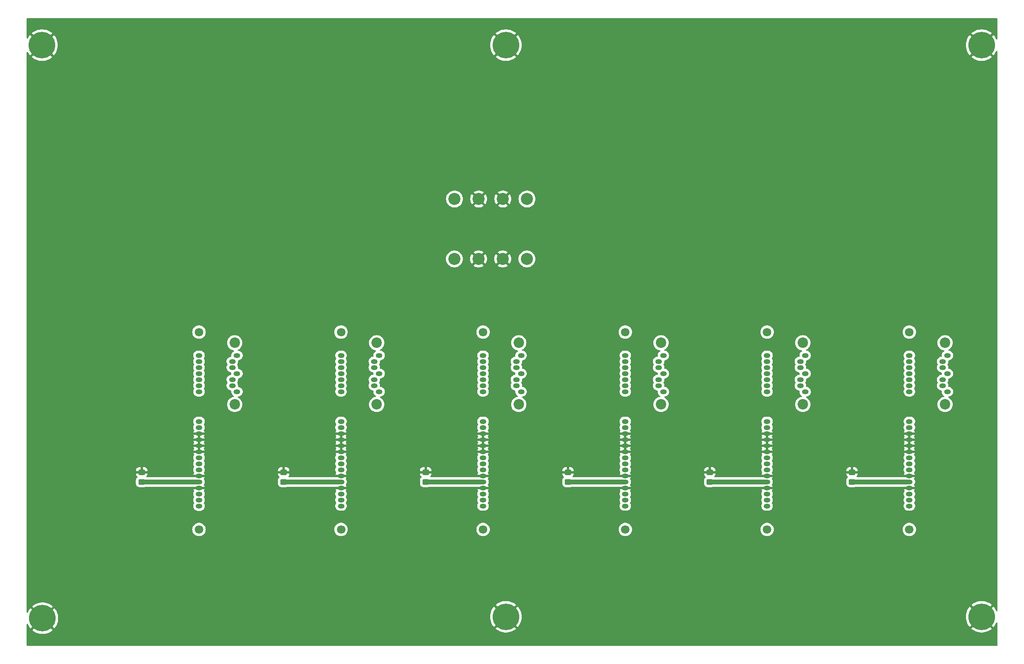
<source format=gtl>
G04 #@! TF.GenerationSoftware,KiCad,Pcbnew,8.0.8*
G04 #@! TF.CreationDate,2025-03-22T18:56:51+00:00*
G04 #@! TF.ProjectId,HDD Backplane,48444420-4261-4636-9b70-6c616e652e6b,rev?*
G04 #@! TF.SameCoordinates,Original*
G04 #@! TF.FileFunction,Copper,L1,Top*
G04 #@! TF.FilePolarity,Positive*
%FSLAX46Y46*%
G04 Gerber Fmt 4.6, Leading zero omitted, Abs format (unit mm)*
G04 Created by KiCad (PCBNEW 8.0.8) date 2025-03-22 18:56:51*
%MOMM*%
%LPD*%
G01*
G04 APERTURE LIST*
G04 Aperture macros list*
%AMRoundRect*
0 Rectangle with rounded corners*
0 $1 Rounding radius*
0 $2 $3 $4 $5 $6 $7 $8 $9 X,Y pos of 4 corners*
0 Add a 4 corners polygon primitive as box body*
4,1,4,$2,$3,$4,$5,$6,$7,$8,$9,$2,$3,0*
0 Add four circle primitives for the rounded corners*
1,1,$1+$1,$2,$3*
1,1,$1+$1,$4,$5*
1,1,$1+$1,$6,$7*
1,1,$1+$1,$8,$9*
0 Add four rect primitives between the rounded corners*
20,1,$1+$1,$2,$3,$4,$5,0*
20,1,$1+$1,$4,$5,$6,$7,0*
20,1,$1+$1,$6,$7,$8,$9,0*
20,1,$1+$1,$8,$9,$2,$3,0*%
G04 Aperture macros list end*
G04 #@! TA.AperFunction,ComponentPad*
%ADD10C,5.600000*%
G04 #@! TD*
G04 #@! TA.AperFunction,ComponentPad*
%ADD11C,1.800000*%
G04 #@! TD*
G04 #@! TA.AperFunction,ComponentPad*
%ADD12O,1.400000X1.000000*%
G04 #@! TD*
G04 #@! TA.AperFunction,SMDPad,CuDef*
%ADD13RoundRect,0.250000X-0.450000X0.325000X-0.450000X-0.325000X0.450000X-0.325000X0.450000X0.325000X0*%
G04 #@! TD*
G04 #@! TA.AperFunction,ComponentPad*
%ADD14C,2.200000*%
G04 #@! TD*
G04 #@! TA.AperFunction,ComponentPad*
%ADD15C,2.540000*%
G04 #@! TD*
G04 #@! TA.AperFunction,ViaPad*
%ADD16C,0.600000*%
G04 #@! TD*
G04 #@! TA.AperFunction,Conductor*
%ADD17C,1.000000*%
G04 #@! TD*
G04 APERTURE END LIST*
D10*
X123750000Y-151500000D03*
X123750000Y-31300000D03*
D11*
X208551141Y-91627224D03*
X208551141Y-133127224D03*
D12*
X208551141Y-96547224D03*
X208551141Y-97817224D03*
X208551141Y-99087224D03*
X208551141Y-100357224D03*
X208551141Y-101627224D03*
X208551141Y-102897224D03*
X208551141Y-104167224D03*
X208551141Y-110427224D03*
X208551141Y-111697224D03*
X208551141Y-112967224D03*
X208551141Y-114237224D03*
X208551141Y-115507224D03*
X208551141Y-116777224D03*
X208551141Y-118047224D03*
X208551141Y-119317224D03*
X208551141Y-120587224D03*
X208551141Y-121857224D03*
X208551141Y-123127224D03*
X208551141Y-124397224D03*
X208551141Y-125667224D03*
X208551141Y-126937224D03*
X208551141Y-128207224D03*
D13*
X196501141Y-121092224D03*
X196501141Y-123142224D03*
D14*
X216051141Y-106847224D03*
X216051141Y-93887224D03*
D12*
X216551141Y-96557224D03*
X215551141Y-97827224D03*
X215551141Y-99097224D03*
X216551141Y-100367224D03*
X215551141Y-101637224D03*
X215551141Y-102907224D03*
X216551141Y-104177224D03*
D11*
X178651141Y-91627224D03*
X178651141Y-133127224D03*
D12*
X178651141Y-96547224D03*
X178651141Y-97817224D03*
X178651141Y-99087224D03*
X178651141Y-100357224D03*
X178651141Y-101627224D03*
X178651141Y-102897224D03*
X178651141Y-104167224D03*
X178651141Y-110427224D03*
X178651141Y-111697224D03*
X178651141Y-112967224D03*
X178651141Y-114237224D03*
X178651141Y-115507224D03*
X178651141Y-116777224D03*
X178651141Y-118047224D03*
X178651141Y-119317224D03*
X178651141Y-120587224D03*
X178651141Y-121857224D03*
X178651141Y-123127224D03*
X178651141Y-124397224D03*
X178651141Y-125667224D03*
X178651141Y-126937224D03*
X178651141Y-128207224D03*
D13*
X166601141Y-121092224D03*
X166601141Y-123142224D03*
D14*
X186151141Y-106847224D03*
X186151141Y-93887224D03*
D12*
X186651141Y-96557224D03*
X185651141Y-97827224D03*
X185651141Y-99097224D03*
X186651141Y-100367224D03*
X185651141Y-101637224D03*
X185651141Y-102907224D03*
X186651141Y-104177224D03*
D11*
X148851141Y-91627224D03*
X148851141Y-133127224D03*
D12*
X148851141Y-96547224D03*
X148851141Y-97817224D03*
X148851141Y-99087224D03*
X148851141Y-100357224D03*
X148851141Y-101627224D03*
X148851141Y-102897224D03*
X148851141Y-104167224D03*
X148851141Y-110427224D03*
X148851141Y-111697224D03*
X148851141Y-112967224D03*
X148851141Y-114237224D03*
X148851141Y-115507224D03*
X148851141Y-116777224D03*
X148851141Y-118047224D03*
X148851141Y-119317224D03*
X148851141Y-120587224D03*
X148851141Y-121857224D03*
X148851141Y-123127224D03*
X148851141Y-124397224D03*
X148851141Y-125667224D03*
X148851141Y-126937224D03*
X148851141Y-128207224D03*
D13*
X136801141Y-121092224D03*
X136801141Y-123142224D03*
D14*
X156351141Y-106847224D03*
X156351141Y-93887224D03*
D12*
X156851141Y-96557224D03*
X155851141Y-97827224D03*
X155851141Y-99097224D03*
X156851141Y-100367224D03*
X155851141Y-101637224D03*
X155851141Y-102907224D03*
X156851141Y-104177224D03*
D11*
X118951141Y-91627224D03*
X118951141Y-133127224D03*
D12*
X118951141Y-96547224D03*
X118951141Y-97817224D03*
X118951141Y-99087224D03*
X118951141Y-100357224D03*
X118951141Y-101627224D03*
X118951141Y-102897224D03*
X118951141Y-104167224D03*
X118951141Y-110427224D03*
X118951141Y-111697224D03*
X118951141Y-112967224D03*
X118951141Y-114237224D03*
X118951141Y-115507224D03*
X118951141Y-116777224D03*
X118951141Y-118047224D03*
X118951141Y-119317224D03*
X118951141Y-120587224D03*
X118951141Y-121857224D03*
X118951141Y-123127224D03*
X118951141Y-124397224D03*
X118951141Y-125667224D03*
X118951141Y-126937224D03*
X118951141Y-128207224D03*
D13*
X106901141Y-121092224D03*
X106901141Y-123142224D03*
D14*
X126451141Y-106847224D03*
X126451141Y-93887224D03*
D12*
X126951141Y-96557224D03*
X125951141Y-97827224D03*
X125951141Y-99097224D03*
X126951141Y-100367224D03*
X125951141Y-101637224D03*
X125951141Y-102907224D03*
X126951141Y-104177224D03*
D11*
X89101141Y-91627224D03*
X89101141Y-133127224D03*
D12*
X89101141Y-96547224D03*
X89101141Y-97817224D03*
X89101141Y-99087224D03*
X89101141Y-100357224D03*
X89101141Y-101627224D03*
X89101141Y-102897224D03*
X89101141Y-104167224D03*
X89101141Y-110427224D03*
X89101141Y-111697224D03*
X89101141Y-112967224D03*
X89101141Y-114237224D03*
X89101141Y-115507224D03*
X89101141Y-116777224D03*
X89101141Y-118047224D03*
X89101141Y-119317224D03*
X89101141Y-120587224D03*
X89101141Y-121857224D03*
X89101141Y-123127224D03*
X89101141Y-124397224D03*
X89101141Y-125667224D03*
X89101141Y-126937224D03*
X89101141Y-128207224D03*
D14*
X96601141Y-106847224D03*
X96601141Y-93887224D03*
D12*
X97101141Y-96557224D03*
X96101141Y-97827224D03*
X96101141Y-99097224D03*
X97101141Y-100367224D03*
X96101141Y-101637224D03*
X96101141Y-102907224D03*
X97101141Y-104177224D03*
D13*
X77051141Y-121092224D03*
X77051141Y-123142224D03*
D10*
X223750000Y-151500000D03*
D13*
X47200000Y-123145000D03*
X47200000Y-121095000D03*
D10*
X26250000Y-31300000D03*
X26350000Y-151800000D03*
D12*
X67250000Y-104180000D03*
X66250000Y-102910000D03*
X66250000Y-101640000D03*
X67250000Y-100370000D03*
X66250000Y-99100000D03*
X66250000Y-97830000D03*
X67250000Y-96560000D03*
D14*
X66750000Y-93890000D03*
X66750000Y-106850000D03*
D10*
X223750000Y-31300000D03*
D15*
X128200000Y-63650000D03*
X123120000Y-63650000D03*
X118040000Y-63650000D03*
X112960000Y-63650000D03*
X128170000Y-76250000D03*
X123090000Y-76250000D03*
X118010000Y-76250000D03*
X112930000Y-76250000D03*
D12*
X59250000Y-128210000D03*
X59250000Y-126940000D03*
X59250000Y-125670000D03*
X59250000Y-124400000D03*
X59250000Y-123130000D03*
X59250000Y-121860000D03*
X59250000Y-120590000D03*
X59250000Y-119320000D03*
X59250000Y-118050000D03*
X59250000Y-116780000D03*
X59250000Y-115510000D03*
X59250000Y-114240000D03*
X59250000Y-112970000D03*
X59250000Y-111700000D03*
X59250000Y-110430000D03*
X59250000Y-104170000D03*
X59250000Y-102900000D03*
X59250000Y-101630000D03*
X59250000Y-100360000D03*
X59250000Y-99090000D03*
X59250000Y-97820000D03*
X59250000Y-96550000D03*
D11*
X59250000Y-133130000D03*
X59250000Y-91630000D03*
D16*
X47200000Y-121095000D03*
X77051141Y-121092224D03*
X106901141Y-121092224D03*
X136801141Y-121092224D03*
D17*
X196501141Y-123142224D02*
X208536141Y-123142224D01*
X208536141Y-123142224D02*
X208551141Y-123127224D01*
X166601141Y-123142224D02*
X178636141Y-123142224D01*
X178636141Y-123142224D02*
X178651141Y-123127224D01*
X136801141Y-123142224D02*
X148836141Y-123142224D01*
X148836141Y-123142224D02*
X148851141Y-123127224D01*
X106901141Y-123142224D02*
X118936141Y-123142224D01*
X118936141Y-123142224D02*
X118951141Y-123127224D01*
X77051141Y-123142224D02*
X89086141Y-123142224D01*
X89086141Y-123142224D02*
X89101141Y-123127224D01*
X59250000Y-123130000D02*
X47215000Y-123130000D01*
X47215000Y-123130000D02*
X47200000Y-123145000D01*
G04 #@! TA.AperFunction,Conductor*
G36*
X59500000Y-116506740D02*
G01*
X59477186Y-116483926D01*
X59392815Y-116435215D01*
X59298711Y-116410000D01*
X59201289Y-116410000D01*
X59107185Y-116435215D01*
X59022814Y-116483926D01*
X59000000Y-116506740D01*
X59000000Y-115783260D01*
X59022814Y-115806074D01*
X59107185Y-115854785D01*
X59201289Y-115880000D01*
X59298711Y-115880000D01*
X59392815Y-115854785D01*
X59477186Y-115806074D01*
X59500000Y-115783260D01*
X59500000Y-116506740D01*
G37*
G04 #@! TD.AperFunction*
G04 #@! TA.AperFunction,Conductor*
G36*
X59500000Y-115236740D02*
G01*
X59477186Y-115213926D01*
X59392815Y-115165215D01*
X59298711Y-115140000D01*
X59201289Y-115140000D01*
X59107185Y-115165215D01*
X59022814Y-115213926D01*
X59000000Y-115236740D01*
X59000000Y-114513260D01*
X59022814Y-114536074D01*
X59107185Y-114584785D01*
X59201289Y-114610000D01*
X59298711Y-114610000D01*
X59392815Y-114584785D01*
X59477186Y-114536074D01*
X59500000Y-114513260D01*
X59500000Y-115236740D01*
G37*
G04 #@! TD.AperFunction*
G04 #@! TA.AperFunction,Conductor*
G36*
X59500000Y-113966740D02*
G01*
X59477186Y-113943926D01*
X59392815Y-113895215D01*
X59298711Y-113870000D01*
X59201289Y-113870000D01*
X59107185Y-113895215D01*
X59022814Y-113943926D01*
X59000000Y-113966740D01*
X59000000Y-113243260D01*
X59022814Y-113266074D01*
X59107185Y-113314785D01*
X59201289Y-113340000D01*
X59298711Y-113340000D01*
X59392815Y-113314785D01*
X59477186Y-113266074D01*
X59500000Y-113243260D01*
X59500000Y-113966740D01*
G37*
G04 #@! TD.AperFunction*
G04 #@! TA.AperFunction,Conductor*
G36*
X89351141Y-116503964D02*
G01*
X89328327Y-116481150D01*
X89243956Y-116432439D01*
X89149852Y-116407224D01*
X89052430Y-116407224D01*
X88958326Y-116432439D01*
X88873955Y-116481150D01*
X88851141Y-116503964D01*
X88851141Y-115780484D01*
X88873955Y-115803298D01*
X88958326Y-115852009D01*
X89052430Y-115877224D01*
X89149852Y-115877224D01*
X89243956Y-115852009D01*
X89328327Y-115803298D01*
X89351141Y-115780484D01*
X89351141Y-116503964D01*
G37*
G04 #@! TD.AperFunction*
G04 #@! TA.AperFunction,Conductor*
G36*
X89351141Y-115233964D02*
G01*
X89328327Y-115211150D01*
X89243956Y-115162439D01*
X89149852Y-115137224D01*
X89052430Y-115137224D01*
X88958326Y-115162439D01*
X88873955Y-115211150D01*
X88851141Y-115233964D01*
X88851141Y-114510484D01*
X88873955Y-114533298D01*
X88958326Y-114582009D01*
X89052430Y-114607224D01*
X89149852Y-114607224D01*
X89243956Y-114582009D01*
X89328327Y-114533298D01*
X89351141Y-114510484D01*
X89351141Y-115233964D01*
G37*
G04 #@! TD.AperFunction*
G04 #@! TA.AperFunction,Conductor*
G36*
X89351141Y-113963964D02*
G01*
X89328327Y-113941150D01*
X89243956Y-113892439D01*
X89149852Y-113867224D01*
X89052430Y-113867224D01*
X88958326Y-113892439D01*
X88873955Y-113941150D01*
X88851141Y-113963964D01*
X88851141Y-113240484D01*
X88873955Y-113263298D01*
X88958326Y-113312009D01*
X89052430Y-113337224D01*
X89149852Y-113337224D01*
X89243956Y-113312009D01*
X89328327Y-113263298D01*
X89351141Y-113240484D01*
X89351141Y-113963964D01*
G37*
G04 #@! TD.AperFunction*
G04 #@! TA.AperFunction,Conductor*
G36*
X119201141Y-116503964D02*
G01*
X119178327Y-116481150D01*
X119093956Y-116432439D01*
X118999852Y-116407224D01*
X118902430Y-116407224D01*
X118808326Y-116432439D01*
X118723955Y-116481150D01*
X118701141Y-116503964D01*
X118701141Y-115780484D01*
X118723955Y-115803298D01*
X118808326Y-115852009D01*
X118902430Y-115877224D01*
X118999852Y-115877224D01*
X119093956Y-115852009D01*
X119178327Y-115803298D01*
X119201141Y-115780484D01*
X119201141Y-116503964D01*
G37*
G04 #@! TD.AperFunction*
G04 #@! TA.AperFunction,Conductor*
G36*
X119201141Y-115233964D02*
G01*
X119178327Y-115211150D01*
X119093956Y-115162439D01*
X118999852Y-115137224D01*
X118902430Y-115137224D01*
X118808326Y-115162439D01*
X118723955Y-115211150D01*
X118701141Y-115233964D01*
X118701141Y-114510484D01*
X118723955Y-114533298D01*
X118808326Y-114582009D01*
X118902430Y-114607224D01*
X118999852Y-114607224D01*
X119093956Y-114582009D01*
X119178327Y-114533298D01*
X119201141Y-114510484D01*
X119201141Y-115233964D01*
G37*
G04 #@! TD.AperFunction*
G04 #@! TA.AperFunction,Conductor*
G36*
X119201141Y-113963964D02*
G01*
X119178327Y-113941150D01*
X119093956Y-113892439D01*
X118999852Y-113867224D01*
X118902430Y-113867224D01*
X118808326Y-113892439D01*
X118723955Y-113941150D01*
X118701141Y-113963964D01*
X118701141Y-113240484D01*
X118723955Y-113263298D01*
X118808326Y-113312009D01*
X118902430Y-113337224D01*
X118999852Y-113337224D01*
X119093956Y-113312009D01*
X119178327Y-113263298D01*
X119201141Y-113240484D01*
X119201141Y-113963964D01*
G37*
G04 #@! TD.AperFunction*
G04 #@! TA.AperFunction,Conductor*
G36*
X149101141Y-116503964D02*
G01*
X149078327Y-116481150D01*
X148993956Y-116432439D01*
X148899852Y-116407224D01*
X148802430Y-116407224D01*
X148708326Y-116432439D01*
X148623955Y-116481150D01*
X148601141Y-116503964D01*
X148601141Y-115780484D01*
X148623955Y-115803298D01*
X148708326Y-115852009D01*
X148802430Y-115877224D01*
X148899852Y-115877224D01*
X148993956Y-115852009D01*
X149078327Y-115803298D01*
X149101141Y-115780484D01*
X149101141Y-116503964D01*
G37*
G04 #@! TD.AperFunction*
G04 #@! TA.AperFunction,Conductor*
G36*
X149101141Y-115233964D02*
G01*
X149078327Y-115211150D01*
X148993956Y-115162439D01*
X148899852Y-115137224D01*
X148802430Y-115137224D01*
X148708326Y-115162439D01*
X148623955Y-115211150D01*
X148601141Y-115233964D01*
X148601141Y-114510484D01*
X148623955Y-114533298D01*
X148708326Y-114582009D01*
X148802430Y-114607224D01*
X148899852Y-114607224D01*
X148993956Y-114582009D01*
X149078327Y-114533298D01*
X149101141Y-114510484D01*
X149101141Y-115233964D01*
G37*
G04 #@! TD.AperFunction*
G04 #@! TA.AperFunction,Conductor*
G36*
X149101141Y-113963964D02*
G01*
X149078327Y-113941150D01*
X148993956Y-113892439D01*
X148899852Y-113867224D01*
X148802430Y-113867224D01*
X148708326Y-113892439D01*
X148623955Y-113941150D01*
X148601141Y-113963964D01*
X148601141Y-113240484D01*
X148623955Y-113263298D01*
X148708326Y-113312009D01*
X148802430Y-113337224D01*
X148899852Y-113337224D01*
X148993956Y-113312009D01*
X149078327Y-113263298D01*
X149101141Y-113240484D01*
X149101141Y-113963964D01*
G37*
G04 #@! TD.AperFunction*
G04 #@! TA.AperFunction,Conductor*
G36*
X178901141Y-116503964D02*
G01*
X178878327Y-116481150D01*
X178793956Y-116432439D01*
X178699852Y-116407224D01*
X178602430Y-116407224D01*
X178508326Y-116432439D01*
X178423955Y-116481150D01*
X178401141Y-116503964D01*
X178401141Y-115780484D01*
X178423955Y-115803298D01*
X178508326Y-115852009D01*
X178602430Y-115877224D01*
X178699852Y-115877224D01*
X178793956Y-115852009D01*
X178878327Y-115803298D01*
X178901141Y-115780484D01*
X178901141Y-116503964D01*
G37*
G04 #@! TD.AperFunction*
G04 #@! TA.AperFunction,Conductor*
G36*
X178901141Y-115233964D02*
G01*
X178878327Y-115211150D01*
X178793956Y-115162439D01*
X178699852Y-115137224D01*
X178602430Y-115137224D01*
X178508326Y-115162439D01*
X178423955Y-115211150D01*
X178401141Y-115233964D01*
X178401141Y-114510484D01*
X178423955Y-114533298D01*
X178508326Y-114582009D01*
X178602430Y-114607224D01*
X178699852Y-114607224D01*
X178793956Y-114582009D01*
X178878327Y-114533298D01*
X178901141Y-114510484D01*
X178901141Y-115233964D01*
G37*
G04 #@! TD.AperFunction*
G04 #@! TA.AperFunction,Conductor*
G36*
X178901141Y-113963964D02*
G01*
X178878327Y-113941150D01*
X178793956Y-113892439D01*
X178699852Y-113867224D01*
X178602430Y-113867224D01*
X178508326Y-113892439D01*
X178423955Y-113941150D01*
X178401141Y-113963964D01*
X178401141Y-113240484D01*
X178423955Y-113263298D01*
X178508326Y-113312009D01*
X178602430Y-113337224D01*
X178699852Y-113337224D01*
X178793956Y-113312009D01*
X178878327Y-113263298D01*
X178901141Y-113240484D01*
X178901141Y-113963964D01*
G37*
G04 #@! TD.AperFunction*
G04 #@! TA.AperFunction,Conductor*
G36*
X208801141Y-116503964D02*
G01*
X208778327Y-116481150D01*
X208693956Y-116432439D01*
X208599852Y-116407224D01*
X208502430Y-116407224D01*
X208408326Y-116432439D01*
X208323955Y-116481150D01*
X208301141Y-116503964D01*
X208301141Y-115780484D01*
X208323955Y-115803298D01*
X208408326Y-115852009D01*
X208502430Y-115877224D01*
X208599852Y-115877224D01*
X208693956Y-115852009D01*
X208778327Y-115803298D01*
X208801141Y-115780484D01*
X208801141Y-116503964D01*
G37*
G04 #@! TD.AperFunction*
G04 #@! TA.AperFunction,Conductor*
G36*
X208801141Y-115233964D02*
G01*
X208778327Y-115211150D01*
X208693956Y-115162439D01*
X208599852Y-115137224D01*
X208502430Y-115137224D01*
X208408326Y-115162439D01*
X208323955Y-115211150D01*
X208301141Y-115233964D01*
X208301141Y-114510484D01*
X208323955Y-114533298D01*
X208408326Y-114582009D01*
X208502430Y-114607224D01*
X208599852Y-114607224D01*
X208693956Y-114582009D01*
X208778327Y-114533298D01*
X208801141Y-114510484D01*
X208801141Y-115233964D01*
G37*
G04 #@! TD.AperFunction*
G04 #@! TA.AperFunction,Conductor*
G36*
X208801141Y-113963964D02*
G01*
X208778327Y-113941150D01*
X208693956Y-113892439D01*
X208599852Y-113867224D01*
X208502430Y-113867224D01*
X208408326Y-113892439D01*
X208323955Y-113941150D01*
X208301141Y-113963964D01*
X208301141Y-113240484D01*
X208323955Y-113263298D01*
X208408326Y-113312009D01*
X208502430Y-113337224D01*
X208599852Y-113337224D01*
X208693956Y-113312009D01*
X208778327Y-113263298D01*
X208801141Y-113240484D01*
X208801141Y-113963964D01*
G37*
G04 #@! TD.AperFunction*
G04 #@! TA.AperFunction,Conductor*
G36*
X226992539Y-25620185D02*
G01*
X227038294Y-25672989D01*
X227049500Y-25724500D01*
X227049500Y-30019303D01*
X227029815Y-30086342D01*
X226977011Y-30132097D01*
X226907853Y-30142041D01*
X226844297Y-30113016D01*
X226810307Y-30065200D01*
X226749402Y-29912340D01*
X226749393Y-29912322D01*
X226581781Y-29596172D01*
X226380966Y-29299992D01*
X226253557Y-29149995D01*
X226253556Y-29149994D01*
X225044250Y-30359300D01*
X224970412Y-30257670D01*
X224792330Y-30079588D01*
X224690697Y-30005747D01*
X225902743Y-28793703D01*
X225902742Y-28793702D01*
X225889514Y-28781171D01*
X225889513Y-28781170D01*
X225604632Y-28564611D01*
X225604629Y-28564609D01*
X225298009Y-28380123D01*
X224973260Y-28229877D01*
X224973255Y-28229876D01*
X224634144Y-28115616D01*
X224284660Y-28038688D01*
X223928924Y-28000000D01*
X223571075Y-28000000D01*
X223215339Y-28038688D01*
X222865855Y-28115616D01*
X222526744Y-28229876D01*
X222526739Y-28229877D01*
X222201990Y-28380123D01*
X221895370Y-28564609D01*
X221895367Y-28564611D01*
X221610491Y-28781166D01*
X221597256Y-28793703D01*
X221597255Y-28793703D01*
X222809301Y-30005748D01*
X222707670Y-30079588D01*
X222529588Y-30257670D01*
X222455748Y-30359300D01*
X221246442Y-29149994D01*
X221246441Y-29149995D01*
X221119040Y-29299983D01*
X221119033Y-29299993D01*
X220918218Y-29596172D01*
X220750606Y-29912322D01*
X220750597Y-29912340D01*
X220618149Y-30244760D01*
X220618147Y-30244767D01*
X220522421Y-30589542D01*
X220522415Y-30589568D01*
X220464527Y-30942668D01*
X220464526Y-30942685D01*
X220445153Y-31299997D01*
X220445153Y-31300002D01*
X220464526Y-31657314D01*
X220464527Y-31657331D01*
X220522415Y-32010431D01*
X220522421Y-32010457D01*
X220618147Y-32355232D01*
X220618149Y-32355239D01*
X220750597Y-32687659D01*
X220750606Y-32687677D01*
X220918218Y-33003827D01*
X221119033Y-33300007D01*
X221246441Y-33450003D01*
X221246442Y-33450004D01*
X222455748Y-32240698D01*
X222529588Y-32342330D01*
X222707670Y-32520412D01*
X222809300Y-32594251D01*
X221597255Y-33806295D01*
X221597256Y-33806296D01*
X221610485Y-33818828D01*
X221610486Y-33818829D01*
X221895367Y-34035388D01*
X221895370Y-34035390D01*
X222201990Y-34219876D01*
X222526739Y-34370122D01*
X222526744Y-34370123D01*
X222865855Y-34484383D01*
X223215339Y-34561311D01*
X223571075Y-34599999D01*
X223571085Y-34600000D01*
X223928915Y-34600000D01*
X223928924Y-34599999D01*
X224284660Y-34561311D01*
X224634144Y-34484383D01*
X224973255Y-34370123D01*
X224973260Y-34370122D01*
X225298009Y-34219876D01*
X225604629Y-34035390D01*
X225604632Y-34035388D01*
X225889504Y-33818836D01*
X225902742Y-33806294D01*
X224690698Y-32594251D01*
X224792330Y-32520412D01*
X224970412Y-32342330D01*
X225044251Y-32240698D01*
X226253556Y-33450003D01*
X226380964Y-33300008D01*
X226380975Y-33299994D01*
X226581781Y-33003827D01*
X226749393Y-32687677D01*
X226749402Y-32687659D01*
X226810307Y-32534799D01*
X226853407Y-32479807D01*
X226919396Y-32456846D01*
X226987323Y-32473207D01*
X227035622Y-32523695D01*
X227049500Y-32580696D01*
X227049500Y-150219303D01*
X227029815Y-150286342D01*
X226977011Y-150332097D01*
X226907853Y-150342041D01*
X226844297Y-150313016D01*
X226810307Y-150265200D01*
X226749402Y-150112340D01*
X226749393Y-150112322D01*
X226581781Y-149796172D01*
X226380966Y-149499992D01*
X226253557Y-149349995D01*
X226253556Y-149349994D01*
X225044250Y-150559300D01*
X224970412Y-150457670D01*
X224792330Y-150279588D01*
X224690697Y-150205747D01*
X225902743Y-148993703D01*
X225902742Y-148993702D01*
X225889514Y-148981171D01*
X225889513Y-148981170D01*
X225604632Y-148764611D01*
X225604629Y-148764609D01*
X225298009Y-148580123D01*
X224973260Y-148429877D01*
X224973255Y-148429876D01*
X224634144Y-148315616D01*
X224284660Y-148238688D01*
X223928924Y-148200000D01*
X223571075Y-148200000D01*
X223215339Y-148238688D01*
X222865855Y-148315616D01*
X222526744Y-148429876D01*
X222526739Y-148429877D01*
X222201990Y-148580123D01*
X221895370Y-148764609D01*
X221895367Y-148764611D01*
X221610491Y-148981166D01*
X221597256Y-148993703D01*
X221597255Y-148993703D01*
X222809301Y-150205748D01*
X222707670Y-150279588D01*
X222529588Y-150457670D01*
X222455748Y-150559300D01*
X221246442Y-149349994D01*
X221246441Y-149349995D01*
X221119040Y-149499983D01*
X221119033Y-149499993D01*
X220918218Y-149796172D01*
X220750606Y-150112322D01*
X220750597Y-150112340D01*
X220618149Y-150444760D01*
X220618147Y-150444767D01*
X220522421Y-150789542D01*
X220522415Y-150789568D01*
X220464527Y-151142668D01*
X220464526Y-151142685D01*
X220445153Y-151499997D01*
X220445153Y-151500002D01*
X220464526Y-151857314D01*
X220464527Y-151857331D01*
X220522415Y-152210431D01*
X220522421Y-152210457D01*
X220618147Y-152555232D01*
X220618149Y-152555239D01*
X220750597Y-152887659D01*
X220750606Y-152887677D01*
X220918218Y-153203827D01*
X221119033Y-153500007D01*
X221246441Y-153650003D01*
X221246442Y-153650004D01*
X222455748Y-152440698D01*
X222529588Y-152542330D01*
X222707670Y-152720412D01*
X222809300Y-152794251D01*
X221597255Y-154006295D01*
X221597256Y-154006296D01*
X221610485Y-154018828D01*
X221610486Y-154018829D01*
X221895367Y-154235388D01*
X221895370Y-154235390D01*
X222201990Y-154419876D01*
X222526739Y-154570122D01*
X222526744Y-154570123D01*
X222865855Y-154684383D01*
X223215339Y-154761311D01*
X223571075Y-154799999D01*
X223571085Y-154800000D01*
X223928915Y-154800000D01*
X223928924Y-154799999D01*
X224284660Y-154761311D01*
X224634144Y-154684383D01*
X224973255Y-154570123D01*
X224973260Y-154570122D01*
X225298009Y-154419876D01*
X225604629Y-154235390D01*
X225604632Y-154235388D01*
X225889504Y-154018836D01*
X225902742Y-154006294D01*
X224690698Y-152794251D01*
X224792330Y-152720412D01*
X224970412Y-152542330D01*
X225044251Y-152440698D01*
X226253556Y-153650003D01*
X226380964Y-153500008D01*
X226380975Y-153499994D01*
X226581781Y-153203827D01*
X226749393Y-152887677D01*
X226749402Y-152887659D01*
X226810307Y-152734799D01*
X226853407Y-152679807D01*
X226919396Y-152656846D01*
X226987323Y-152673207D01*
X227035622Y-152723695D01*
X227049500Y-152780696D01*
X227049500Y-157475500D01*
X227029815Y-157542539D01*
X226977011Y-157588294D01*
X226925500Y-157599500D01*
X23174500Y-157599500D01*
X23107461Y-157579815D01*
X23061706Y-157527011D01*
X23050500Y-157475500D01*
X23050500Y-153080696D01*
X23070185Y-153013657D01*
X23122989Y-152967902D01*
X23192147Y-152957958D01*
X23255703Y-152986983D01*
X23289693Y-153034799D01*
X23350597Y-153187659D01*
X23350606Y-153187677D01*
X23518218Y-153503827D01*
X23719033Y-153800007D01*
X23846441Y-153950003D01*
X23846442Y-153950004D01*
X25055748Y-152740698D01*
X25129588Y-152842330D01*
X25307670Y-153020412D01*
X25409300Y-153094251D01*
X24197255Y-154306295D01*
X24197256Y-154306296D01*
X24210485Y-154318828D01*
X24210486Y-154318829D01*
X24495367Y-154535388D01*
X24495370Y-154535390D01*
X24801990Y-154719876D01*
X25126739Y-154870122D01*
X25126744Y-154870123D01*
X25465855Y-154984383D01*
X25815339Y-155061311D01*
X26171075Y-155099999D01*
X26171085Y-155100000D01*
X26528915Y-155100000D01*
X26528924Y-155099999D01*
X26884660Y-155061311D01*
X27234144Y-154984383D01*
X27573255Y-154870123D01*
X27573260Y-154870122D01*
X27898009Y-154719876D01*
X28204629Y-154535390D01*
X28204632Y-154535388D01*
X28489504Y-154318836D01*
X28502742Y-154306294D01*
X27290698Y-153094251D01*
X27392330Y-153020412D01*
X27570412Y-152842330D01*
X27644251Y-152740698D01*
X28853556Y-153950003D01*
X28980964Y-153800008D01*
X28980975Y-153799994D01*
X29181781Y-153503827D01*
X29349393Y-153187677D01*
X29349402Y-153187659D01*
X29481850Y-152855239D01*
X29481852Y-152855232D01*
X29577578Y-152510457D01*
X29577584Y-152510431D01*
X29635472Y-152157331D01*
X29635473Y-152157314D01*
X29654847Y-151800002D01*
X29654847Y-151799997D01*
X29638581Y-151499997D01*
X120445153Y-151499997D01*
X120445153Y-151500002D01*
X120464526Y-151857314D01*
X120464527Y-151857331D01*
X120522415Y-152210431D01*
X120522421Y-152210457D01*
X120618147Y-152555232D01*
X120618149Y-152555239D01*
X120750597Y-152887659D01*
X120750606Y-152887677D01*
X120918218Y-153203827D01*
X121119033Y-153500007D01*
X121246441Y-153650003D01*
X121246442Y-153650004D01*
X122455748Y-152440698D01*
X122529588Y-152542330D01*
X122707670Y-152720412D01*
X122809300Y-152794251D01*
X121597255Y-154006295D01*
X121597256Y-154006296D01*
X121610485Y-154018828D01*
X121610486Y-154018829D01*
X121895367Y-154235388D01*
X121895370Y-154235390D01*
X122201990Y-154419876D01*
X122526739Y-154570122D01*
X122526744Y-154570123D01*
X122865855Y-154684383D01*
X123215339Y-154761311D01*
X123571075Y-154799999D01*
X123571085Y-154800000D01*
X123928915Y-154800000D01*
X123928924Y-154799999D01*
X124284660Y-154761311D01*
X124634144Y-154684383D01*
X124973255Y-154570123D01*
X124973260Y-154570122D01*
X125298009Y-154419876D01*
X125604629Y-154235390D01*
X125604632Y-154235388D01*
X125889504Y-154018836D01*
X125902742Y-154006294D01*
X124690698Y-152794251D01*
X124792330Y-152720412D01*
X124970412Y-152542330D01*
X125044251Y-152440698D01*
X126253556Y-153650003D01*
X126380964Y-153500008D01*
X126380975Y-153499994D01*
X126581781Y-153203827D01*
X126749393Y-152887677D01*
X126749402Y-152887659D01*
X126881850Y-152555239D01*
X126881852Y-152555232D01*
X126977578Y-152210457D01*
X126977584Y-152210431D01*
X127035472Y-151857331D01*
X127035473Y-151857314D01*
X127054847Y-151500002D01*
X127054847Y-151499997D01*
X127035473Y-151142685D01*
X127035472Y-151142668D01*
X126977584Y-150789568D01*
X126977578Y-150789542D01*
X126881852Y-150444767D01*
X126881850Y-150444760D01*
X126749402Y-150112340D01*
X126749393Y-150112322D01*
X126581781Y-149796172D01*
X126380966Y-149499992D01*
X126253557Y-149349995D01*
X126253556Y-149349994D01*
X125044250Y-150559300D01*
X124970412Y-150457670D01*
X124792330Y-150279588D01*
X124690697Y-150205747D01*
X125902743Y-148993703D01*
X125902742Y-148993702D01*
X125889514Y-148981171D01*
X125889513Y-148981170D01*
X125604632Y-148764611D01*
X125604629Y-148764609D01*
X125298009Y-148580123D01*
X124973260Y-148429877D01*
X124973255Y-148429876D01*
X124634144Y-148315616D01*
X124284660Y-148238688D01*
X123928924Y-148200000D01*
X123571075Y-148200000D01*
X123215339Y-148238688D01*
X122865855Y-148315616D01*
X122526744Y-148429876D01*
X122526739Y-148429877D01*
X122201990Y-148580123D01*
X121895370Y-148764609D01*
X121895367Y-148764611D01*
X121610491Y-148981166D01*
X121597256Y-148993703D01*
X121597255Y-148993703D01*
X122809301Y-150205748D01*
X122707670Y-150279588D01*
X122529588Y-150457670D01*
X122455748Y-150559301D01*
X121246442Y-149349994D01*
X121246441Y-149349995D01*
X121119040Y-149499983D01*
X121119033Y-149499993D01*
X120918218Y-149796172D01*
X120750606Y-150112322D01*
X120750597Y-150112340D01*
X120618149Y-150444760D01*
X120618147Y-150444767D01*
X120522421Y-150789542D01*
X120522415Y-150789568D01*
X120464527Y-151142668D01*
X120464526Y-151142685D01*
X120445153Y-151499997D01*
X29638581Y-151499997D01*
X29635473Y-151442685D01*
X29635472Y-151442668D01*
X29577584Y-151089568D01*
X29577578Y-151089542D01*
X29481852Y-150744767D01*
X29481850Y-150744760D01*
X29349402Y-150412340D01*
X29349393Y-150412322D01*
X29181781Y-150096172D01*
X28980966Y-149799992D01*
X28853557Y-149649995D01*
X28853556Y-149649994D01*
X27644250Y-150859300D01*
X27570412Y-150757670D01*
X27392330Y-150579588D01*
X27290697Y-150505747D01*
X28502743Y-149293703D01*
X28502742Y-149293702D01*
X28489514Y-149281171D01*
X28489513Y-149281170D01*
X28204632Y-149064611D01*
X28204629Y-149064609D01*
X27898009Y-148880123D01*
X27573260Y-148729877D01*
X27573255Y-148729876D01*
X27234144Y-148615616D01*
X26884660Y-148538688D01*
X26528924Y-148500000D01*
X26171075Y-148500000D01*
X25815339Y-148538688D01*
X25465855Y-148615616D01*
X25126744Y-148729876D01*
X25126739Y-148729877D01*
X24801990Y-148880123D01*
X24495370Y-149064609D01*
X24495367Y-149064611D01*
X24210491Y-149281166D01*
X24197256Y-149293703D01*
X24197255Y-149293703D01*
X25409301Y-150505748D01*
X25307670Y-150579588D01*
X25129588Y-150757670D01*
X25055748Y-150859301D01*
X23846442Y-149649994D01*
X23846441Y-149649995D01*
X23719040Y-149799983D01*
X23719033Y-149799993D01*
X23518218Y-150096172D01*
X23350606Y-150412322D01*
X23350597Y-150412340D01*
X23289693Y-150565200D01*
X23246593Y-150620192D01*
X23180604Y-150643153D01*
X23112676Y-150626792D01*
X23064378Y-150576304D01*
X23050500Y-150519303D01*
X23050500Y-133129993D01*
X57844700Y-133129993D01*
X57844700Y-133130006D01*
X57863864Y-133361297D01*
X57863866Y-133361308D01*
X57920842Y-133586300D01*
X58014075Y-133798848D01*
X58141016Y-133993147D01*
X58141019Y-133993151D01*
X58141021Y-133993153D01*
X58298216Y-134163913D01*
X58298219Y-134163915D01*
X58298222Y-134163918D01*
X58481365Y-134306464D01*
X58481371Y-134306468D01*
X58481374Y-134306470D01*
X58648860Y-134397109D01*
X58680365Y-134414159D01*
X58685497Y-134416936D01*
X58799487Y-134456068D01*
X58905015Y-134492297D01*
X58905017Y-134492297D01*
X58905019Y-134492298D01*
X59133951Y-134530500D01*
X59133952Y-134530500D01*
X59366048Y-134530500D01*
X59366049Y-134530500D01*
X59594981Y-134492298D01*
X59814503Y-134416936D01*
X60018626Y-134306470D01*
X60022201Y-134303688D01*
X60080129Y-134258600D01*
X60201784Y-134163913D01*
X60358979Y-133993153D01*
X60485924Y-133798849D01*
X60579157Y-133586300D01*
X60636134Y-133361305D01*
X60655300Y-133130000D01*
X60655300Y-133129993D01*
X60655070Y-133127217D01*
X87695841Y-133127217D01*
X87695841Y-133127230D01*
X87715005Y-133358521D01*
X87715007Y-133358532D01*
X87771983Y-133583524D01*
X87865216Y-133796072D01*
X87992157Y-133990371D01*
X87992160Y-133990375D01*
X87992162Y-133990377D01*
X88149357Y-134161137D01*
X88149360Y-134161139D01*
X88149363Y-134161142D01*
X88332506Y-134303688D01*
X88332512Y-134303692D01*
X88332515Y-134303694D01*
X88536638Y-134414160D01*
X88650628Y-134453292D01*
X88756156Y-134489521D01*
X88756158Y-134489521D01*
X88756160Y-134489522D01*
X88985092Y-134527724D01*
X88985093Y-134527724D01*
X89217189Y-134527724D01*
X89217190Y-134527724D01*
X89446122Y-134489522D01*
X89665644Y-134414160D01*
X89869767Y-134303694D01*
X90052925Y-134161137D01*
X90210120Y-133990377D01*
X90337065Y-133796073D01*
X90430298Y-133583524D01*
X90487275Y-133358529D01*
X90487276Y-133358521D01*
X90506441Y-133127230D01*
X90506441Y-133127217D01*
X117545841Y-133127217D01*
X117545841Y-133127230D01*
X117565005Y-133358521D01*
X117565007Y-133358532D01*
X117621983Y-133583524D01*
X117715216Y-133796072D01*
X117842157Y-133990371D01*
X117842160Y-133990375D01*
X117842162Y-133990377D01*
X117999357Y-134161137D01*
X117999360Y-134161139D01*
X117999363Y-134161142D01*
X118182506Y-134303688D01*
X118182512Y-134303692D01*
X118182515Y-134303694D01*
X118386638Y-134414160D01*
X118500628Y-134453292D01*
X118606156Y-134489521D01*
X118606158Y-134489521D01*
X118606160Y-134489522D01*
X118835092Y-134527724D01*
X118835093Y-134527724D01*
X119067189Y-134527724D01*
X119067190Y-134527724D01*
X119296122Y-134489522D01*
X119515644Y-134414160D01*
X119719767Y-134303694D01*
X119902925Y-134161137D01*
X120060120Y-133990377D01*
X120187065Y-133796073D01*
X120280298Y-133583524D01*
X120337275Y-133358529D01*
X120337276Y-133358521D01*
X120356441Y-133127230D01*
X120356441Y-133127217D01*
X147445841Y-133127217D01*
X147445841Y-133127230D01*
X147465005Y-133358521D01*
X147465007Y-133358532D01*
X147521983Y-133583524D01*
X147615216Y-133796072D01*
X147742157Y-133990371D01*
X147742160Y-133990375D01*
X147742162Y-133990377D01*
X147899357Y-134161137D01*
X147899360Y-134161139D01*
X147899363Y-134161142D01*
X148082506Y-134303688D01*
X148082512Y-134303692D01*
X148082515Y-134303694D01*
X148286638Y-134414160D01*
X148400628Y-134453292D01*
X148506156Y-134489521D01*
X148506158Y-134489521D01*
X148506160Y-134489522D01*
X148735092Y-134527724D01*
X148735093Y-134527724D01*
X148967189Y-134527724D01*
X148967190Y-134527724D01*
X149196122Y-134489522D01*
X149415644Y-134414160D01*
X149619767Y-134303694D01*
X149802925Y-134161137D01*
X149960120Y-133990377D01*
X150087065Y-133796073D01*
X150180298Y-133583524D01*
X150237275Y-133358529D01*
X150237276Y-133358521D01*
X150256441Y-133127230D01*
X150256441Y-133127217D01*
X177245841Y-133127217D01*
X177245841Y-133127230D01*
X177265005Y-133358521D01*
X177265007Y-133358532D01*
X177321983Y-133583524D01*
X177415216Y-133796072D01*
X177542157Y-133990371D01*
X177542160Y-133990375D01*
X177542162Y-133990377D01*
X177699357Y-134161137D01*
X177699360Y-134161139D01*
X177699363Y-134161142D01*
X177882506Y-134303688D01*
X177882512Y-134303692D01*
X177882515Y-134303694D01*
X178086638Y-134414160D01*
X178200628Y-134453292D01*
X178306156Y-134489521D01*
X178306158Y-134489521D01*
X178306160Y-134489522D01*
X178535092Y-134527724D01*
X178535093Y-134527724D01*
X178767189Y-134527724D01*
X178767190Y-134527724D01*
X178996122Y-134489522D01*
X179215644Y-134414160D01*
X179419767Y-134303694D01*
X179602925Y-134161137D01*
X179760120Y-133990377D01*
X179887065Y-133796073D01*
X179980298Y-133583524D01*
X180037275Y-133358529D01*
X180037276Y-133358521D01*
X180056441Y-133127230D01*
X180056441Y-133127217D01*
X207145841Y-133127217D01*
X207145841Y-133127230D01*
X207165005Y-133358521D01*
X207165007Y-133358532D01*
X207221983Y-133583524D01*
X207315216Y-133796072D01*
X207442157Y-133990371D01*
X207442160Y-133990375D01*
X207442162Y-133990377D01*
X207599357Y-134161137D01*
X207599360Y-134161139D01*
X207599363Y-134161142D01*
X207782506Y-134303688D01*
X207782512Y-134303692D01*
X207782515Y-134303694D01*
X207986638Y-134414160D01*
X208100628Y-134453292D01*
X208206156Y-134489521D01*
X208206158Y-134489521D01*
X208206160Y-134489522D01*
X208435092Y-134527724D01*
X208435093Y-134527724D01*
X208667189Y-134527724D01*
X208667190Y-134527724D01*
X208896122Y-134489522D01*
X209115644Y-134414160D01*
X209319767Y-134303694D01*
X209502925Y-134161137D01*
X209660120Y-133990377D01*
X209787065Y-133796073D01*
X209880298Y-133583524D01*
X209937275Y-133358529D01*
X209937276Y-133358521D01*
X209956441Y-133127230D01*
X209956441Y-133127217D01*
X209937276Y-132895926D01*
X209937274Y-132895915D01*
X209880298Y-132670923D01*
X209787065Y-132458375D01*
X209660124Y-132264076D01*
X209660121Y-132264073D01*
X209660120Y-132264071D01*
X209502925Y-132093311D01*
X209502920Y-132093307D01*
X209502918Y-132093305D01*
X209319775Y-131950759D01*
X209319769Y-131950755D01*
X209115645Y-131840288D01*
X209115636Y-131840285D01*
X208896125Y-131764926D01*
X208724423Y-131736274D01*
X208667190Y-131726724D01*
X208435092Y-131726724D01*
X208389305Y-131734364D01*
X208206156Y-131764926D01*
X207986645Y-131840285D01*
X207986636Y-131840288D01*
X207782512Y-131950755D01*
X207782506Y-131950759D01*
X207599363Y-132093305D01*
X207599360Y-132093308D01*
X207599357Y-132093310D01*
X207599357Y-132093311D01*
X207596802Y-132096087D01*
X207442157Y-132264076D01*
X207315216Y-132458375D01*
X207221983Y-132670923D01*
X207165007Y-132895915D01*
X207165005Y-132895926D01*
X207145841Y-133127217D01*
X180056441Y-133127217D01*
X180037276Y-132895926D01*
X180037274Y-132895915D01*
X179980298Y-132670923D01*
X179887065Y-132458375D01*
X179760124Y-132264076D01*
X179760121Y-132264073D01*
X179760120Y-132264071D01*
X179602925Y-132093311D01*
X179602920Y-132093307D01*
X179602918Y-132093305D01*
X179419775Y-131950759D01*
X179419769Y-131950755D01*
X179215645Y-131840288D01*
X179215636Y-131840285D01*
X178996125Y-131764926D01*
X178824423Y-131736274D01*
X178767190Y-131726724D01*
X178535092Y-131726724D01*
X178489305Y-131734364D01*
X178306156Y-131764926D01*
X178086645Y-131840285D01*
X178086636Y-131840288D01*
X177882512Y-131950755D01*
X177882506Y-131950759D01*
X177699363Y-132093305D01*
X177699360Y-132093308D01*
X177699357Y-132093310D01*
X177699357Y-132093311D01*
X177696802Y-132096087D01*
X177542157Y-132264076D01*
X177415216Y-132458375D01*
X177321983Y-132670923D01*
X177265007Y-132895915D01*
X177265005Y-132895926D01*
X177245841Y-133127217D01*
X150256441Y-133127217D01*
X150237276Y-132895926D01*
X150237274Y-132895915D01*
X150180298Y-132670923D01*
X150087065Y-132458375D01*
X149960124Y-132264076D01*
X149960121Y-132264073D01*
X149960120Y-132264071D01*
X149802925Y-132093311D01*
X149802920Y-132093307D01*
X149802918Y-132093305D01*
X149619775Y-131950759D01*
X149619769Y-131950755D01*
X149415645Y-131840288D01*
X149415636Y-131840285D01*
X149196125Y-131764926D01*
X149024423Y-131736274D01*
X148967190Y-131726724D01*
X148735092Y-131726724D01*
X148689305Y-131734364D01*
X148506156Y-131764926D01*
X148286645Y-131840285D01*
X148286636Y-131840288D01*
X148082512Y-131950755D01*
X148082506Y-131950759D01*
X147899363Y-132093305D01*
X147899360Y-132093308D01*
X147899357Y-132093310D01*
X147899357Y-132093311D01*
X147896802Y-132096087D01*
X147742157Y-132264076D01*
X147615216Y-132458375D01*
X147521983Y-132670923D01*
X147465007Y-132895915D01*
X147465005Y-132895926D01*
X147445841Y-133127217D01*
X120356441Y-133127217D01*
X120337276Y-132895926D01*
X120337274Y-132895915D01*
X120280298Y-132670923D01*
X120187065Y-132458375D01*
X120060124Y-132264076D01*
X120060121Y-132264073D01*
X120060120Y-132264071D01*
X119902925Y-132093311D01*
X119902920Y-132093307D01*
X119902918Y-132093305D01*
X119719775Y-131950759D01*
X119719769Y-131950755D01*
X119515645Y-131840288D01*
X119515636Y-131840285D01*
X119296125Y-131764926D01*
X119124423Y-131736274D01*
X119067190Y-131726724D01*
X118835092Y-131726724D01*
X118789305Y-131734364D01*
X118606156Y-131764926D01*
X118386645Y-131840285D01*
X118386636Y-131840288D01*
X118182512Y-131950755D01*
X118182506Y-131950759D01*
X117999363Y-132093305D01*
X117999360Y-132093308D01*
X117999357Y-132093310D01*
X117999357Y-132093311D01*
X117996802Y-132096087D01*
X117842157Y-132264076D01*
X117715216Y-132458375D01*
X117621983Y-132670923D01*
X117565007Y-132895915D01*
X117565005Y-132895926D01*
X117545841Y-133127217D01*
X90506441Y-133127217D01*
X90487276Y-132895926D01*
X90487274Y-132895915D01*
X90430298Y-132670923D01*
X90337065Y-132458375D01*
X90210124Y-132264076D01*
X90210121Y-132264073D01*
X90210120Y-132264071D01*
X90052925Y-132093311D01*
X90052920Y-132093307D01*
X90052918Y-132093305D01*
X89869775Y-131950759D01*
X89869769Y-131950755D01*
X89665645Y-131840288D01*
X89665636Y-131840285D01*
X89446125Y-131764926D01*
X89274423Y-131736274D01*
X89217190Y-131726724D01*
X88985092Y-131726724D01*
X88939305Y-131734364D01*
X88756156Y-131764926D01*
X88536645Y-131840285D01*
X88536636Y-131840288D01*
X88332512Y-131950755D01*
X88332506Y-131950759D01*
X88149363Y-132093305D01*
X88149360Y-132093308D01*
X88149357Y-132093310D01*
X88149357Y-132093311D01*
X88146802Y-132096087D01*
X87992157Y-132264076D01*
X87865216Y-132458375D01*
X87771983Y-132670923D01*
X87715007Y-132895915D01*
X87715005Y-132895926D01*
X87695841Y-133127217D01*
X60655070Y-133127217D01*
X60636135Y-132898702D01*
X60636133Y-132898691D01*
X60579157Y-132673699D01*
X60485924Y-132461151D01*
X60358983Y-132266852D01*
X60358980Y-132266849D01*
X60358979Y-132266847D01*
X60201784Y-132096087D01*
X60201779Y-132096083D01*
X60201777Y-132096081D01*
X60018634Y-131953535D01*
X60018628Y-131953531D01*
X59814504Y-131843064D01*
X59814495Y-131843061D01*
X59594984Y-131767702D01*
X59423282Y-131739050D01*
X59366049Y-131729500D01*
X59133951Y-131729500D01*
X59088164Y-131737140D01*
X58905015Y-131767702D01*
X58685504Y-131843061D01*
X58685495Y-131843064D01*
X58481371Y-131953531D01*
X58481365Y-131953535D01*
X58298222Y-132096081D01*
X58298219Y-132096084D01*
X58141016Y-132266852D01*
X58014075Y-132461151D01*
X57920842Y-132673699D01*
X57863866Y-132898691D01*
X57863864Y-132898702D01*
X57844700Y-133129993D01*
X23050500Y-133129993D01*
X23050500Y-122769983D01*
X45999500Y-122769983D01*
X45999500Y-123520001D01*
X45999501Y-123520019D01*
X46010000Y-123622796D01*
X46010001Y-123622799D01*
X46034757Y-123697507D01*
X46065186Y-123789334D01*
X46157288Y-123938656D01*
X46281344Y-124062712D01*
X46430666Y-124154814D01*
X46597203Y-124209999D01*
X46699991Y-124220500D01*
X47700008Y-124220499D01*
X47700016Y-124220498D01*
X47700019Y-124220498D01*
X47756302Y-124214748D01*
X47802797Y-124209999D01*
X47969334Y-124154814D01*
X47978825Y-124148959D01*
X48043919Y-124130500D01*
X58005487Y-124130500D01*
X58071896Y-124150000D01*
X58976740Y-124150000D01*
X58953926Y-124172814D01*
X58905215Y-124257185D01*
X58880000Y-124351289D01*
X58880000Y-124448711D01*
X58905215Y-124542815D01*
X58953926Y-124627186D01*
X58976740Y-124650000D01*
X58080138Y-124650000D01*
X58088430Y-124691690D01*
X58088430Y-124691692D01*
X58163807Y-124873671D01*
X58163814Y-124873684D01*
X58225270Y-124965659D01*
X58246148Y-125032337D01*
X58227663Y-125099717D01*
X58225271Y-125103440D01*
X58163370Y-125196082D01*
X58163364Y-125196093D01*
X58087950Y-125378160D01*
X58087947Y-125378170D01*
X58049500Y-125571456D01*
X58049500Y-125571459D01*
X58049500Y-125768541D01*
X58049500Y-125768543D01*
X58049499Y-125768543D01*
X58087947Y-125961829D01*
X58087950Y-125961839D01*
X58162215Y-126141131D01*
X58163368Y-126143914D01*
X58207352Y-126209740D01*
X58224971Y-126236110D01*
X58245848Y-126302787D01*
X58227363Y-126370167D01*
X58224971Y-126373890D01*
X58163366Y-126466089D01*
X58087950Y-126648160D01*
X58087947Y-126648170D01*
X58049500Y-126841456D01*
X58049500Y-126841459D01*
X58049500Y-127038541D01*
X58049500Y-127038543D01*
X58049499Y-127038543D01*
X58087947Y-127231829D01*
X58087950Y-127231839D01*
X58162215Y-127411131D01*
X58163368Y-127413914D01*
X58207352Y-127479740D01*
X58224971Y-127506110D01*
X58245848Y-127572787D01*
X58227363Y-127640167D01*
X58224971Y-127643890D01*
X58163366Y-127736089D01*
X58087950Y-127918160D01*
X58087947Y-127918170D01*
X58049500Y-128111456D01*
X58049500Y-128111459D01*
X58049500Y-128308541D01*
X58049500Y-128308543D01*
X58049499Y-128308543D01*
X58087947Y-128501829D01*
X58087950Y-128501839D01*
X58163364Y-128683907D01*
X58163371Y-128683920D01*
X58272860Y-128847781D01*
X58272863Y-128847785D01*
X58412214Y-128987136D01*
X58412218Y-128987139D01*
X58576079Y-129096628D01*
X58576092Y-129096635D01*
X58758160Y-129172049D01*
X58758165Y-129172051D01*
X58758169Y-129172051D01*
X58758170Y-129172052D01*
X58951456Y-129210500D01*
X58951459Y-129210500D01*
X59548543Y-129210500D01*
X59678582Y-129184632D01*
X59741835Y-129172051D01*
X59923914Y-129096632D01*
X60087782Y-128987139D01*
X60227139Y-128847782D01*
X60336632Y-128683914D01*
X60412051Y-128501835D01*
X60450500Y-128308541D01*
X60450500Y-128111459D01*
X60450500Y-128111456D01*
X60412052Y-127918170D01*
X60412051Y-127918169D01*
X60412051Y-127918165D01*
X60410899Y-127915384D01*
X60336635Y-127736092D01*
X60336633Y-127736088D01*
X60336632Y-127736086D01*
X60275029Y-127643891D01*
X60254151Y-127577214D01*
X60272635Y-127509834D01*
X60275029Y-127506109D01*
X60287872Y-127486887D01*
X60336632Y-127413914D01*
X60412051Y-127231835D01*
X60450500Y-127038541D01*
X60450500Y-126841459D01*
X60450500Y-126841456D01*
X60412052Y-126648170D01*
X60412051Y-126648169D01*
X60412051Y-126648165D01*
X60410899Y-126645384D01*
X60336635Y-126466092D01*
X60336633Y-126466088D01*
X60336632Y-126466086D01*
X60275029Y-126373891D01*
X60254151Y-126307214D01*
X60272635Y-126239834D01*
X60275029Y-126236109D01*
X60287872Y-126216887D01*
X60336632Y-126143914D01*
X60412051Y-125961835D01*
X60450500Y-125768541D01*
X60450500Y-125571459D01*
X60450500Y-125571456D01*
X60412052Y-125378170D01*
X60412051Y-125378169D01*
X60412051Y-125378165D01*
X60336635Y-125196093D01*
X60336635Y-125196092D01*
X60336628Y-125196079D01*
X60274728Y-125103440D01*
X60253850Y-125036763D01*
X60272334Y-124969383D01*
X60274729Y-124965657D01*
X60336189Y-124873676D01*
X60336191Y-124873673D01*
X60411569Y-124691692D01*
X60411569Y-124691690D01*
X60419862Y-124650000D01*
X59523260Y-124650000D01*
X59546074Y-124627186D01*
X59594785Y-124542815D01*
X59620000Y-124448711D01*
X59620000Y-124351289D01*
X59594785Y-124257185D01*
X59546074Y-124172814D01*
X59523260Y-124150000D01*
X60419862Y-124150000D01*
X60411569Y-124108309D01*
X60411569Y-124108307D01*
X60336192Y-123926328D01*
X60336188Y-123926321D01*
X60274728Y-123834341D01*
X60253850Y-123767663D01*
X60272334Y-123700283D01*
X60274704Y-123696595D01*
X60320511Y-123628040D01*
X60336627Y-123603922D01*
X60336628Y-123603919D01*
X60336632Y-123603914D01*
X60412051Y-123421835D01*
X60450500Y-123228541D01*
X60450500Y-123031459D01*
X60450500Y-123031456D01*
X60412052Y-122838170D01*
X60412051Y-122838169D01*
X60412051Y-122838165D01*
X60383813Y-122769991D01*
X60382660Y-122767207D01*
X75850641Y-122767207D01*
X75850641Y-123517225D01*
X75850642Y-123517243D01*
X75861141Y-123620020D01*
X75861142Y-123620023D01*
X75886818Y-123697507D01*
X75916327Y-123786558D01*
X76008429Y-123935880D01*
X76132485Y-124059936D01*
X76281807Y-124152038D01*
X76448344Y-124207223D01*
X76551132Y-124217724D01*
X77551149Y-124217723D01*
X77551157Y-124217722D01*
X77551160Y-124217722D01*
X77607443Y-124211972D01*
X77653938Y-124207223D01*
X77820475Y-124152038D01*
X77820475Y-124152037D01*
X77827331Y-124149766D01*
X77827936Y-124151592D01*
X77867939Y-124142724D01*
X87868938Y-124142724D01*
X87884263Y-124147224D01*
X88827881Y-124147224D01*
X88805067Y-124170038D01*
X88756356Y-124254409D01*
X88731141Y-124348513D01*
X88731141Y-124445935D01*
X88756356Y-124540039D01*
X88805067Y-124624410D01*
X88827881Y-124647224D01*
X87931279Y-124647224D01*
X87939571Y-124688914D01*
X87939571Y-124688916D01*
X88014948Y-124870895D01*
X88014955Y-124870908D01*
X88076411Y-124962883D01*
X88097289Y-125029561D01*
X88078804Y-125096941D01*
X88076412Y-125100664D01*
X88014511Y-125193306D01*
X88014505Y-125193317D01*
X87939091Y-125375384D01*
X87939088Y-125375394D01*
X87900641Y-125568680D01*
X87900641Y-125568683D01*
X87900641Y-125765765D01*
X87900641Y-125765767D01*
X87900640Y-125765767D01*
X87939088Y-125959053D01*
X87939091Y-125959063D01*
X88014506Y-126141131D01*
X88014509Y-126141138D01*
X88058493Y-126206964D01*
X88076112Y-126233334D01*
X88096989Y-126300011D01*
X88078504Y-126367391D01*
X88076112Y-126371114D01*
X88014507Y-126463313D01*
X87939091Y-126645384D01*
X87939088Y-126645394D01*
X87900641Y-126838680D01*
X87900641Y-126838683D01*
X87900641Y-127035765D01*
X87900641Y-127035767D01*
X87900640Y-127035767D01*
X87939088Y-127229053D01*
X87939091Y-127229063D01*
X88014506Y-127411131D01*
X88014509Y-127411138D01*
X88058493Y-127476964D01*
X88076112Y-127503334D01*
X88096989Y-127570011D01*
X88078504Y-127637391D01*
X88076112Y-127641114D01*
X88014507Y-127733313D01*
X87939091Y-127915384D01*
X87939088Y-127915394D01*
X87900641Y-128108680D01*
X87900641Y-128108683D01*
X87900641Y-128305765D01*
X87900641Y-128305767D01*
X87900640Y-128305767D01*
X87939088Y-128499053D01*
X87939091Y-128499063D01*
X88014505Y-128681131D01*
X88014512Y-128681144D01*
X88124001Y-128845005D01*
X88124004Y-128845009D01*
X88263355Y-128984360D01*
X88263359Y-128984363D01*
X88427220Y-129093852D01*
X88427233Y-129093859D01*
X88609301Y-129169273D01*
X88609306Y-129169275D01*
X88609310Y-129169275D01*
X88609311Y-129169276D01*
X88802597Y-129207724D01*
X88802600Y-129207724D01*
X89399684Y-129207724D01*
X89529723Y-129181856D01*
X89592976Y-129169275D01*
X89775055Y-129093856D01*
X89938923Y-128984363D01*
X90078280Y-128845006D01*
X90187773Y-128681138D01*
X90263192Y-128499059D01*
X90275773Y-128435806D01*
X90301641Y-128305767D01*
X90301641Y-128108680D01*
X90263193Y-127915394D01*
X90263192Y-127915393D01*
X90263192Y-127915389D01*
X90263190Y-127915384D01*
X90187776Y-127733316D01*
X90187774Y-127733312D01*
X90187773Y-127733310D01*
X90126170Y-127641115D01*
X90105292Y-127574438D01*
X90123776Y-127507058D01*
X90126170Y-127503333D01*
X90139013Y-127484111D01*
X90187773Y-127411138D01*
X90263192Y-127229059D01*
X90275773Y-127165806D01*
X90301641Y-127035767D01*
X90301641Y-126838680D01*
X90263193Y-126645394D01*
X90263192Y-126645393D01*
X90263192Y-126645389D01*
X90263190Y-126645384D01*
X90187776Y-126463316D01*
X90187774Y-126463312D01*
X90187773Y-126463310D01*
X90126170Y-126371115D01*
X90105292Y-126304438D01*
X90123776Y-126237058D01*
X90126170Y-126233333D01*
X90139013Y-126214111D01*
X90187773Y-126141138D01*
X90263192Y-125959059D01*
X90275773Y-125895806D01*
X90301641Y-125765767D01*
X90301641Y-125568680D01*
X90263193Y-125375394D01*
X90263192Y-125375393D01*
X90263192Y-125375389D01*
X90188926Y-125196093D01*
X90187776Y-125193316D01*
X90187769Y-125193303D01*
X90125869Y-125100664D01*
X90104991Y-125033987D01*
X90123475Y-124966607D01*
X90125870Y-124962881D01*
X90187330Y-124870900D01*
X90187332Y-124870897D01*
X90262710Y-124688916D01*
X90262710Y-124688914D01*
X90271003Y-124647224D01*
X89374401Y-124647224D01*
X89397215Y-124624410D01*
X89445926Y-124540039D01*
X89471141Y-124445935D01*
X89471141Y-124348513D01*
X89445926Y-124254409D01*
X89397215Y-124170038D01*
X89374401Y-124147224D01*
X90271003Y-124147224D01*
X90262710Y-124105533D01*
X90262710Y-124105531D01*
X90187333Y-123923552D01*
X90187329Y-123923545D01*
X90125869Y-123831565D01*
X90104991Y-123764887D01*
X90123475Y-123697507D01*
X90125845Y-123693819D01*
X90173302Y-123622796D01*
X90187768Y-123601146D01*
X90187769Y-123601143D01*
X90187773Y-123601138D01*
X90263192Y-123419059D01*
X90275773Y-123355806D01*
X90301641Y-123225767D01*
X90301641Y-123028680D01*
X90263193Y-122835394D01*
X90263192Y-122835393D01*
X90263192Y-122835389D01*
X90263190Y-122835384D01*
X90234951Y-122767207D01*
X105700641Y-122767207D01*
X105700641Y-123517225D01*
X105700642Y-123517243D01*
X105711141Y-123620020D01*
X105711142Y-123620023D01*
X105736818Y-123697507D01*
X105766327Y-123786558D01*
X105858429Y-123935880D01*
X105982485Y-124059936D01*
X106131807Y-124152038D01*
X106298344Y-124207223D01*
X106401132Y-124217724D01*
X107401149Y-124217723D01*
X107401157Y-124217722D01*
X107401160Y-124217722D01*
X107457443Y-124211972D01*
X107503938Y-124207223D01*
X107670475Y-124152038D01*
X107670475Y-124152037D01*
X107677331Y-124149766D01*
X107677936Y-124151592D01*
X107717939Y-124142724D01*
X117718938Y-124142724D01*
X117734263Y-124147224D01*
X118677881Y-124147224D01*
X118655067Y-124170038D01*
X118606356Y-124254409D01*
X118581141Y-124348513D01*
X118581141Y-124445935D01*
X118606356Y-124540039D01*
X118655067Y-124624410D01*
X118677881Y-124647224D01*
X117781279Y-124647224D01*
X117789571Y-124688914D01*
X117789571Y-124688916D01*
X117864948Y-124870895D01*
X117864955Y-124870908D01*
X117926411Y-124962883D01*
X117947289Y-125029561D01*
X117928804Y-125096941D01*
X117926412Y-125100664D01*
X117864511Y-125193306D01*
X117864505Y-125193317D01*
X117789091Y-125375384D01*
X117789088Y-125375394D01*
X117750641Y-125568680D01*
X117750641Y-125568683D01*
X117750641Y-125765765D01*
X117750641Y-125765767D01*
X117750640Y-125765767D01*
X117789088Y-125959053D01*
X117789091Y-125959063D01*
X117864506Y-126141131D01*
X117864509Y-126141138D01*
X117908493Y-126206964D01*
X117926112Y-126233334D01*
X117946989Y-126300011D01*
X117928504Y-126367391D01*
X117926112Y-126371114D01*
X117864507Y-126463313D01*
X117789091Y-126645384D01*
X117789088Y-126645394D01*
X117750641Y-126838680D01*
X117750641Y-126838683D01*
X117750641Y-127035765D01*
X117750641Y-127035767D01*
X117750640Y-127035767D01*
X117789088Y-127229053D01*
X117789091Y-127229063D01*
X117864506Y-127411131D01*
X117864509Y-127411138D01*
X117908493Y-127476964D01*
X117926112Y-127503334D01*
X117946989Y-127570011D01*
X117928504Y-127637391D01*
X117926112Y-127641114D01*
X117864507Y-127733313D01*
X117789091Y-127915384D01*
X117789088Y-127915394D01*
X117750641Y-128108680D01*
X117750641Y-128108683D01*
X117750641Y-128305765D01*
X117750641Y-128305767D01*
X117750640Y-128305767D01*
X117789088Y-128499053D01*
X117789091Y-128499063D01*
X117864505Y-128681131D01*
X117864512Y-128681144D01*
X117974001Y-128845005D01*
X117974004Y-128845009D01*
X118113355Y-128984360D01*
X118113359Y-128984363D01*
X118277220Y-129093852D01*
X118277233Y-129093859D01*
X118459301Y-129169273D01*
X118459306Y-129169275D01*
X118459310Y-129169275D01*
X118459311Y-129169276D01*
X118652597Y-129207724D01*
X118652600Y-129207724D01*
X119249684Y-129207724D01*
X119379723Y-129181856D01*
X119442976Y-129169275D01*
X119625055Y-129093856D01*
X119788923Y-128984363D01*
X119928280Y-128845006D01*
X120037773Y-128681138D01*
X120113192Y-128499059D01*
X120125773Y-128435806D01*
X120151641Y-128305767D01*
X120151641Y-128108680D01*
X120113193Y-127915394D01*
X120113192Y-127915393D01*
X120113192Y-127915389D01*
X120113190Y-127915384D01*
X120037776Y-127733316D01*
X120037774Y-127733312D01*
X120037773Y-127733310D01*
X119976170Y-127641115D01*
X119955292Y-127574438D01*
X119973776Y-127507058D01*
X119976170Y-127503333D01*
X119989013Y-127484111D01*
X120037773Y-127411138D01*
X120113192Y-127229059D01*
X120125773Y-127165806D01*
X120151641Y-127035767D01*
X120151641Y-126838680D01*
X120113193Y-126645394D01*
X120113192Y-126645393D01*
X120113192Y-126645389D01*
X120113190Y-126645384D01*
X120037776Y-126463316D01*
X120037774Y-126463312D01*
X120037773Y-126463310D01*
X119976170Y-126371115D01*
X119955292Y-126304438D01*
X119973776Y-126237058D01*
X119976170Y-126233333D01*
X119989013Y-126214111D01*
X120037773Y-126141138D01*
X120113192Y-125959059D01*
X120125773Y-125895806D01*
X120151641Y-125765767D01*
X120151641Y-125568680D01*
X120113193Y-125375394D01*
X120113192Y-125375393D01*
X120113192Y-125375389D01*
X120038926Y-125196093D01*
X120037776Y-125193316D01*
X120037769Y-125193303D01*
X119975869Y-125100664D01*
X119954991Y-125033987D01*
X119973475Y-124966607D01*
X119975870Y-124962881D01*
X120037330Y-124870900D01*
X120037332Y-124870897D01*
X120112710Y-124688916D01*
X120112710Y-124688914D01*
X120121003Y-124647224D01*
X119224401Y-124647224D01*
X119247215Y-124624410D01*
X119295926Y-124540039D01*
X119321141Y-124445935D01*
X119321141Y-124348513D01*
X119295926Y-124254409D01*
X119247215Y-124170038D01*
X119224401Y-124147224D01*
X120121003Y-124147224D01*
X120112710Y-124105533D01*
X120112710Y-124105531D01*
X120037333Y-123923552D01*
X120037329Y-123923545D01*
X119975869Y-123831565D01*
X119954991Y-123764887D01*
X119973475Y-123697507D01*
X119975845Y-123693819D01*
X120023302Y-123622796D01*
X120037768Y-123601146D01*
X120037769Y-123601143D01*
X120037773Y-123601138D01*
X120113192Y-123419059D01*
X120125773Y-123355806D01*
X120151641Y-123225767D01*
X120151641Y-123028680D01*
X120113193Y-122835394D01*
X120113192Y-122835393D01*
X120113192Y-122835389D01*
X120113190Y-122835384D01*
X120084951Y-122767207D01*
X135600641Y-122767207D01*
X135600641Y-123517225D01*
X135600642Y-123517243D01*
X135611141Y-123620020D01*
X135611142Y-123620023D01*
X135636818Y-123697507D01*
X135666327Y-123786558D01*
X135758429Y-123935880D01*
X135882485Y-124059936D01*
X136031807Y-124152038D01*
X136198344Y-124207223D01*
X136301132Y-124217724D01*
X137301149Y-124217723D01*
X137301157Y-124217722D01*
X137301160Y-124217722D01*
X137357443Y-124211972D01*
X137403938Y-124207223D01*
X137570475Y-124152038D01*
X137570475Y-124152037D01*
X137577331Y-124149766D01*
X137577936Y-124151592D01*
X137617939Y-124142724D01*
X147618938Y-124142724D01*
X147634263Y-124147224D01*
X148577881Y-124147224D01*
X148555067Y-124170038D01*
X148506356Y-124254409D01*
X148481141Y-124348513D01*
X148481141Y-124445935D01*
X148506356Y-124540039D01*
X148555067Y-124624410D01*
X148577881Y-124647224D01*
X147681279Y-124647224D01*
X147689571Y-124688914D01*
X147689571Y-124688916D01*
X147764948Y-124870895D01*
X147764955Y-124870908D01*
X147826411Y-124962883D01*
X147847289Y-125029561D01*
X147828804Y-125096941D01*
X147826412Y-125100664D01*
X147764511Y-125193306D01*
X147764505Y-125193317D01*
X147689091Y-125375384D01*
X147689088Y-125375394D01*
X147650641Y-125568680D01*
X147650641Y-125568683D01*
X147650641Y-125765765D01*
X147650641Y-125765767D01*
X147650640Y-125765767D01*
X147689088Y-125959053D01*
X147689091Y-125959063D01*
X147764506Y-126141131D01*
X147764509Y-126141138D01*
X147808493Y-126206964D01*
X147826112Y-126233334D01*
X147846989Y-126300011D01*
X147828504Y-126367391D01*
X147826112Y-126371114D01*
X147764507Y-126463313D01*
X147689091Y-126645384D01*
X147689088Y-126645394D01*
X147650641Y-126838680D01*
X147650641Y-126838683D01*
X147650641Y-127035765D01*
X147650641Y-127035767D01*
X147650640Y-127035767D01*
X147689088Y-127229053D01*
X147689091Y-127229063D01*
X147764506Y-127411131D01*
X147764509Y-127411138D01*
X147808493Y-127476964D01*
X147826112Y-127503334D01*
X147846989Y-127570011D01*
X147828504Y-127637391D01*
X147826112Y-127641114D01*
X147764507Y-127733313D01*
X147689091Y-127915384D01*
X147689088Y-127915394D01*
X147650641Y-128108680D01*
X147650641Y-128108683D01*
X147650641Y-128305765D01*
X147650641Y-128305767D01*
X147650640Y-128305767D01*
X147689088Y-128499053D01*
X147689091Y-128499063D01*
X147764505Y-128681131D01*
X147764512Y-128681144D01*
X147874001Y-128845005D01*
X147874004Y-128845009D01*
X148013355Y-128984360D01*
X148013359Y-128984363D01*
X148177220Y-129093852D01*
X148177233Y-129093859D01*
X148359301Y-129169273D01*
X148359306Y-129169275D01*
X148359310Y-129169275D01*
X148359311Y-129169276D01*
X148552597Y-129207724D01*
X148552600Y-129207724D01*
X149149684Y-129207724D01*
X149279723Y-129181856D01*
X149342976Y-129169275D01*
X149525055Y-129093856D01*
X149688923Y-128984363D01*
X149828280Y-128845006D01*
X149937773Y-128681138D01*
X150013192Y-128499059D01*
X150025773Y-128435806D01*
X150051641Y-128305767D01*
X150051641Y-128108680D01*
X150013193Y-127915394D01*
X150013192Y-127915393D01*
X150013192Y-127915389D01*
X150013190Y-127915384D01*
X149937776Y-127733316D01*
X149937774Y-127733312D01*
X149937773Y-127733310D01*
X149876170Y-127641115D01*
X149855292Y-127574438D01*
X149873776Y-127507058D01*
X149876170Y-127503333D01*
X149889013Y-127484111D01*
X149937773Y-127411138D01*
X150013192Y-127229059D01*
X150025773Y-127165806D01*
X150051641Y-127035767D01*
X150051641Y-126838680D01*
X150013193Y-126645394D01*
X150013192Y-126645393D01*
X150013192Y-126645389D01*
X150013190Y-126645384D01*
X149937776Y-126463316D01*
X149937774Y-126463312D01*
X149937773Y-126463310D01*
X149876170Y-126371115D01*
X149855292Y-126304438D01*
X149873776Y-126237058D01*
X149876170Y-126233333D01*
X149889013Y-126214111D01*
X149937773Y-126141138D01*
X150013192Y-125959059D01*
X150025773Y-125895806D01*
X150051641Y-125765767D01*
X150051641Y-125568680D01*
X150013193Y-125375394D01*
X150013192Y-125375393D01*
X150013192Y-125375389D01*
X149938926Y-125196093D01*
X149937776Y-125193316D01*
X149937769Y-125193303D01*
X149875869Y-125100664D01*
X149854991Y-125033987D01*
X149873475Y-124966607D01*
X149875870Y-124962881D01*
X149937330Y-124870900D01*
X149937332Y-124870897D01*
X150012710Y-124688916D01*
X150012710Y-124688914D01*
X150021003Y-124647224D01*
X149124401Y-124647224D01*
X149147215Y-124624410D01*
X149195926Y-124540039D01*
X149221141Y-124445935D01*
X149221141Y-124348513D01*
X149195926Y-124254409D01*
X149147215Y-124170038D01*
X149124401Y-124147224D01*
X150021003Y-124147224D01*
X150012710Y-124105533D01*
X150012710Y-124105531D01*
X149937333Y-123923552D01*
X149937329Y-123923545D01*
X149875869Y-123831565D01*
X149854991Y-123764887D01*
X149873475Y-123697507D01*
X149875845Y-123693819D01*
X149923302Y-123622796D01*
X149937768Y-123601146D01*
X149937769Y-123601143D01*
X149937773Y-123601138D01*
X150013192Y-123419059D01*
X150025773Y-123355806D01*
X150051641Y-123225767D01*
X150051641Y-123028680D01*
X150013193Y-122835394D01*
X150013192Y-122835393D01*
X150013192Y-122835389D01*
X150013190Y-122835384D01*
X149984951Y-122767207D01*
X165400641Y-122767207D01*
X165400641Y-123517225D01*
X165400642Y-123517243D01*
X165411141Y-123620020D01*
X165411142Y-123620023D01*
X165436818Y-123697507D01*
X165466327Y-123786558D01*
X165558429Y-123935880D01*
X165682485Y-124059936D01*
X165831807Y-124152038D01*
X165998344Y-124207223D01*
X166101132Y-124217724D01*
X167101149Y-124217723D01*
X167101157Y-124217722D01*
X167101160Y-124217722D01*
X167157443Y-124211972D01*
X167203938Y-124207223D01*
X167370475Y-124152038D01*
X167370475Y-124152037D01*
X167377331Y-124149766D01*
X167377936Y-124151592D01*
X167417939Y-124142724D01*
X177418938Y-124142724D01*
X177434263Y-124147224D01*
X178377881Y-124147224D01*
X178355067Y-124170038D01*
X178306356Y-124254409D01*
X178281141Y-124348513D01*
X178281141Y-124445935D01*
X178306356Y-124540039D01*
X178355067Y-124624410D01*
X178377881Y-124647224D01*
X177481279Y-124647224D01*
X177489571Y-124688914D01*
X177489571Y-124688916D01*
X177564948Y-124870895D01*
X177564955Y-124870908D01*
X177626411Y-124962883D01*
X177647289Y-125029561D01*
X177628804Y-125096941D01*
X177626412Y-125100664D01*
X177564511Y-125193306D01*
X177564505Y-125193317D01*
X177489091Y-125375384D01*
X177489088Y-125375394D01*
X177450641Y-125568680D01*
X177450641Y-125568683D01*
X177450641Y-125765765D01*
X177450641Y-125765767D01*
X177450640Y-125765767D01*
X177489088Y-125959053D01*
X177489091Y-125959063D01*
X177564506Y-126141131D01*
X177564509Y-126141138D01*
X177608493Y-126206964D01*
X177626112Y-126233334D01*
X177646989Y-126300011D01*
X177628504Y-126367391D01*
X177626112Y-126371114D01*
X177564507Y-126463313D01*
X177489091Y-126645384D01*
X177489088Y-126645394D01*
X177450641Y-126838680D01*
X177450641Y-126838683D01*
X177450641Y-127035765D01*
X177450641Y-127035767D01*
X177450640Y-127035767D01*
X177489088Y-127229053D01*
X177489091Y-127229063D01*
X177564506Y-127411131D01*
X177564509Y-127411138D01*
X177608493Y-127476964D01*
X177626112Y-127503334D01*
X177646989Y-127570011D01*
X177628504Y-127637391D01*
X177626112Y-127641114D01*
X177564507Y-127733313D01*
X177489091Y-127915384D01*
X177489088Y-127915394D01*
X177450641Y-128108680D01*
X177450641Y-128108683D01*
X177450641Y-128305765D01*
X177450641Y-128305767D01*
X177450640Y-128305767D01*
X177489088Y-128499053D01*
X177489091Y-128499063D01*
X177564505Y-128681131D01*
X177564512Y-128681144D01*
X177674001Y-128845005D01*
X177674004Y-128845009D01*
X177813355Y-128984360D01*
X177813359Y-128984363D01*
X177977220Y-129093852D01*
X177977233Y-129093859D01*
X178159301Y-129169273D01*
X178159306Y-129169275D01*
X178159310Y-129169275D01*
X178159311Y-129169276D01*
X178352597Y-129207724D01*
X178352600Y-129207724D01*
X178949684Y-129207724D01*
X179079723Y-129181856D01*
X179142976Y-129169275D01*
X179325055Y-129093856D01*
X179488923Y-128984363D01*
X179628280Y-128845006D01*
X179737773Y-128681138D01*
X179813192Y-128499059D01*
X179825773Y-128435806D01*
X179851641Y-128305767D01*
X179851641Y-128108680D01*
X179813193Y-127915394D01*
X179813192Y-127915393D01*
X179813192Y-127915389D01*
X179813190Y-127915384D01*
X179737776Y-127733316D01*
X179737774Y-127733312D01*
X179737773Y-127733310D01*
X179676170Y-127641115D01*
X179655292Y-127574438D01*
X179673776Y-127507058D01*
X179676170Y-127503333D01*
X179689013Y-127484111D01*
X179737773Y-127411138D01*
X179813192Y-127229059D01*
X179825773Y-127165806D01*
X179851641Y-127035767D01*
X179851641Y-126838680D01*
X179813193Y-126645394D01*
X179813192Y-126645393D01*
X179813192Y-126645389D01*
X179813190Y-126645384D01*
X179737776Y-126463316D01*
X179737774Y-126463312D01*
X179737773Y-126463310D01*
X179676170Y-126371115D01*
X179655292Y-126304438D01*
X179673776Y-126237058D01*
X179676170Y-126233333D01*
X179689013Y-126214111D01*
X179737773Y-126141138D01*
X179813192Y-125959059D01*
X179825773Y-125895806D01*
X179851641Y-125765767D01*
X179851641Y-125568680D01*
X179813193Y-125375394D01*
X179813192Y-125375393D01*
X179813192Y-125375389D01*
X179738926Y-125196093D01*
X179737776Y-125193316D01*
X179737769Y-125193303D01*
X179675869Y-125100664D01*
X179654991Y-125033987D01*
X179673475Y-124966607D01*
X179675870Y-124962881D01*
X179737330Y-124870900D01*
X179737332Y-124870897D01*
X179812710Y-124688916D01*
X179812710Y-124688914D01*
X179821003Y-124647224D01*
X178924401Y-124647224D01*
X178947215Y-124624410D01*
X178995926Y-124540039D01*
X179021141Y-124445935D01*
X179021141Y-124348513D01*
X178995926Y-124254409D01*
X178947215Y-124170038D01*
X178924401Y-124147224D01*
X179821003Y-124147224D01*
X179812710Y-124105533D01*
X179812710Y-124105531D01*
X179737333Y-123923552D01*
X179737329Y-123923545D01*
X179675869Y-123831565D01*
X179654991Y-123764887D01*
X179673475Y-123697507D01*
X179675845Y-123693819D01*
X179723302Y-123622796D01*
X179737768Y-123601146D01*
X179737769Y-123601143D01*
X179737773Y-123601138D01*
X179813192Y-123419059D01*
X179825773Y-123355806D01*
X179851641Y-123225767D01*
X179851641Y-123028680D01*
X179813193Y-122835394D01*
X179813192Y-122835393D01*
X179813192Y-122835389D01*
X179813190Y-122835384D01*
X179784951Y-122767207D01*
X195300641Y-122767207D01*
X195300641Y-123517225D01*
X195300642Y-123517243D01*
X195311141Y-123620020D01*
X195311142Y-123620023D01*
X195336818Y-123697507D01*
X195366327Y-123786558D01*
X195458429Y-123935880D01*
X195582485Y-124059936D01*
X195731807Y-124152038D01*
X195898344Y-124207223D01*
X196001132Y-124217724D01*
X197001149Y-124217723D01*
X197001157Y-124217722D01*
X197001160Y-124217722D01*
X197057443Y-124211972D01*
X197103938Y-124207223D01*
X197270475Y-124152038D01*
X197270475Y-124152037D01*
X197277331Y-124149766D01*
X197277936Y-124151592D01*
X197317939Y-124142724D01*
X207318938Y-124142724D01*
X207334263Y-124147224D01*
X208277881Y-124147224D01*
X208255067Y-124170038D01*
X208206356Y-124254409D01*
X208181141Y-124348513D01*
X208181141Y-124445935D01*
X208206356Y-124540039D01*
X208255067Y-124624410D01*
X208277881Y-124647224D01*
X207381279Y-124647224D01*
X207389571Y-124688914D01*
X207389571Y-124688916D01*
X207464948Y-124870895D01*
X207464955Y-124870908D01*
X207526411Y-124962883D01*
X207547289Y-125029561D01*
X207528804Y-125096941D01*
X207526412Y-125100664D01*
X207464511Y-125193306D01*
X207464505Y-125193317D01*
X207389091Y-125375384D01*
X207389088Y-125375394D01*
X207350641Y-125568680D01*
X207350641Y-125568683D01*
X207350641Y-125765765D01*
X207350641Y-125765767D01*
X207350640Y-125765767D01*
X207389088Y-125959053D01*
X207389091Y-125959063D01*
X207464506Y-126141131D01*
X207464509Y-126141138D01*
X207508493Y-126206964D01*
X207526112Y-126233334D01*
X207546989Y-126300011D01*
X207528504Y-126367391D01*
X207526112Y-126371114D01*
X207464507Y-126463313D01*
X207389091Y-126645384D01*
X207389088Y-126645394D01*
X207350641Y-126838680D01*
X207350641Y-126838683D01*
X207350641Y-127035765D01*
X207350641Y-127035767D01*
X207350640Y-127035767D01*
X207389088Y-127229053D01*
X207389091Y-127229063D01*
X207464506Y-127411131D01*
X207464509Y-127411138D01*
X207508493Y-127476964D01*
X207526112Y-127503334D01*
X207546989Y-127570011D01*
X207528504Y-127637391D01*
X207526112Y-127641114D01*
X207464507Y-127733313D01*
X207389091Y-127915384D01*
X207389088Y-127915394D01*
X207350641Y-128108680D01*
X207350641Y-128108683D01*
X207350641Y-128305765D01*
X207350641Y-128305767D01*
X207350640Y-128305767D01*
X207389088Y-128499053D01*
X207389091Y-128499063D01*
X207464505Y-128681131D01*
X207464512Y-128681144D01*
X207574001Y-128845005D01*
X207574004Y-128845009D01*
X207713355Y-128984360D01*
X207713359Y-128984363D01*
X207877220Y-129093852D01*
X207877233Y-129093859D01*
X208059301Y-129169273D01*
X208059306Y-129169275D01*
X208059310Y-129169275D01*
X208059311Y-129169276D01*
X208252597Y-129207724D01*
X208252600Y-129207724D01*
X208849684Y-129207724D01*
X208979723Y-129181856D01*
X209042976Y-129169275D01*
X209225055Y-129093856D01*
X209388923Y-128984363D01*
X209528280Y-128845006D01*
X209637773Y-128681138D01*
X209713192Y-128499059D01*
X209725773Y-128435806D01*
X209751641Y-128305767D01*
X209751641Y-128108680D01*
X209713193Y-127915394D01*
X209713192Y-127915393D01*
X209713192Y-127915389D01*
X209713190Y-127915384D01*
X209637776Y-127733316D01*
X209637774Y-127733312D01*
X209637773Y-127733310D01*
X209576170Y-127641115D01*
X209555292Y-127574438D01*
X209573776Y-127507058D01*
X209576170Y-127503333D01*
X209589013Y-127484111D01*
X209637773Y-127411138D01*
X209713192Y-127229059D01*
X209725773Y-127165806D01*
X209751641Y-127035767D01*
X209751641Y-126838680D01*
X209713193Y-126645394D01*
X209713192Y-126645393D01*
X209713192Y-126645389D01*
X209713190Y-126645384D01*
X209637776Y-126463316D01*
X209637774Y-126463312D01*
X209637773Y-126463310D01*
X209576170Y-126371115D01*
X209555292Y-126304438D01*
X209573776Y-126237058D01*
X209576170Y-126233333D01*
X209589013Y-126214111D01*
X209637773Y-126141138D01*
X209713192Y-125959059D01*
X209725773Y-125895806D01*
X209751641Y-125765767D01*
X209751641Y-125568680D01*
X209713193Y-125375394D01*
X209713192Y-125375393D01*
X209713192Y-125375389D01*
X209638926Y-125196093D01*
X209637776Y-125193316D01*
X209637769Y-125193303D01*
X209575869Y-125100664D01*
X209554991Y-125033987D01*
X209573475Y-124966607D01*
X209575870Y-124962881D01*
X209637330Y-124870900D01*
X209637332Y-124870897D01*
X209712710Y-124688916D01*
X209712710Y-124688914D01*
X209721003Y-124647224D01*
X208824401Y-124647224D01*
X208847215Y-124624410D01*
X208895926Y-124540039D01*
X208921141Y-124445935D01*
X208921141Y-124348513D01*
X208895926Y-124254409D01*
X208847215Y-124170038D01*
X208824401Y-124147224D01*
X209721003Y-124147224D01*
X209712710Y-124105533D01*
X209712710Y-124105531D01*
X209637333Y-123923552D01*
X209637329Y-123923545D01*
X209575869Y-123831565D01*
X209554991Y-123764887D01*
X209573475Y-123697507D01*
X209575845Y-123693819D01*
X209623302Y-123622796D01*
X209637768Y-123601146D01*
X209637769Y-123601143D01*
X209637773Y-123601138D01*
X209713192Y-123419059D01*
X209725773Y-123355806D01*
X209751641Y-123225767D01*
X209751641Y-123028680D01*
X209713193Y-122835394D01*
X209713192Y-122835393D01*
X209713192Y-122835389D01*
X209713190Y-122835384D01*
X209637776Y-122653316D01*
X209637769Y-122653303D01*
X209575869Y-122560664D01*
X209554991Y-122493987D01*
X209573475Y-122426607D01*
X209575870Y-122422881D01*
X209637330Y-122330900D01*
X209637332Y-122330897D01*
X209712710Y-122148916D01*
X209712710Y-122148914D01*
X209721003Y-122107224D01*
X208824401Y-122107224D01*
X208847215Y-122084410D01*
X208895926Y-122000039D01*
X208921141Y-121905935D01*
X208921141Y-121808513D01*
X208895926Y-121714409D01*
X208847215Y-121630038D01*
X208824401Y-121607224D01*
X209721003Y-121607224D01*
X209712710Y-121565533D01*
X209712710Y-121565531D01*
X209637333Y-121383552D01*
X209637329Y-121383545D01*
X209575869Y-121291565D01*
X209554991Y-121224887D01*
X209573475Y-121157507D01*
X209575845Y-121153819D01*
X209637773Y-121061138D01*
X209713192Y-120879059D01*
X209745381Y-120717237D01*
X209751641Y-120685767D01*
X209751641Y-120488680D01*
X209713193Y-120295394D01*
X209713192Y-120295393D01*
X209713192Y-120295389D01*
X209713190Y-120295384D01*
X209637776Y-120113316D01*
X209637774Y-120113312D01*
X209637773Y-120113310D01*
X209619285Y-120085641D01*
X209576170Y-120021115D01*
X209555292Y-119954438D01*
X209573776Y-119887058D01*
X209576170Y-119883333D01*
X209589013Y-119864111D01*
X209637773Y-119791138D01*
X209713192Y-119609059D01*
X209725773Y-119545806D01*
X209751641Y-119415767D01*
X209751641Y-119218680D01*
X209713193Y-119025394D01*
X209713192Y-119025393D01*
X209713192Y-119025389D01*
X209713190Y-119025384D01*
X209637776Y-118843316D01*
X209637774Y-118843312D01*
X209637773Y-118843310D01*
X209576170Y-118751115D01*
X209555292Y-118684438D01*
X209573776Y-118617058D01*
X209576170Y-118613333D01*
X209589013Y-118594111D01*
X209637773Y-118521138D01*
X209713192Y-118339059D01*
X209725773Y-118275806D01*
X209751641Y-118145767D01*
X209751641Y-117948680D01*
X209713193Y-117755394D01*
X209713192Y-117755393D01*
X209713192Y-117755389D01*
X209638926Y-117576093D01*
X209637776Y-117573316D01*
X209637769Y-117573303D01*
X209575869Y-117480664D01*
X209554991Y-117413987D01*
X209573475Y-117346607D01*
X209575870Y-117342881D01*
X209637330Y-117250900D01*
X209637332Y-117250897D01*
X209712710Y-117068916D01*
X209712710Y-117068914D01*
X209721003Y-117027224D01*
X208824401Y-117027224D01*
X208847215Y-117004410D01*
X208895926Y-116920039D01*
X208921141Y-116825935D01*
X208921141Y-116728513D01*
X208895926Y-116634409D01*
X208847215Y-116550038D01*
X208824401Y-116527224D01*
X209721003Y-116527224D01*
X209712710Y-116485533D01*
X209712710Y-116485531D01*
X209637333Y-116303552D01*
X209575568Y-116211116D01*
X209554690Y-116144438D01*
X209573174Y-116077058D01*
X209575568Y-116073332D01*
X209637333Y-115980895D01*
X209712710Y-115798916D01*
X209712710Y-115798914D01*
X209721003Y-115757224D01*
X208824401Y-115757224D01*
X208847215Y-115734410D01*
X208895926Y-115650039D01*
X208921141Y-115555935D01*
X208921141Y-115458513D01*
X208895926Y-115364409D01*
X208847215Y-115280038D01*
X208824401Y-115257224D01*
X209721003Y-115257224D01*
X209712710Y-115215533D01*
X209712710Y-115215531D01*
X209637333Y-115033552D01*
X209575568Y-114941116D01*
X209554690Y-114874438D01*
X209573174Y-114807058D01*
X209575568Y-114803332D01*
X209637333Y-114710895D01*
X209712710Y-114528916D01*
X209712710Y-114528914D01*
X209721003Y-114487224D01*
X208824401Y-114487224D01*
X208847215Y-114464410D01*
X208895926Y-114380039D01*
X208921141Y-114285935D01*
X208921141Y-114188513D01*
X208895926Y-114094409D01*
X208847215Y-114010038D01*
X208824401Y-113987224D01*
X209721003Y-113987224D01*
X209712710Y-113945533D01*
X209712710Y-113945531D01*
X209637333Y-113763552D01*
X209575568Y-113671116D01*
X209554690Y-113604438D01*
X209573174Y-113537058D01*
X209575568Y-113533332D01*
X209637333Y-113440895D01*
X209712710Y-113258916D01*
X209712710Y-113258914D01*
X209721003Y-113217224D01*
X208824401Y-113217224D01*
X208847215Y-113194410D01*
X208895926Y-113110039D01*
X208921141Y-113015935D01*
X208921141Y-112918513D01*
X208895926Y-112824409D01*
X208847215Y-112740038D01*
X208824401Y-112717224D01*
X209721003Y-112717224D01*
X209712710Y-112675533D01*
X209712710Y-112675531D01*
X209637333Y-112493552D01*
X209637329Y-112493545D01*
X209575869Y-112401565D01*
X209554991Y-112334887D01*
X209573475Y-112267507D01*
X209575845Y-112263819D01*
X209637773Y-112171138D01*
X209713192Y-111989059D01*
X209725773Y-111925806D01*
X209751641Y-111795767D01*
X209751641Y-111598680D01*
X209713193Y-111405394D01*
X209713192Y-111405393D01*
X209713192Y-111405389D01*
X209713190Y-111405384D01*
X209637776Y-111223316D01*
X209637774Y-111223312D01*
X209637773Y-111223310D01*
X209576170Y-111131115D01*
X209555292Y-111064438D01*
X209573776Y-110997058D01*
X209576170Y-110993333D01*
X209589013Y-110974111D01*
X209637773Y-110901138D01*
X209713192Y-110719059D01*
X209725773Y-110655806D01*
X209751641Y-110525767D01*
X209751641Y-110328680D01*
X209713193Y-110135394D01*
X209713192Y-110135393D01*
X209713192Y-110135389D01*
X209713190Y-110135384D01*
X209637776Y-109953316D01*
X209637769Y-109953303D01*
X209528280Y-109789442D01*
X209528277Y-109789438D01*
X209388926Y-109650087D01*
X209388922Y-109650084D01*
X209225061Y-109540595D01*
X209225048Y-109540588D01*
X209042980Y-109465174D01*
X209042970Y-109465171D01*
X208849684Y-109426724D01*
X208849682Y-109426724D01*
X208252600Y-109426724D01*
X208252598Y-109426724D01*
X208059311Y-109465171D01*
X208059301Y-109465174D01*
X207877233Y-109540588D01*
X207877220Y-109540595D01*
X207713359Y-109650084D01*
X207713355Y-109650087D01*
X207574004Y-109789438D01*
X207574001Y-109789442D01*
X207464512Y-109953303D01*
X207464505Y-109953316D01*
X207389091Y-110135384D01*
X207389088Y-110135394D01*
X207350641Y-110328680D01*
X207350641Y-110328683D01*
X207350641Y-110525765D01*
X207350641Y-110525767D01*
X207350640Y-110525767D01*
X207389088Y-110719053D01*
X207389091Y-110719063D01*
X207464506Y-110901131D01*
X207464509Y-110901138D01*
X207508493Y-110966964D01*
X207526112Y-110993334D01*
X207546989Y-111060011D01*
X207528504Y-111127391D01*
X207526112Y-111131114D01*
X207464507Y-111223313D01*
X207389091Y-111405384D01*
X207389088Y-111405394D01*
X207350641Y-111598680D01*
X207350641Y-111598683D01*
X207350641Y-111795765D01*
X207350641Y-111795767D01*
X207350640Y-111795767D01*
X207389088Y-111989053D01*
X207389091Y-111989063D01*
X207464506Y-112171131D01*
X207464509Y-112171138D01*
X207505026Y-112231776D01*
X207526412Y-112263783D01*
X207547289Y-112330460D01*
X207528804Y-112397840D01*
X207526412Y-112401563D01*
X207464950Y-112493549D01*
X207389571Y-112675531D01*
X207389571Y-112675533D01*
X207381279Y-112717224D01*
X208277881Y-112717224D01*
X208255067Y-112740038D01*
X208206356Y-112824409D01*
X208181141Y-112918513D01*
X208181141Y-113015935D01*
X208206356Y-113110039D01*
X208255067Y-113194410D01*
X208277881Y-113217224D01*
X207381279Y-113217224D01*
X207389571Y-113258914D01*
X207389571Y-113258916D01*
X207464948Y-113440895D01*
X207464955Y-113440908D01*
X207526712Y-113533333D01*
X207547590Y-113600010D01*
X207529106Y-113667391D01*
X207526712Y-113671115D01*
X207464955Y-113763539D01*
X207464948Y-113763552D01*
X207389571Y-113945531D01*
X207389571Y-113945533D01*
X207381279Y-113987224D01*
X208277881Y-113987224D01*
X208255067Y-114010038D01*
X208206356Y-114094409D01*
X208181141Y-114188513D01*
X208181141Y-114285935D01*
X208206356Y-114380039D01*
X208255067Y-114464410D01*
X208277881Y-114487224D01*
X207381279Y-114487224D01*
X207389571Y-114528914D01*
X207389571Y-114528916D01*
X207464948Y-114710895D01*
X207464955Y-114710908D01*
X207526712Y-114803333D01*
X207547590Y-114870010D01*
X207529106Y-114937391D01*
X207526712Y-114941115D01*
X207464955Y-115033539D01*
X207464948Y-115033552D01*
X207389571Y-115215531D01*
X207389571Y-115215533D01*
X207381279Y-115257224D01*
X208277881Y-115257224D01*
X208255067Y-115280038D01*
X208206356Y-115364409D01*
X208181141Y-115458513D01*
X208181141Y-115555935D01*
X208206356Y-115650039D01*
X208255067Y-115734410D01*
X208277881Y-115757224D01*
X207381279Y-115757224D01*
X207389571Y-115798914D01*
X207389571Y-115798916D01*
X207464948Y-115980895D01*
X207464955Y-115980908D01*
X207526712Y-116073333D01*
X207547590Y-116140010D01*
X207529106Y-116207391D01*
X207526712Y-116211115D01*
X207464955Y-116303539D01*
X207464948Y-116303552D01*
X207389571Y-116485531D01*
X207389571Y-116485533D01*
X207381279Y-116527224D01*
X208277881Y-116527224D01*
X208255067Y-116550038D01*
X208206356Y-116634409D01*
X208181141Y-116728513D01*
X208181141Y-116825935D01*
X208206356Y-116920039D01*
X208255067Y-117004410D01*
X208277881Y-117027224D01*
X207381279Y-117027224D01*
X207389571Y-117068914D01*
X207389571Y-117068916D01*
X207464948Y-117250895D01*
X207464955Y-117250908D01*
X207526411Y-117342883D01*
X207547289Y-117409561D01*
X207528804Y-117476941D01*
X207526412Y-117480664D01*
X207464511Y-117573306D01*
X207464505Y-117573317D01*
X207389091Y-117755384D01*
X207389088Y-117755394D01*
X207350641Y-117948680D01*
X207350641Y-117948683D01*
X207350641Y-118145765D01*
X207350641Y-118145767D01*
X207350640Y-118145767D01*
X207389088Y-118339053D01*
X207389091Y-118339063D01*
X207464506Y-118521131D01*
X207464509Y-118521138D01*
X207508493Y-118586964D01*
X207526112Y-118613334D01*
X207546989Y-118680011D01*
X207528504Y-118747391D01*
X207526112Y-118751114D01*
X207464507Y-118843313D01*
X207389091Y-119025384D01*
X207389088Y-119025394D01*
X207350641Y-119218680D01*
X207350641Y-119218683D01*
X207350641Y-119415765D01*
X207350641Y-119415767D01*
X207350640Y-119415767D01*
X207389088Y-119609053D01*
X207389091Y-119609063D01*
X207464506Y-119791131D01*
X207464509Y-119791138D01*
X207508493Y-119856964D01*
X207526112Y-119883334D01*
X207546989Y-119950011D01*
X207528504Y-120017391D01*
X207526112Y-120021114D01*
X207464507Y-120113313D01*
X207389091Y-120295384D01*
X207389088Y-120295394D01*
X207350641Y-120488680D01*
X207350641Y-120488683D01*
X207350641Y-120685765D01*
X207350641Y-120685767D01*
X207350640Y-120685767D01*
X207389088Y-120879053D01*
X207389091Y-120879063D01*
X207464506Y-121061131D01*
X207464509Y-121061138D01*
X207505026Y-121121776D01*
X207526412Y-121153783D01*
X207547289Y-121220460D01*
X207528804Y-121287840D01*
X207526412Y-121291563D01*
X207464950Y-121383549D01*
X207389571Y-121565531D01*
X207389571Y-121565533D01*
X207381279Y-121607224D01*
X208277881Y-121607224D01*
X208255067Y-121630038D01*
X208206356Y-121714409D01*
X208181141Y-121808513D01*
X208181141Y-121905935D01*
X208206356Y-122000039D01*
X208255067Y-122084410D01*
X208277881Y-122107224D01*
X207374264Y-122107224D01*
X207332423Y-122135724D01*
X207294317Y-122141724D01*
X197586664Y-122141724D01*
X197519625Y-122122039D01*
X197473870Y-122069235D01*
X197463926Y-122000077D01*
X197492951Y-121936521D01*
X197498983Y-121930043D01*
X197543456Y-121885569D01*
X197635497Y-121736348D01*
X197635499Y-121736343D01*
X197690646Y-121569921D01*
X197690647Y-121569914D01*
X197701140Y-121467210D01*
X197701141Y-121467197D01*
X197701141Y-121342224D01*
X195301142Y-121342224D01*
X195301142Y-121467210D01*
X195311635Y-121569921D01*
X195366782Y-121736343D01*
X195366784Y-121736348D01*
X195458825Y-121885569D01*
X195582796Y-122009540D01*
X195582800Y-122009543D01*
X195585797Y-122011392D01*
X195587420Y-122013196D01*
X195588464Y-122014022D01*
X195588322Y-122014200D01*
X195632522Y-122063340D01*
X195643743Y-122132303D01*
X195615900Y-122196385D01*
X195585802Y-122222465D01*
X195582490Y-122224507D01*
X195582484Y-122224512D01*
X195458430Y-122348566D01*
X195366328Y-122497887D01*
X195366327Y-122497890D01*
X195311142Y-122664427D01*
X195311142Y-122664428D01*
X195311141Y-122664428D01*
X195300641Y-122767207D01*
X179784951Y-122767207D01*
X179737776Y-122653316D01*
X179737769Y-122653303D01*
X179675869Y-122560664D01*
X179654991Y-122493987D01*
X179673475Y-122426607D01*
X179675870Y-122422881D01*
X179737330Y-122330900D01*
X179737332Y-122330897D01*
X179812710Y-122148916D01*
X179812710Y-122148914D01*
X179821003Y-122107224D01*
X178924401Y-122107224D01*
X178947215Y-122084410D01*
X178995926Y-122000039D01*
X179021141Y-121905935D01*
X179021141Y-121808513D01*
X178995926Y-121714409D01*
X178947215Y-121630038D01*
X178924401Y-121607224D01*
X179821003Y-121607224D01*
X179812710Y-121565533D01*
X179812710Y-121565531D01*
X179737333Y-121383552D01*
X179737329Y-121383545D01*
X179675869Y-121291565D01*
X179654991Y-121224887D01*
X179673475Y-121157507D01*
X179675845Y-121153819D01*
X179737773Y-121061138D01*
X179813192Y-120879059D01*
X179845381Y-120717237D01*
X195301141Y-120717237D01*
X195301141Y-120842224D01*
X196251141Y-120842224D01*
X196751141Y-120842224D01*
X197701140Y-120842224D01*
X197701140Y-120717252D01*
X197701139Y-120717237D01*
X197690646Y-120614526D01*
X197635499Y-120448104D01*
X197635497Y-120448099D01*
X197543456Y-120298878D01*
X197419486Y-120174908D01*
X197270265Y-120082867D01*
X197270260Y-120082865D01*
X197103838Y-120027718D01*
X197103831Y-120027717D01*
X197001127Y-120017224D01*
X196751141Y-120017224D01*
X196751141Y-120842224D01*
X196251141Y-120842224D01*
X196251141Y-120017224D01*
X196001170Y-120017224D01*
X196001153Y-120017225D01*
X195898443Y-120027718D01*
X195732021Y-120082865D01*
X195732016Y-120082867D01*
X195582795Y-120174908D01*
X195458825Y-120298878D01*
X195366784Y-120448099D01*
X195366782Y-120448104D01*
X195311635Y-120614526D01*
X195311634Y-120614533D01*
X195301141Y-120717237D01*
X179845381Y-120717237D01*
X179851641Y-120685767D01*
X179851641Y-120488680D01*
X179813193Y-120295394D01*
X179813192Y-120295393D01*
X179813192Y-120295389D01*
X179813190Y-120295384D01*
X179737776Y-120113316D01*
X179737774Y-120113312D01*
X179737773Y-120113310D01*
X179719285Y-120085641D01*
X179676170Y-120021115D01*
X179655292Y-119954438D01*
X179673776Y-119887058D01*
X179676170Y-119883333D01*
X179689013Y-119864111D01*
X179737773Y-119791138D01*
X179813192Y-119609059D01*
X179825773Y-119545806D01*
X179851641Y-119415767D01*
X179851641Y-119218680D01*
X179813193Y-119025394D01*
X179813192Y-119025393D01*
X179813192Y-119025389D01*
X179813190Y-119025384D01*
X179737776Y-118843316D01*
X179737774Y-118843312D01*
X179737773Y-118843310D01*
X179676170Y-118751115D01*
X179655292Y-118684438D01*
X179673776Y-118617058D01*
X179676170Y-118613333D01*
X179689013Y-118594111D01*
X179737773Y-118521138D01*
X179813192Y-118339059D01*
X179825773Y-118275806D01*
X179851641Y-118145767D01*
X179851641Y-117948680D01*
X179813193Y-117755394D01*
X179813192Y-117755393D01*
X179813192Y-117755389D01*
X179738926Y-117576093D01*
X179737776Y-117573316D01*
X179737769Y-117573303D01*
X179675869Y-117480664D01*
X179654991Y-117413987D01*
X179673475Y-117346607D01*
X179675870Y-117342881D01*
X179737330Y-117250900D01*
X179737332Y-117250897D01*
X179812710Y-117068916D01*
X179812710Y-117068914D01*
X179821003Y-117027224D01*
X178924401Y-117027224D01*
X178947215Y-117004410D01*
X178995926Y-116920039D01*
X179021141Y-116825935D01*
X179021141Y-116728513D01*
X178995926Y-116634409D01*
X178947215Y-116550038D01*
X178924401Y-116527224D01*
X179821003Y-116527224D01*
X179812710Y-116485533D01*
X179812710Y-116485531D01*
X179737333Y-116303552D01*
X179675568Y-116211116D01*
X179654690Y-116144438D01*
X179673174Y-116077058D01*
X179675568Y-116073332D01*
X179737333Y-115980895D01*
X179812710Y-115798916D01*
X179812710Y-115798914D01*
X179821003Y-115757224D01*
X178924401Y-115757224D01*
X178947215Y-115734410D01*
X178995926Y-115650039D01*
X179021141Y-115555935D01*
X179021141Y-115458513D01*
X178995926Y-115364409D01*
X178947215Y-115280038D01*
X178924401Y-115257224D01*
X179821003Y-115257224D01*
X179812710Y-115215533D01*
X179812710Y-115215531D01*
X179737333Y-115033552D01*
X179675568Y-114941116D01*
X179654690Y-114874438D01*
X179673174Y-114807058D01*
X179675568Y-114803332D01*
X179737333Y-114710895D01*
X179812710Y-114528916D01*
X179812710Y-114528914D01*
X179821003Y-114487224D01*
X178924401Y-114487224D01*
X178947215Y-114464410D01*
X178995926Y-114380039D01*
X179021141Y-114285935D01*
X179021141Y-114188513D01*
X178995926Y-114094409D01*
X178947215Y-114010038D01*
X178924401Y-113987224D01*
X179821003Y-113987224D01*
X179812710Y-113945533D01*
X179812710Y-113945531D01*
X179737333Y-113763552D01*
X179675568Y-113671116D01*
X179654690Y-113604438D01*
X179673174Y-113537058D01*
X179675568Y-113533332D01*
X179737333Y-113440895D01*
X179812710Y-113258916D01*
X179812710Y-113258914D01*
X179821003Y-113217224D01*
X178924401Y-113217224D01*
X178947215Y-113194410D01*
X178995926Y-113110039D01*
X179021141Y-113015935D01*
X179021141Y-112918513D01*
X178995926Y-112824409D01*
X178947215Y-112740038D01*
X178924401Y-112717224D01*
X179821003Y-112717224D01*
X179812710Y-112675533D01*
X179812710Y-112675531D01*
X179737333Y-112493552D01*
X179737329Y-112493545D01*
X179675869Y-112401565D01*
X179654991Y-112334887D01*
X179673475Y-112267507D01*
X179675845Y-112263819D01*
X179737773Y-112171138D01*
X179813192Y-111989059D01*
X179825773Y-111925806D01*
X179851641Y-111795767D01*
X179851641Y-111598680D01*
X179813193Y-111405394D01*
X179813192Y-111405393D01*
X179813192Y-111405389D01*
X179813190Y-111405384D01*
X179737776Y-111223316D01*
X179737774Y-111223312D01*
X179737773Y-111223310D01*
X179676170Y-111131115D01*
X179655292Y-111064438D01*
X179673776Y-110997058D01*
X179676170Y-110993333D01*
X179689013Y-110974111D01*
X179737773Y-110901138D01*
X179813192Y-110719059D01*
X179825773Y-110655806D01*
X179851641Y-110525767D01*
X179851641Y-110328680D01*
X179813193Y-110135394D01*
X179813192Y-110135393D01*
X179813192Y-110135389D01*
X179813190Y-110135384D01*
X179737776Y-109953316D01*
X179737769Y-109953303D01*
X179628280Y-109789442D01*
X179628277Y-109789438D01*
X179488926Y-109650087D01*
X179488922Y-109650084D01*
X179325061Y-109540595D01*
X179325048Y-109540588D01*
X179142980Y-109465174D01*
X179142970Y-109465171D01*
X178949684Y-109426724D01*
X178949682Y-109426724D01*
X178352600Y-109426724D01*
X178352598Y-109426724D01*
X178159311Y-109465171D01*
X178159301Y-109465174D01*
X177977233Y-109540588D01*
X177977220Y-109540595D01*
X177813359Y-109650084D01*
X177813355Y-109650087D01*
X177674004Y-109789438D01*
X177674001Y-109789442D01*
X177564512Y-109953303D01*
X177564505Y-109953316D01*
X177489091Y-110135384D01*
X177489088Y-110135394D01*
X177450641Y-110328680D01*
X177450641Y-110328683D01*
X177450641Y-110525765D01*
X177450641Y-110525767D01*
X177450640Y-110525767D01*
X177489088Y-110719053D01*
X177489091Y-110719063D01*
X177564506Y-110901131D01*
X177564509Y-110901138D01*
X177608493Y-110966964D01*
X177626112Y-110993334D01*
X177646989Y-111060011D01*
X177628504Y-111127391D01*
X177626112Y-111131114D01*
X177564507Y-111223313D01*
X177489091Y-111405384D01*
X177489088Y-111405394D01*
X177450641Y-111598680D01*
X177450641Y-111598683D01*
X177450641Y-111795765D01*
X177450641Y-111795767D01*
X177450640Y-111795767D01*
X177489088Y-111989053D01*
X177489091Y-111989063D01*
X177564506Y-112171131D01*
X177564509Y-112171138D01*
X177605026Y-112231776D01*
X177626412Y-112263783D01*
X177647289Y-112330460D01*
X177628804Y-112397840D01*
X177626412Y-112401563D01*
X177564950Y-112493549D01*
X177489571Y-112675531D01*
X177489571Y-112675533D01*
X177481279Y-112717224D01*
X178377881Y-112717224D01*
X178355067Y-112740038D01*
X178306356Y-112824409D01*
X178281141Y-112918513D01*
X178281141Y-113015935D01*
X178306356Y-113110039D01*
X178355067Y-113194410D01*
X178377881Y-113217224D01*
X177481279Y-113217224D01*
X177489571Y-113258914D01*
X177489571Y-113258916D01*
X177564948Y-113440895D01*
X177564955Y-113440908D01*
X177626712Y-113533333D01*
X177647590Y-113600010D01*
X177629106Y-113667391D01*
X177626712Y-113671115D01*
X177564955Y-113763539D01*
X177564948Y-113763552D01*
X177489571Y-113945531D01*
X177489571Y-113945533D01*
X177481279Y-113987224D01*
X178377881Y-113987224D01*
X178355067Y-114010038D01*
X178306356Y-114094409D01*
X178281141Y-114188513D01*
X178281141Y-114285935D01*
X178306356Y-114380039D01*
X178355067Y-114464410D01*
X178377881Y-114487224D01*
X177481279Y-114487224D01*
X177489571Y-114528914D01*
X177489571Y-114528916D01*
X177564948Y-114710895D01*
X177564955Y-114710908D01*
X177626712Y-114803333D01*
X177647590Y-114870010D01*
X177629106Y-114937391D01*
X177626712Y-114941115D01*
X177564955Y-115033539D01*
X177564948Y-115033552D01*
X177489571Y-115215531D01*
X177489571Y-115215533D01*
X177481279Y-115257224D01*
X178377881Y-115257224D01*
X178355067Y-115280038D01*
X178306356Y-115364409D01*
X178281141Y-115458513D01*
X178281141Y-115555935D01*
X178306356Y-115650039D01*
X178355067Y-115734410D01*
X178377881Y-115757224D01*
X177481279Y-115757224D01*
X177489571Y-115798914D01*
X177489571Y-115798916D01*
X177564948Y-115980895D01*
X177564955Y-115980908D01*
X177626712Y-116073333D01*
X177647590Y-116140010D01*
X177629106Y-116207391D01*
X177626712Y-116211115D01*
X177564955Y-116303539D01*
X177564948Y-116303552D01*
X177489571Y-116485531D01*
X177489571Y-116485533D01*
X177481279Y-116527224D01*
X178377881Y-116527224D01*
X178355067Y-116550038D01*
X178306356Y-116634409D01*
X178281141Y-116728513D01*
X178281141Y-116825935D01*
X178306356Y-116920039D01*
X178355067Y-117004410D01*
X178377881Y-117027224D01*
X177481279Y-117027224D01*
X177489571Y-117068914D01*
X177489571Y-117068916D01*
X177564948Y-117250895D01*
X177564955Y-117250908D01*
X177626411Y-117342883D01*
X177647289Y-117409561D01*
X177628804Y-117476941D01*
X177626412Y-117480664D01*
X177564511Y-117573306D01*
X177564505Y-117573317D01*
X177489091Y-117755384D01*
X177489088Y-117755394D01*
X177450641Y-117948680D01*
X177450641Y-117948683D01*
X177450641Y-118145765D01*
X177450641Y-118145767D01*
X177450640Y-118145767D01*
X177489088Y-118339053D01*
X177489091Y-118339063D01*
X177564506Y-118521131D01*
X177564509Y-118521138D01*
X177608493Y-118586964D01*
X177626112Y-118613334D01*
X177646989Y-118680011D01*
X177628504Y-118747391D01*
X177626112Y-118751114D01*
X177564507Y-118843313D01*
X177489091Y-119025384D01*
X177489088Y-119025394D01*
X177450641Y-119218680D01*
X177450641Y-119218683D01*
X177450641Y-119415765D01*
X177450641Y-119415767D01*
X177450640Y-119415767D01*
X177489088Y-119609053D01*
X177489091Y-119609063D01*
X177564506Y-119791131D01*
X177564509Y-119791138D01*
X177608493Y-119856964D01*
X177626112Y-119883334D01*
X177646989Y-119950011D01*
X177628504Y-120017391D01*
X177626112Y-120021114D01*
X177564507Y-120113313D01*
X177489091Y-120295384D01*
X177489088Y-120295394D01*
X177450641Y-120488680D01*
X177450641Y-120488683D01*
X177450641Y-120685765D01*
X177450641Y-120685767D01*
X177450640Y-120685767D01*
X177489088Y-120879053D01*
X177489091Y-120879063D01*
X177564506Y-121061131D01*
X177564509Y-121061138D01*
X177605026Y-121121776D01*
X177626412Y-121153783D01*
X177647289Y-121220460D01*
X177628804Y-121287840D01*
X177626412Y-121291563D01*
X177564950Y-121383549D01*
X177489571Y-121565531D01*
X177489571Y-121565533D01*
X177481279Y-121607224D01*
X178377881Y-121607224D01*
X178355067Y-121630038D01*
X178306356Y-121714409D01*
X178281141Y-121808513D01*
X178281141Y-121905935D01*
X178306356Y-122000039D01*
X178355067Y-122084410D01*
X178377881Y-122107224D01*
X177474264Y-122107224D01*
X177432423Y-122135724D01*
X177394317Y-122141724D01*
X167686664Y-122141724D01*
X167619625Y-122122039D01*
X167573870Y-122069235D01*
X167563926Y-122000077D01*
X167592951Y-121936521D01*
X167598983Y-121930043D01*
X167643456Y-121885569D01*
X167735497Y-121736348D01*
X167735499Y-121736343D01*
X167790646Y-121569921D01*
X167790647Y-121569914D01*
X167801140Y-121467210D01*
X167801141Y-121467197D01*
X167801141Y-121342224D01*
X165401142Y-121342224D01*
X165401142Y-121467210D01*
X165411635Y-121569921D01*
X165466782Y-121736343D01*
X165466784Y-121736348D01*
X165558825Y-121885569D01*
X165682796Y-122009540D01*
X165682800Y-122009543D01*
X165685797Y-122011392D01*
X165687420Y-122013196D01*
X165688464Y-122014022D01*
X165688322Y-122014200D01*
X165732522Y-122063340D01*
X165743743Y-122132303D01*
X165715900Y-122196385D01*
X165685802Y-122222465D01*
X165682490Y-122224507D01*
X165682484Y-122224512D01*
X165558430Y-122348566D01*
X165466328Y-122497887D01*
X165466327Y-122497890D01*
X165411142Y-122664427D01*
X165411142Y-122664428D01*
X165411141Y-122664428D01*
X165400641Y-122767207D01*
X149984951Y-122767207D01*
X149937776Y-122653316D01*
X149937769Y-122653303D01*
X149875869Y-122560664D01*
X149854991Y-122493987D01*
X149873475Y-122426607D01*
X149875870Y-122422881D01*
X149937330Y-122330900D01*
X149937332Y-122330897D01*
X150012710Y-122148916D01*
X150012710Y-122148914D01*
X150021003Y-122107224D01*
X149124401Y-122107224D01*
X149147215Y-122084410D01*
X149195926Y-122000039D01*
X149221141Y-121905935D01*
X149221141Y-121808513D01*
X149195926Y-121714409D01*
X149147215Y-121630038D01*
X149124401Y-121607224D01*
X150021003Y-121607224D01*
X150012710Y-121565533D01*
X150012710Y-121565531D01*
X149937333Y-121383552D01*
X149937329Y-121383545D01*
X149875869Y-121291565D01*
X149854991Y-121224887D01*
X149873475Y-121157507D01*
X149875845Y-121153819D01*
X149937773Y-121061138D01*
X150013192Y-120879059D01*
X150045381Y-120717237D01*
X165401141Y-120717237D01*
X165401141Y-120842224D01*
X166351141Y-120842224D01*
X166851141Y-120842224D01*
X167801140Y-120842224D01*
X167801140Y-120717252D01*
X167801139Y-120717237D01*
X167790646Y-120614526D01*
X167735499Y-120448104D01*
X167735497Y-120448099D01*
X167643456Y-120298878D01*
X167519486Y-120174908D01*
X167370265Y-120082867D01*
X167370260Y-120082865D01*
X167203838Y-120027718D01*
X167203831Y-120027717D01*
X167101127Y-120017224D01*
X166851141Y-120017224D01*
X166851141Y-120842224D01*
X166351141Y-120842224D01*
X166351141Y-120017224D01*
X166101170Y-120017224D01*
X166101153Y-120017225D01*
X165998443Y-120027718D01*
X165832021Y-120082865D01*
X165832016Y-120082867D01*
X165682795Y-120174908D01*
X165558825Y-120298878D01*
X165466784Y-120448099D01*
X165466782Y-120448104D01*
X165411635Y-120614526D01*
X165411634Y-120614533D01*
X165401141Y-120717237D01*
X150045381Y-120717237D01*
X150051641Y-120685767D01*
X150051641Y-120488680D01*
X150013193Y-120295394D01*
X150013192Y-120295393D01*
X150013192Y-120295389D01*
X150013190Y-120295384D01*
X149937776Y-120113316D01*
X149937774Y-120113312D01*
X149937773Y-120113310D01*
X149919285Y-120085641D01*
X149876170Y-120021115D01*
X149855292Y-119954438D01*
X149873776Y-119887058D01*
X149876170Y-119883333D01*
X149889013Y-119864111D01*
X149937773Y-119791138D01*
X150013192Y-119609059D01*
X150025773Y-119545806D01*
X150051641Y-119415767D01*
X150051641Y-119218680D01*
X150013193Y-119025394D01*
X150013192Y-119025393D01*
X150013192Y-119025389D01*
X150013190Y-119025384D01*
X149937776Y-118843316D01*
X149937774Y-118843312D01*
X149937773Y-118843310D01*
X149876170Y-118751115D01*
X149855292Y-118684438D01*
X149873776Y-118617058D01*
X149876170Y-118613333D01*
X149889013Y-118594111D01*
X149937773Y-118521138D01*
X150013192Y-118339059D01*
X150025773Y-118275806D01*
X150051641Y-118145767D01*
X150051641Y-117948680D01*
X150013193Y-117755394D01*
X150013192Y-117755393D01*
X150013192Y-117755389D01*
X149938926Y-117576093D01*
X149937776Y-117573316D01*
X149937769Y-117573303D01*
X149875869Y-117480664D01*
X149854991Y-117413987D01*
X149873475Y-117346607D01*
X149875870Y-117342881D01*
X149937330Y-117250900D01*
X149937332Y-117250897D01*
X150012710Y-117068916D01*
X150012710Y-117068914D01*
X150021003Y-117027224D01*
X149124401Y-117027224D01*
X149147215Y-117004410D01*
X149195926Y-116920039D01*
X149221141Y-116825935D01*
X149221141Y-116728513D01*
X149195926Y-116634409D01*
X149147215Y-116550038D01*
X149124401Y-116527224D01*
X150021003Y-116527224D01*
X150012710Y-116485533D01*
X150012710Y-116485531D01*
X149937333Y-116303552D01*
X149875568Y-116211116D01*
X149854690Y-116144438D01*
X149873174Y-116077058D01*
X149875568Y-116073332D01*
X149937333Y-115980895D01*
X150012710Y-115798916D01*
X150012710Y-115798914D01*
X150021003Y-115757224D01*
X149124401Y-115757224D01*
X149147215Y-115734410D01*
X149195926Y-115650039D01*
X149221141Y-115555935D01*
X149221141Y-115458513D01*
X149195926Y-115364409D01*
X149147215Y-115280038D01*
X149124401Y-115257224D01*
X150021003Y-115257224D01*
X150012710Y-115215533D01*
X150012710Y-115215531D01*
X149937333Y-115033552D01*
X149875568Y-114941116D01*
X149854690Y-114874438D01*
X149873174Y-114807058D01*
X149875568Y-114803332D01*
X149937333Y-114710895D01*
X150012710Y-114528916D01*
X150012710Y-114528914D01*
X150021003Y-114487224D01*
X149124401Y-114487224D01*
X149147215Y-114464410D01*
X149195926Y-114380039D01*
X149221141Y-114285935D01*
X149221141Y-114188513D01*
X149195926Y-114094409D01*
X149147215Y-114010038D01*
X149124401Y-113987224D01*
X150021003Y-113987224D01*
X150012710Y-113945533D01*
X150012710Y-113945531D01*
X149937333Y-113763552D01*
X149875568Y-113671116D01*
X149854690Y-113604438D01*
X149873174Y-113537058D01*
X149875568Y-113533332D01*
X149937333Y-113440895D01*
X150012710Y-113258916D01*
X150012710Y-113258914D01*
X150021003Y-113217224D01*
X149124401Y-113217224D01*
X149147215Y-113194410D01*
X149195926Y-113110039D01*
X149221141Y-113015935D01*
X149221141Y-112918513D01*
X149195926Y-112824409D01*
X149147215Y-112740038D01*
X149124401Y-112717224D01*
X150021003Y-112717224D01*
X150012710Y-112675533D01*
X150012710Y-112675531D01*
X149937333Y-112493552D01*
X149937329Y-112493545D01*
X149875869Y-112401565D01*
X149854991Y-112334887D01*
X149873475Y-112267507D01*
X149875845Y-112263819D01*
X149937773Y-112171138D01*
X150013192Y-111989059D01*
X150025773Y-111925806D01*
X150051641Y-111795767D01*
X150051641Y-111598680D01*
X150013193Y-111405394D01*
X150013192Y-111405393D01*
X150013192Y-111405389D01*
X150013190Y-111405384D01*
X149937776Y-111223316D01*
X149937774Y-111223312D01*
X149937773Y-111223310D01*
X149876170Y-111131115D01*
X149855292Y-111064438D01*
X149873776Y-110997058D01*
X149876170Y-110993333D01*
X149889013Y-110974111D01*
X149937773Y-110901138D01*
X150013192Y-110719059D01*
X150025773Y-110655806D01*
X150051641Y-110525767D01*
X150051641Y-110328680D01*
X150013193Y-110135394D01*
X150013192Y-110135393D01*
X150013192Y-110135389D01*
X150013190Y-110135384D01*
X149937776Y-109953316D01*
X149937769Y-109953303D01*
X149828280Y-109789442D01*
X149828277Y-109789438D01*
X149688926Y-109650087D01*
X149688922Y-109650084D01*
X149525061Y-109540595D01*
X149525048Y-109540588D01*
X149342980Y-109465174D01*
X149342970Y-109465171D01*
X149149684Y-109426724D01*
X149149682Y-109426724D01*
X148552600Y-109426724D01*
X148552598Y-109426724D01*
X148359311Y-109465171D01*
X148359301Y-109465174D01*
X148177233Y-109540588D01*
X148177220Y-109540595D01*
X148013359Y-109650084D01*
X148013355Y-109650087D01*
X147874004Y-109789438D01*
X147874001Y-109789442D01*
X147764512Y-109953303D01*
X147764505Y-109953316D01*
X147689091Y-110135384D01*
X147689088Y-110135394D01*
X147650641Y-110328680D01*
X147650641Y-110328683D01*
X147650641Y-110525765D01*
X147650641Y-110525767D01*
X147650640Y-110525767D01*
X147689088Y-110719053D01*
X147689091Y-110719063D01*
X147764506Y-110901131D01*
X147764509Y-110901138D01*
X147808493Y-110966964D01*
X147826112Y-110993334D01*
X147846989Y-111060011D01*
X147828504Y-111127391D01*
X147826112Y-111131114D01*
X147764507Y-111223313D01*
X147689091Y-111405384D01*
X147689088Y-111405394D01*
X147650641Y-111598680D01*
X147650641Y-111598683D01*
X147650641Y-111795765D01*
X147650641Y-111795767D01*
X147650640Y-111795767D01*
X147689088Y-111989053D01*
X147689091Y-111989063D01*
X147764506Y-112171131D01*
X147764509Y-112171138D01*
X147805026Y-112231776D01*
X147826412Y-112263783D01*
X147847289Y-112330460D01*
X147828804Y-112397840D01*
X147826412Y-112401563D01*
X147764950Y-112493549D01*
X147689571Y-112675531D01*
X147689571Y-112675533D01*
X147681279Y-112717224D01*
X148577881Y-112717224D01*
X148555067Y-112740038D01*
X148506356Y-112824409D01*
X148481141Y-112918513D01*
X148481141Y-113015935D01*
X148506356Y-113110039D01*
X148555067Y-113194410D01*
X148577881Y-113217224D01*
X147681279Y-113217224D01*
X147689571Y-113258914D01*
X147689571Y-113258916D01*
X147764948Y-113440895D01*
X147764955Y-113440908D01*
X147826712Y-113533333D01*
X147847590Y-113600010D01*
X147829106Y-113667391D01*
X147826712Y-113671115D01*
X147764955Y-113763539D01*
X147764948Y-113763552D01*
X147689571Y-113945531D01*
X147689571Y-113945533D01*
X147681279Y-113987224D01*
X148577881Y-113987224D01*
X148555067Y-114010038D01*
X148506356Y-114094409D01*
X148481141Y-114188513D01*
X148481141Y-114285935D01*
X148506356Y-114380039D01*
X148555067Y-114464410D01*
X148577881Y-114487224D01*
X147681279Y-114487224D01*
X147689571Y-114528914D01*
X147689571Y-114528916D01*
X147764948Y-114710895D01*
X147764955Y-114710908D01*
X147826712Y-114803333D01*
X147847590Y-114870010D01*
X147829106Y-114937391D01*
X147826712Y-114941115D01*
X147764955Y-115033539D01*
X147764948Y-115033552D01*
X147689571Y-115215531D01*
X147689571Y-115215533D01*
X147681279Y-115257224D01*
X148577881Y-115257224D01*
X148555067Y-115280038D01*
X148506356Y-115364409D01*
X148481141Y-115458513D01*
X148481141Y-115555935D01*
X148506356Y-115650039D01*
X148555067Y-115734410D01*
X148577881Y-115757224D01*
X147681279Y-115757224D01*
X147689571Y-115798914D01*
X147689571Y-115798916D01*
X147764948Y-115980895D01*
X147764955Y-115980908D01*
X147826712Y-116073333D01*
X147847590Y-116140010D01*
X147829106Y-116207391D01*
X147826712Y-116211115D01*
X147764955Y-116303539D01*
X147764948Y-116303552D01*
X147689571Y-116485531D01*
X147689571Y-116485533D01*
X147681279Y-116527224D01*
X148577881Y-116527224D01*
X148555067Y-116550038D01*
X148506356Y-116634409D01*
X148481141Y-116728513D01*
X148481141Y-116825935D01*
X148506356Y-116920039D01*
X148555067Y-117004410D01*
X148577881Y-117027224D01*
X147681279Y-117027224D01*
X147689571Y-117068914D01*
X147689571Y-117068916D01*
X147764948Y-117250895D01*
X147764955Y-117250908D01*
X147826411Y-117342883D01*
X147847289Y-117409561D01*
X147828804Y-117476941D01*
X147826412Y-117480664D01*
X147764511Y-117573306D01*
X147764505Y-117573317D01*
X147689091Y-117755384D01*
X147689088Y-117755394D01*
X147650641Y-117948680D01*
X147650641Y-117948683D01*
X147650641Y-118145765D01*
X147650641Y-118145767D01*
X147650640Y-118145767D01*
X147689088Y-118339053D01*
X147689091Y-118339063D01*
X147764506Y-118521131D01*
X147764509Y-118521138D01*
X147808493Y-118586964D01*
X147826112Y-118613334D01*
X147846989Y-118680011D01*
X147828504Y-118747391D01*
X147826112Y-118751114D01*
X147764507Y-118843313D01*
X147689091Y-119025384D01*
X147689088Y-119025394D01*
X147650641Y-119218680D01*
X147650641Y-119218683D01*
X147650641Y-119415765D01*
X147650641Y-119415767D01*
X147650640Y-119415767D01*
X147689088Y-119609053D01*
X147689091Y-119609063D01*
X147764506Y-119791131D01*
X147764509Y-119791138D01*
X147808493Y-119856964D01*
X147826112Y-119883334D01*
X147846989Y-119950011D01*
X147828504Y-120017391D01*
X147826112Y-120021114D01*
X147764507Y-120113313D01*
X147689091Y-120295384D01*
X147689088Y-120295394D01*
X147650641Y-120488680D01*
X147650641Y-120488683D01*
X147650641Y-120685765D01*
X147650641Y-120685767D01*
X147650640Y-120685767D01*
X147689088Y-120879053D01*
X147689091Y-120879063D01*
X147764506Y-121061131D01*
X147764509Y-121061138D01*
X147805026Y-121121776D01*
X147826412Y-121153783D01*
X147847289Y-121220460D01*
X147828804Y-121287840D01*
X147826412Y-121291563D01*
X147764950Y-121383549D01*
X147689571Y-121565531D01*
X147689571Y-121565533D01*
X147681279Y-121607224D01*
X148577881Y-121607224D01*
X148555067Y-121630038D01*
X148506356Y-121714409D01*
X148481141Y-121808513D01*
X148481141Y-121905935D01*
X148506356Y-122000039D01*
X148555067Y-122084410D01*
X148577881Y-122107224D01*
X147674264Y-122107224D01*
X147632423Y-122135724D01*
X147594317Y-122141724D01*
X137886664Y-122141724D01*
X137819625Y-122122039D01*
X137773870Y-122069235D01*
X137763926Y-122000077D01*
X137792951Y-121936521D01*
X137798983Y-121930043D01*
X137843456Y-121885569D01*
X137935497Y-121736348D01*
X137935499Y-121736343D01*
X137990646Y-121569921D01*
X137990647Y-121569914D01*
X138001140Y-121467210D01*
X138001141Y-121467197D01*
X138001141Y-121342224D01*
X135601142Y-121342224D01*
X135601142Y-121467210D01*
X135611635Y-121569921D01*
X135666782Y-121736343D01*
X135666784Y-121736348D01*
X135758825Y-121885569D01*
X135882796Y-122009540D01*
X135882800Y-122009543D01*
X135885797Y-122011392D01*
X135887420Y-122013196D01*
X135888464Y-122014022D01*
X135888322Y-122014200D01*
X135932522Y-122063340D01*
X135943743Y-122132303D01*
X135915900Y-122196385D01*
X135885802Y-122222465D01*
X135882490Y-122224507D01*
X135882484Y-122224512D01*
X135758430Y-122348566D01*
X135666328Y-122497887D01*
X135666327Y-122497890D01*
X135611142Y-122664427D01*
X135611142Y-122664428D01*
X135611141Y-122664428D01*
X135600641Y-122767207D01*
X120084951Y-122767207D01*
X120037776Y-122653316D01*
X120037769Y-122653303D01*
X119975869Y-122560664D01*
X119954991Y-122493987D01*
X119973475Y-122426607D01*
X119975870Y-122422881D01*
X120037330Y-122330900D01*
X120037332Y-122330897D01*
X120112710Y-122148916D01*
X120112710Y-122148914D01*
X120121003Y-122107224D01*
X119224401Y-122107224D01*
X119247215Y-122084410D01*
X119295926Y-122000039D01*
X119321141Y-121905935D01*
X119321141Y-121808513D01*
X119295926Y-121714409D01*
X119247215Y-121630038D01*
X119224401Y-121607224D01*
X120121003Y-121607224D01*
X120112710Y-121565533D01*
X120112710Y-121565531D01*
X120037333Y-121383552D01*
X120037329Y-121383545D01*
X119975869Y-121291565D01*
X119954991Y-121224887D01*
X119973475Y-121157507D01*
X119975845Y-121153819D01*
X120037773Y-121061138D01*
X120113192Y-120879059D01*
X120145381Y-120717237D01*
X135601141Y-120717237D01*
X135601141Y-120842224D01*
X136551141Y-120842224D01*
X137051141Y-120842224D01*
X138001140Y-120842224D01*
X138001140Y-120717252D01*
X138001139Y-120717237D01*
X137990646Y-120614526D01*
X137935499Y-120448104D01*
X137935497Y-120448099D01*
X137843456Y-120298878D01*
X137719486Y-120174908D01*
X137570265Y-120082867D01*
X137570260Y-120082865D01*
X137403838Y-120027718D01*
X137403831Y-120027717D01*
X137301127Y-120017224D01*
X137051141Y-120017224D01*
X137051141Y-120842224D01*
X136551141Y-120842224D01*
X136551141Y-120017224D01*
X136301170Y-120017224D01*
X136301153Y-120017225D01*
X136198443Y-120027718D01*
X136032021Y-120082865D01*
X136032016Y-120082867D01*
X135882795Y-120174908D01*
X135758825Y-120298878D01*
X135666784Y-120448099D01*
X135666782Y-120448104D01*
X135611635Y-120614526D01*
X135611634Y-120614533D01*
X135601141Y-120717237D01*
X120145381Y-120717237D01*
X120151641Y-120685767D01*
X120151641Y-120488680D01*
X120113193Y-120295394D01*
X120113192Y-120295393D01*
X120113192Y-120295389D01*
X120113190Y-120295384D01*
X120037776Y-120113316D01*
X120037774Y-120113312D01*
X120037773Y-120113310D01*
X120019285Y-120085641D01*
X119976170Y-120021115D01*
X119955292Y-119954438D01*
X119973776Y-119887058D01*
X119976170Y-119883333D01*
X119989013Y-119864111D01*
X120037773Y-119791138D01*
X120113192Y-119609059D01*
X120125773Y-119545806D01*
X120151641Y-119415767D01*
X120151641Y-119218680D01*
X120113193Y-119025394D01*
X120113192Y-119025393D01*
X120113192Y-119025389D01*
X120113190Y-119025384D01*
X120037776Y-118843316D01*
X120037774Y-118843312D01*
X120037773Y-118843310D01*
X119976170Y-118751115D01*
X119955292Y-118684438D01*
X119973776Y-118617058D01*
X119976170Y-118613333D01*
X119989013Y-118594111D01*
X120037773Y-118521138D01*
X120113192Y-118339059D01*
X120125773Y-118275806D01*
X120151641Y-118145767D01*
X120151641Y-117948680D01*
X120113193Y-117755394D01*
X120113192Y-117755393D01*
X120113192Y-117755389D01*
X120038926Y-117576093D01*
X120037776Y-117573316D01*
X120037769Y-117573303D01*
X119975869Y-117480664D01*
X119954991Y-117413987D01*
X119973475Y-117346607D01*
X119975870Y-117342881D01*
X120037330Y-117250900D01*
X120037332Y-117250897D01*
X120112710Y-117068916D01*
X120112710Y-117068914D01*
X120121003Y-117027224D01*
X119224401Y-117027224D01*
X119247215Y-117004410D01*
X119295926Y-116920039D01*
X119321141Y-116825935D01*
X119321141Y-116728513D01*
X119295926Y-116634409D01*
X119247215Y-116550038D01*
X119224401Y-116527224D01*
X120121003Y-116527224D01*
X120112710Y-116485533D01*
X120112710Y-116485531D01*
X120037333Y-116303552D01*
X119975568Y-116211116D01*
X119954690Y-116144438D01*
X119973174Y-116077058D01*
X119975568Y-116073332D01*
X120037333Y-115980895D01*
X120112710Y-115798916D01*
X120112710Y-115798914D01*
X120121003Y-115757224D01*
X119224401Y-115757224D01*
X119247215Y-115734410D01*
X119295926Y-115650039D01*
X119321141Y-115555935D01*
X119321141Y-115458513D01*
X119295926Y-115364409D01*
X119247215Y-115280038D01*
X119224401Y-115257224D01*
X120121003Y-115257224D01*
X120112710Y-115215533D01*
X120112710Y-115215531D01*
X120037333Y-115033552D01*
X119975568Y-114941116D01*
X119954690Y-114874438D01*
X119973174Y-114807058D01*
X119975568Y-114803332D01*
X120037333Y-114710895D01*
X120112710Y-114528916D01*
X120112710Y-114528914D01*
X120121003Y-114487224D01*
X119224401Y-114487224D01*
X119247215Y-114464410D01*
X119295926Y-114380039D01*
X119321141Y-114285935D01*
X119321141Y-114188513D01*
X119295926Y-114094409D01*
X119247215Y-114010038D01*
X119224401Y-113987224D01*
X120121003Y-113987224D01*
X120112710Y-113945533D01*
X120112710Y-113945531D01*
X120037333Y-113763552D01*
X119975568Y-113671116D01*
X119954690Y-113604438D01*
X119973174Y-113537058D01*
X119975568Y-113533332D01*
X120037333Y-113440895D01*
X120112710Y-113258916D01*
X120112710Y-113258914D01*
X120121003Y-113217224D01*
X119224401Y-113217224D01*
X119247215Y-113194410D01*
X119295926Y-113110039D01*
X119321141Y-113015935D01*
X119321141Y-112918513D01*
X119295926Y-112824409D01*
X119247215Y-112740038D01*
X119224401Y-112717224D01*
X120121003Y-112717224D01*
X120112710Y-112675533D01*
X120112710Y-112675531D01*
X120037333Y-112493552D01*
X120037329Y-112493545D01*
X119975869Y-112401565D01*
X119954991Y-112334887D01*
X119973475Y-112267507D01*
X119975845Y-112263819D01*
X120037773Y-112171138D01*
X120113192Y-111989059D01*
X120125773Y-111925806D01*
X120151641Y-111795767D01*
X120151641Y-111598680D01*
X120113193Y-111405394D01*
X120113192Y-111405393D01*
X120113192Y-111405389D01*
X120113190Y-111405384D01*
X120037776Y-111223316D01*
X120037774Y-111223312D01*
X120037773Y-111223310D01*
X119976170Y-111131115D01*
X119955292Y-111064438D01*
X119973776Y-110997058D01*
X119976170Y-110993333D01*
X119989013Y-110974111D01*
X120037773Y-110901138D01*
X120113192Y-110719059D01*
X120125773Y-110655806D01*
X120151641Y-110525767D01*
X120151641Y-110328680D01*
X120113193Y-110135394D01*
X120113192Y-110135393D01*
X120113192Y-110135389D01*
X120113190Y-110135384D01*
X120037776Y-109953316D01*
X120037769Y-109953303D01*
X119928280Y-109789442D01*
X119928277Y-109789438D01*
X119788926Y-109650087D01*
X119788922Y-109650084D01*
X119625061Y-109540595D01*
X119625048Y-109540588D01*
X119442980Y-109465174D01*
X119442970Y-109465171D01*
X119249684Y-109426724D01*
X119249682Y-109426724D01*
X118652600Y-109426724D01*
X118652598Y-109426724D01*
X118459311Y-109465171D01*
X118459301Y-109465174D01*
X118277233Y-109540588D01*
X118277220Y-109540595D01*
X118113359Y-109650084D01*
X118113355Y-109650087D01*
X117974004Y-109789438D01*
X117974001Y-109789442D01*
X117864512Y-109953303D01*
X117864505Y-109953316D01*
X117789091Y-110135384D01*
X117789088Y-110135394D01*
X117750641Y-110328680D01*
X117750641Y-110328683D01*
X117750641Y-110525765D01*
X117750641Y-110525767D01*
X117750640Y-110525767D01*
X117789088Y-110719053D01*
X117789091Y-110719063D01*
X117864506Y-110901131D01*
X117864509Y-110901138D01*
X117908493Y-110966964D01*
X117926112Y-110993334D01*
X117946989Y-111060011D01*
X117928504Y-111127391D01*
X117926112Y-111131114D01*
X117864507Y-111223313D01*
X117789091Y-111405384D01*
X117789088Y-111405394D01*
X117750641Y-111598680D01*
X117750641Y-111598683D01*
X117750641Y-111795765D01*
X117750641Y-111795767D01*
X117750640Y-111795767D01*
X117789088Y-111989053D01*
X117789091Y-111989063D01*
X117864506Y-112171131D01*
X117864509Y-112171138D01*
X117905026Y-112231776D01*
X117926412Y-112263783D01*
X117947289Y-112330460D01*
X117928804Y-112397840D01*
X117926412Y-112401563D01*
X117864950Y-112493549D01*
X117789571Y-112675531D01*
X117789571Y-112675533D01*
X117781279Y-112717224D01*
X118677881Y-112717224D01*
X118655067Y-112740038D01*
X118606356Y-112824409D01*
X118581141Y-112918513D01*
X118581141Y-113015935D01*
X118606356Y-113110039D01*
X118655067Y-113194410D01*
X118677881Y-113217224D01*
X117781279Y-113217224D01*
X117789571Y-113258914D01*
X117789571Y-113258916D01*
X117864948Y-113440895D01*
X117864955Y-113440908D01*
X117926712Y-113533333D01*
X117947590Y-113600010D01*
X117929106Y-113667391D01*
X117926712Y-113671115D01*
X117864955Y-113763539D01*
X117864948Y-113763552D01*
X117789571Y-113945531D01*
X117789571Y-113945533D01*
X117781279Y-113987224D01*
X118677881Y-113987224D01*
X118655067Y-114010038D01*
X118606356Y-114094409D01*
X118581141Y-114188513D01*
X118581141Y-114285935D01*
X118606356Y-114380039D01*
X118655067Y-114464410D01*
X118677881Y-114487224D01*
X117781279Y-114487224D01*
X117789571Y-114528914D01*
X117789571Y-114528916D01*
X117864948Y-114710895D01*
X117864955Y-114710908D01*
X117926712Y-114803333D01*
X117947590Y-114870010D01*
X117929106Y-114937391D01*
X117926712Y-114941115D01*
X117864955Y-115033539D01*
X117864948Y-115033552D01*
X117789571Y-115215531D01*
X117789571Y-115215533D01*
X117781279Y-115257224D01*
X118677881Y-115257224D01*
X118655067Y-115280038D01*
X118606356Y-115364409D01*
X118581141Y-115458513D01*
X118581141Y-115555935D01*
X118606356Y-115650039D01*
X118655067Y-115734410D01*
X118677881Y-115757224D01*
X117781279Y-115757224D01*
X117789571Y-115798914D01*
X117789571Y-115798916D01*
X117864948Y-115980895D01*
X117864955Y-115980908D01*
X117926712Y-116073333D01*
X117947590Y-116140010D01*
X117929106Y-116207391D01*
X117926712Y-116211115D01*
X117864955Y-116303539D01*
X117864948Y-116303552D01*
X117789571Y-116485531D01*
X117789571Y-116485533D01*
X117781279Y-116527224D01*
X118677881Y-116527224D01*
X118655067Y-116550038D01*
X118606356Y-116634409D01*
X118581141Y-116728513D01*
X118581141Y-116825935D01*
X118606356Y-116920039D01*
X118655067Y-117004410D01*
X118677881Y-117027224D01*
X117781279Y-117027224D01*
X117789571Y-117068914D01*
X117789571Y-117068916D01*
X117864948Y-117250895D01*
X117864955Y-117250908D01*
X117926411Y-117342883D01*
X117947289Y-117409561D01*
X117928804Y-117476941D01*
X117926412Y-117480664D01*
X117864511Y-117573306D01*
X117864505Y-117573317D01*
X117789091Y-117755384D01*
X117789088Y-117755394D01*
X117750641Y-117948680D01*
X117750641Y-117948683D01*
X117750641Y-118145765D01*
X117750641Y-118145767D01*
X117750640Y-118145767D01*
X117789088Y-118339053D01*
X117789091Y-118339063D01*
X117864506Y-118521131D01*
X117864509Y-118521138D01*
X117908493Y-118586964D01*
X117926112Y-118613334D01*
X117946989Y-118680011D01*
X117928504Y-118747391D01*
X117926112Y-118751114D01*
X117864507Y-118843313D01*
X117789091Y-119025384D01*
X117789088Y-119025394D01*
X117750641Y-119218680D01*
X117750641Y-119218683D01*
X117750641Y-119415765D01*
X117750641Y-119415767D01*
X117750640Y-119415767D01*
X117789088Y-119609053D01*
X117789091Y-119609063D01*
X117864506Y-119791131D01*
X117864509Y-119791138D01*
X117908493Y-119856964D01*
X117926112Y-119883334D01*
X117946989Y-119950011D01*
X117928504Y-120017391D01*
X117926112Y-120021114D01*
X117864507Y-120113313D01*
X117789091Y-120295384D01*
X117789088Y-120295394D01*
X117750641Y-120488680D01*
X117750641Y-120488683D01*
X117750641Y-120685765D01*
X117750641Y-120685767D01*
X117750640Y-120685767D01*
X117789088Y-120879053D01*
X117789091Y-120879063D01*
X117864506Y-121061131D01*
X117864509Y-121061138D01*
X117905026Y-121121776D01*
X117926412Y-121153783D01*
X117947289Y-121220460D01*
X117928804Y-121287840D01*
X117926412Y-121291563D01*
X117864950Y-121383549D01*
X117789571Y-121565531D01*
X117789571Y-121565533D01*
X117781279Y-121607224D01*
X118677881Y-121607224D01*
X118655067Y-121630038D01*
X118606356Y-121714409D01*
X118581141Y-121808513D01*
X118581141Y-121905935D01*
X118606356Y-122000039D01*
X118655067Y-122084410D01*
X118677881Y-122107224D01*
X117774264Y-122107224D01*
X117732423Y-122135724D01*
X117694317Y-122141724D01*
X107986664Y-122141724D01*
X107919625Y-122122039D01*
X107873870Y-122069235D01*
X107863926Y-122000077D01*
X107892951Y-121936521D01*
X107898983Y-121930043D01*
X107943456Y-121885569D01*
X108035497Y-121736348D01*
X108035499Y-121736343D01*
X108090646Y-121569921D01*
X108090647Y-121569914D01*
X108101140Y-121467210D01*
X108101141Y-121467197D01*
X108101141Y-121342224D01*
X105701142Y-121342224D01*
X105701142Y-121467210D01*
X105711635Y-121569921D01*
X105766782Y-121736343D01*
X105766784Y-121736348D01*
X105858825Y-121885569D01*
X105982796Y-122009540D01*
X105982800Y-122009543D01*
X105985797Y-122011392D01*
X105987420Y-122013196D01*
X105988464Y-122014022D01*
X105988322Y-122014200D01*
X106032522Y-122063340D01*
X106043743Y-122132303D01*
X106015900Y-122196385D01*
X105985802Y-122222465D01*
X105982490Y-122224507D01*
X105982484Y-122224512D01*
X105858430Y-122348566D01*
X105766328Y-122497887D01*
X105766327Y-122497890D01*
X105711142Y-122664427D01*
X105711142Y-122664428D01*
X105711141Y-122664428D01*
X105700641Y-122767207D01*
X90234951Y-122767207D01*
X90187776Y-122653316D01*
X90187769Y-122653303D01*
X90125869Y-122560664D01*
X90104991Y-122493987D01*
X90123475Y-122426607D01*
X90125870Y-122422881D01*
X90187330Y-122330900D01*
X90187332Y-122330897D01*
X90262710Y-122148916D01*
X90262710Y-122148914D01*
X90271003Y-122107224D01*
X89374401Y-122107224D01*
X89397215Y-122084410D01*
X89445926Y-122000039D01*
X89471141Y-121905935D01*
X89471141Y-121808513D01*
X89445926Y-121714409D01*
X89397215Y-121630038D01*
X89374401Y-121607224D01*
X90271003Y-121607224D01*
X90262710Y-121565533D01*
X90262710Y-121565531D01*
X90187333Y-121383552D01*
X90187329Y-121383545D01*
X90125869Y-121291565D01*
X90104991Y-121224887D01*
X90123475Y-121157507D01*
X90125845Y-121153819D01*
X90187773Y-121061138D01*
X90263192Y-120879059D01*
X90295381Y-120717237D01*
X105701141Y-120717237D01*
X105701141Y-120842224D01*
X106651141Y-120842224D01*
X107151141Y-120842224D01*
X108101140Y-120842224D01*
X108101140Y-120717252D01*
X108101139Y-120717237D01*
X108090646Y-120614526D01*
X108035499Y-120448104D01*
X108035497Y-120448099D01*
X107943456Y-120298878D01*
X107819486Y-120174908D01*
X107670265Y-120082867D01*
X107670260Y-120082865D01*
X107503838Y-120027718D01*
X107503831Y-120027717D01*
X107401127Y-120017224D01*
X107151141Y-120017224D01*
X107151141Y-120842224D01*
X106651141Y-120842224D01*
X106651141Y-120017224D01*
X106401170Y-120017224D01*
X106401153Y-120017225D01*
X106298443Y-120027718D01*
X106132021Y-120082865D01*
X106132016Y-120082867D01*
X105982795Y-120174908D01*
X105858825Y-120298878D01*
X105766784Y-120448099D01*
X105766782Y-120448104D01*
X105711635Y-120614526D01*
X105711634Y-120614533D01*
X105701141Y-120717237D01*
X90295381Y-120717237D01*
X90301641Y-120685767D01*
X90301641Y-120488680D01*
X90263193Y-120295394D01*
X90263192Y-120295393D01*
X90263192Y-120295389D01*
X90263190Y-120295384D01*
X90187776Y-120113316D01*
X90187774Y-120113312D01*
X90187773Y-120113310D01*
X90169285Y-120085641D01*
X90126170Y-120021115D01*
X90105292Y-119954438D01*
X90123776Y-119887058D01*
X90126170Y-119883333D01*
X90139013Y-119864111D01*
X90187773Y-119791138D01*
X90263192Y-119609059D01*
X90275773Y-119545806D01*
X90301641Y-119415767D01*
X90301641Y-119218680D01*
X90263193Y-119025394D01*
X90263192Y-119025393D01*
X90263192Y-119025389D01*
X90263190Y-119025384D01*
X90187776Y-118843316D01*
X90187774Y-118843312D01*
X90187773Y-118843310D01*
X90126170Y-118751115D01*
X90105292Y-118684438D01*
X90123776Y-118617058D01*
X90126170Y-118613333D01*
X90139013Y-118594111D01*
X90187773Y-118521138D01*
X90263192Y-118339059D01*
X90275773Y-118275806D01*
X90301641Y-118145767D01*
X90301641Y-117948680D01*
X90263193Y-117755394D01*
X90263192Y-117755393D01*
X90263192Y-117755389D01*
X90188926Y-117576093D01*
X90187776Y-117573316D01*
X90187769Y-117573303D01*
X90125869Y-117480664D01*
X90104991Y-117413987D01*
X90123475Y-117346607D01*
X90125870Y-117342881D01*
X90187330Y-117250900D01*
X90187332Y-117250897D01*
X90262710Y-117068916D01*
X90262710Y-117068914D01*
X90271003Y-117027224D01*
X89374401Y-117027224D01*
X89397215Y-117004410D01*
X89445926Y-116920039D01*
X89471141Y-116825935D01*
X89471141Y-116728513D01*
X89445926Y-116634409D01*
X89397215Y-116550038D01*
X89374401Y-116527224D01*
X90271003Y-116527224D01*
X90262710Y-116485533D01*
X90262710Y-116485531D01*
X90187333Y-116303552D01*
X90125568Y-116211116D01*
X90104690Y-116144438D01*
X90123174Y-116077058D01*
X90125568Y-116073332D01*
X90187333Y-115980895D01*
X90262710Y-115798916D01*
X90262710Y-115798914D01*
X90271003Y-115757224D01*
X89374401Y-115757224D01*
X89397215Y-115734410D01*
X89445926Y-115650039D01*
X89471141Y-115555935D01*
X89471141Y-115458513D01*
X89445926Y-115364409D01*
X89397215Y-115280038D01*
X89374401Y-115257224D01*
X90271003Y-115257224D01*
X90262710Y-115215533D01*
X90262710Y-115215531D01*
X90187333Y-115033552D01*
X90125568Y-114941116D01*
X90104690Y-114874438D01*
X90123174Y-114807058D01*
X90125568Y-114803332D01*
X90187333Y-114710895D01*
X90262710Y-114528916D01*
X90262710Y-114528914D01*
X90271003Y-114487224D01*
X89374401Y-114487224D01*
X89397215Y-114464410D01*
X89445926Y-114380039D01*
X89471141Y-114285935D01*
X89471141Y-114188513D01*
X89445926Y-114094409D01*
X89397215Y-114010038D01*
X89374401Y-113987224D01*
X90271003Y-113987224D01*
X90262710Y-113945533D01*
X90262710Y-113945531D01*
X90187333Y-113763552D01*
X90125568Y-113671116D01*
X90104690Y-113604438D01*
X90123174Y-113537058D01*
X90125568Y-113533332D01*
X90187333Y-113440895D01*
X90262710Y-113258916D01*
X90262710Y-113258914D01*
X90271003Y-113217224D01*
X89374401Y-113217224D01*
X89397215Y-113194410D01*
X89445926Y-113110039D01*
X89471141Y-113015935D01*
X89471141Y-112918513D01*
X89445926Y-112824409D01*
X89397215Y-112740038D01*
X89374401Y-112717224D01*
X90271003Y-112717224D01*
X90262710Y-112675533D01*
X90262710Y-112675531D01*
X90187333Y-112493552D01*
X90187329Y-112493545D01*
X90125869Y-112401565D01*
X90104991Y-112334887D01*
X90123475Y-112267507D01*
X90125845Y-112263819D01*
X90187773Y-112171138D01*
X90263192Y-111989059D01*
X90275773Y-111925806D01*
X90301641Y-111795767D01*
X90301641Y-111598680D01*
X90263193Y-111405394D01*
X90263192Y-111405393D01*
X90263192Y-111405389D01*
X90263190Y-111405384D01*
X90187776Y-111223316D01*
X90187774Y-111223312D01*
X90187773Y-111223310D01*
X90126170Y-111131115D01*
X90105292Y-111064438D01*
X90123776Y-110997058D01*
X90126170Y-110993333D01*
X90139013Y-110974111D01*
X90187773Y-110901138D01*
X90263192Y-110719059D01*
X90275773Y-110655806D01*
X90301641Y-110525767D01*
X90301641Y-110328680D01*
X90263193Y-110135394D01*
X90263192Y-110135393D01*
X90263192Y-110135389D01*
X90263190Y-110135384D01*
X90187776Y-109953316D01*
X90187769Y-109953303D01*
X90078280Y-109789442D01*
X90078277Y-109789438D01*
X89938926Y-109650087D01*
X89938922Y-109650084D01*
X89775061Y-109540595D01*
X89775048Y-109540588D01*
X89592980Y-109465174D01*
X89592970Y-109465171D01*
X89399684Y-109426724D01*
X89399682Y-109426724D01*
X88802600Y-109426724D01*
X88802598Y-109426724D01*
X88609311Y-109465171D01*
X88609301Y-109465174D01*
X88427233Y-109540588D01*
X88427220Y-109540595D01*
X88263359Y-109650084D01*
X88263355Y-109650087D01*
X88124004Y-109789438D01*
X88124001Y-109789442D01*
X88014512Y-109953303D01*
X88014505Y-109953316D01*
X87939091Y-110135384D01*
X87939088Y-110135394D01*
X87900641Y-110328680D01*
X87900641Y-110328683D01*
X87900641Y-110525765D01*
X87900641Y-110525767D01*
X87900640Y-110525767D01*
X87939088Y-110719053D01*
X87939091Y-110719063D01*
X88014506Y-110901131D01*
X88014509Y-110901138D01*
X88058493Y-110966964D01*
X88076112Y-110993334D01*
X88096989Y-111060011D01*
X88078504Y-111127391D01*
X88076112Y-111131114D01*
X88014507Y-111223313D01*
X87939091Y-111405384D01*
X87939088Y-111405394D01*
X87900641Y-111598680D01*
X87900641Y-111598683D01*
X87900641Y-111795765D01*
X87900641Y-111795767D01*
X87900640Y-111795767D01*
X87939088Y-111989053D01*
X87939091Y-111989063D01*
X88014506Y-112171131D01*
X88014509Y-112171138D01*
X88055026Y-112231776D01*
X88076412Y-112263783D01*
X88097289Y-112330460D01*
X88078804Y-112397840D01*
X88076412Y-112401563D01*
X88014950Y-112493549D01*
X87939571Y-112675531D01*
X87939571Y-112675533D01*
X87931279Y-112717224D01*
X88827881Y-112717224D01*
X88805067Y-112740038D01*
X88756356Y-112824409D01*
X88731141Y-112918513D01*
X88731141Y-113015935D01*
X88756356Y-113110039D01*
X88805067Y-113194410D01*
X88827881Y-113217224D01*
X87931279Y-113217224D01*
X87939571Y-113258914D01*
X87939571Y-113258916D01*
X88014948Y-113440895D01*
X88014955Y-113440908D01*
X88076712Y-113533333D01*
X88097590Y-113600010D01*
X88079106Y-113667391D01*
X88076712Y-113671115D01*
X88014955Y-113763539D01*
X88014948Y-113763552D01*
X87939571Y-113945531D01*
X87939571Y-113945533D01*
X87931279Y-113987224D01*
X88827881Y-113987224D01*
X88805067Y-114010038D01*
X88756356Y-114094409D01*
X88731141Y-114188513D01*
X88731141Y-114285935D01*
X88756356Y-114380039D01*
X88805067Y-114464410D01*
X88827881Y-114487224D01*
X87931279Y-114487224D01*
X87939571Y-114528914D01*
X87939571Y-114528916D01*
X88014948Y-114710895D01*
X88014955Y-114710908D01*
X88076712Y-114803333D01*
X88097590Y-114870010D01*
X88079106Y-114937391D01*
X88076712Y-114941115D01*
X88014955Y-115033539D01*
X88014948Y-115033552D01*
X87939571Y-115215531D01*
X87939571Y-115215533D01*
X87931279Y-115257224D01*
X88827881Y-115257224D01*
X88805067Y-115280038D01*
X88756356Y-115364409D01*
X88731141Y-115458513D01*
X88731141Y-115555935D01*
X88756356Y-115650039D01*
X88805067Y-115734410D01*
X88827881Y-115757224D01*
X87931279Y-115757224D01*
X87939571Y-115798914D01*
X87939571Y-115798916D01*
X88014948Y-115980895D01*
X88014955Y-115980908D01*
X88076712Y-116073333D01*
X88097590Y-116140010D01*
X88079106Y-116207391D01*
X88076712Y-116211115D01*
X88014955Y-116303539D01*
X88014948Y-116303552D01*
X87939571Y-116485531D01*
X87939571Y-116485533D01*
X87931279Y-116527224D01*
X88827881Y-116527224D01*
X88805067Y-116550038D01*
X88756356Y-116634409D01*
X88731141Y-116728513D01*
X88731141Y-116825935D01*
X88756356Y-116920039D01*
X88805067Y-117004410D01*
X88827881Y-117027224D01*
X87931279Y-117027224D01*
X87939571Y-117068914D01*
X87939571Y-117068916D01*
X88014948Y-117250895D01*
X88014955Y-117250908D01*
X88076411Y-117342883D01*
X88097289Y-117409561D01*
X88078804Y-117476941D01*
X88076412Y-117480664D01*
X88014511Y-117573306D01*
X88014505Y-117573317D01*
X87939091Y-117755384D01*
X87939088Y-117755394D01*
X87900641Y-117948680D01*
X87900641Y-117948683D01*
X87900641Y-118145765D01*
X87900641Y-118145767D01*
X87900640Y-118145767D01*
X87939088Y-118339053D01*
X87939091Y-118339063D01*
X88014506Y-118521131D01*
X88014509Y-118521138D01*
X88058493Y-118586964D01*
X88076112Y-118613334D01*
X88096989Y-118680011D01*
X88078504Y-118747391D01*
X88076112Y-118751114D01*
X88014507Y-118843313D01*
X87939091Y-119025384D01*
X87939088Y-119025394D01*
X87900641Y-119218680D01*
X87900641Y-119218683D01*
X87900641Y-119415765D01*
X87900641Y-119415767D01*
X87900640Y-119415767D01*
X87939088Y-119609053D01*
X87939091Y-119609063D01*
X88014506Y-119791131D01*
X88014509Y-119791138D01*
X88058493Y-119856964D01*
X88076112Y-119883334D01*
X88096989Y-119950011D01*
X88078504Y-120017391D01*
X88076112Y-120021114D01*
X88014507Y-120113313D01*
X87939091Y-120295384D01*
X87939088Y-120295394D01*
X87900641Y-120488680D01*
X87900641Y-120488683D01*
X87900641Y-120685765D01*
X87900641Y-120685767D01*
X87900640Y-120685767D01*
X87939088Y-120879053D01*
X87939091Y-120879063D01*
X88014506Y-121061131D01*
X88014509Y-121061138D01*
X88055026Y-121121776D01*
X88076412Y-121153783D01*
X88097289Y-121220460D01*
X88078804Y-121287840D01*
X88076412Y-121291563D01*
X88014950Y-121383549D01*
X87939571Y-121565531D01*
X87939571Y-121565533D01*
X87931279Y-121607224D01*
X88827881Y-121607224D01*
X88805067Y-121630038D01*
X88756356Y-121714409D01*
X88731141Y-121808513D01*
X88731141Y-121905935D01*
X88756356Y-122000039D01*
X88805067Y-122084410D01*
X88827881Y-122107224D01*
X87924264Y-122107224D01*
X87882423Y-122135724D01*
X87844317Y-122141724D01*
X78136664Y-122141724D01*
X78069625Y-122122039D01*
X78023870Y-122069235D01*
X78013926Y-122000077D01*
X78042951Y-121936521D01*
X78048983Y-121930043D01*
X78093456Y-121885569D01*
X78185497Y-121736348D01*
X78185499Y-121736343D01*
X78240646Y-121569921D01*
X78240647Y-121569914D01*
X78251140Y-121467210D01*
X78251141Y-121467197D01*
X78251141Y-121342224D01*
X75851142Y-121342224D01*
X75851142Y-121467210D01*
X75861635Y-121569921D01*
X75916782Y-121736343D01*
X75916784Y-121736348D01*
X76008825Y-121885569D01*
X76132796Y-122009540D01*
X76132800Y-122009543D01*
X76135797Y-122011392D01*
X76137420Y-122013196D01*
X76138464Y-122014022D01*
X76138322Y-122014200D01*
X76182522Y-122063340D01*
X76193743Y-122132303D01*
X76165900Y-122196385D01*
X76135802Y-122222465D01*
X76132490Y-122224507D01*
X76132484Y-122224512D01*
X76008430Y-122348566D01*
X75916328Y-122497887D01*
X75916327Y-122497890D01*
X75861142Y-122664427D01*
X75861142Y-122664428D01*
X75861141Y-122664428D01*
X75850641Y-122767207D01*
X60382660Y-122767207D01*
X60336635Y-122656092D01*
X60336628Y-122656079D01*
X60274728Y-122563440D01*
X60253850Y-122496763D01*
X60272334Y-122429383D01*
X60274729Y-122425657D01*
X60336189Y-122333676D01*
X60336191Y-122333673D01*
X60411569Y-122151692D01*
X60411569Y-122151690D01*
X60419862Y-122110000D01*
X59523260Y-122110000D01*
X59546074Y-122087186D01*
X59594785Y-122002815D01*
X59620000Y-121908711D01*
X59620000Y-121811289D01*
X59594785Y-121717185D01*
X59546074Y-121632814D01*
X59523260Y-121610000D01*
X60419862Y-121610000D01*
X60411569Y-121568309D01*
X60411569Y-121568307D01*
X60336192Y-121386328D01*
X60336188Y-121386321D01*
X60274728Y-121294341D01*
X60253850Y-121227663D01*
X60272334Y-121160283D01*
X60274704Y-121156595D01*
X60336632Y-121063914D01*
X60412051Y-120881835D01*
X60444792Y-120717237D01*
X75851141Y-120717237D01*
X75851141Y-120842224D01*
X76801141Y-120842224D01*
X77301141Y-120842224D01*
X78251140Y-120842224D01*
X78251140Y-120717252D01*
X78251139Y-120717237D01*
X78240646Y-120614526D01*
X78185499Y-120448104D01*
X78185497Y-120448099D01*
X78093456Y-120298878D01*
X77969486Y-120174908D01*
X77820265Y-120082867D01*
X77820260Y-120082865D01*
X77653838Y-120027718D01*
X77653831Y-120027717D01*
X77551127Y-120017224D01*
X77301141Y-120017224D01*
X77301141Y-120842224D01*
X76801141Y-120842224D01*
X76801141Y-120017224D01*
X76551170Y-120017224D01*
X76551153Y-120017225D01*
X76448443Y-120027718D01*
X76282021Y-120082865D01*
X76282016Y-120082867D01*
X76132795Y-120174908D01*
X76008825Y-120298878D01*
X75916784Y-120448099D01*
X75916782Y-120448104D01*
X75861635Y-120614526D01*
X75861634Y-120614533D01*
X75851141Y-120717237D01*
X60444792Y-120717237D01*
X60450500Y-120688541D01*
X60450500Y-120491459D01*
X60450500Y-120491456D01*
X60412052Y-120298170D01*
X60412051Y-120298169D01*
X60412051Y-120298165D01*
X60360997Y-120174908D01*
X60336635Y-120116092D01*
X60336633Y-120116088D01*
X60336632Y-120116086D01*
X60334773Y-120113304D01*
X60275029Y-120023891D01*
X60254151Y-119957214D01*
X60272635Y-119889834D01*
X60275029Y-119886109D01*
X60287872Y-119866887D01*
X60336632Y-119793914D01*
X60412051Y-119611835D01*
X60450500Y-119418541D01*
X60450500Y-119221459D01*
X60450500Y-119221456D01*
X60412052Y-119028170D01*
X60412051Y-119028169D01*
X60412051Y-119028165D01*
X60410899Y-119025384D01*
X60336635Y-118846092D01*
X60336633Y-118846088D01*
X60336632Y-118846086D01*
X60275029Y-118753891D01*
X60254151Y-118687214D01*
X60272635Y-118619834D01*
X60275029Y-118616109D01*
X60287872Y-118596887D01*
X60336632Y-118523914D01*
X60412051Y-118341835D01*
X60450500Y-118148541D01*
X60450500Y-117951459D01*
X60450500Y-117951456D01*
X60412052Y-117758170D01*
X60412051Y-117758169D01*
X60412051Y-117758165D01*
X60336635Y-117576093D01*
X60336635Y-117576092D01*
X60336628Y-117576079D01*
X60274728Y-117483440D01*
X60253850Y-117416763D01*
X60272334Y-117349383D01*
X60274729Y-117345657D01*
X60336189Y-117253676D01*
X60336191Y-117253673D01*
X60411569Y-117071692D01*
X60411569Y-117071690D01*
X60419862Y-117030000D01*
X59523260Y-117030000D01*
X59546074Y-117007186D01*
X59594785Y-116922815D01*
X59620000Y-116828711D01*
X59620000Y-116731289D01*
X59594785Y-116637185D01*
X59546074Y-116552814D01*
X59523260Y-116530000D01*
X60419862Y-116530000D01*
X60411569Y-116488309D01*
X60411569Y-116488307D01*
X60336192Y-116306328D01*
X60274427Y-116213892D01*
X60253549Y-116147214D01*
X60272033Y-116079834D01*
X60274427Y-116076108D01*
X60336192Y-115983671D01*
X60411569Y-115801692D01*
X60411569Y-115801690D01*
X60419862Y-115760000D01*
X59523260Y-115760000D01*
X59546074Y-115737186D01*
X59594785Y-115652815D01*
X59620000Y-115558711D01*
X59620000Y-115461289D01*
X59594785Y-115367185D01*
X59546074Y-115282814D01*
X59523260Y-115260000D01*
X60419862Y-115260000D01*
X60411569Y-115218309D01*
X60411569Y-115218307D01*
X60336192Y-115036328D01*
X60274427Y-114943892D01*
X60253549Y-114877214D01*
X60272033Y-114809834D01*
X60274427Y-114806108D01*
X60336192Y-114713671D01*
X60411569Y-114531692D01*
X60411569Y-114531690D01*
X60419862Y-114490000D01*
X59523260Y-114490000D01*
X59546074Y-114467186D01*
X59594785Y-114382815D01*
X59620000Y-114288711D01*
X59620000Y-114191289D01*
X59594785Y-114097185D01*
X59546074Y-114012814D01*
X59523260Y-113990000D01*
X60419862Y-113990000D01*
X60411569Y-113948309D01*
X60411569Y-113948307D01*
X60336192Y-113766328D01*
X60274427Y-113673892D01*
X60253549Y-113607214D01*
X60272033Y-113539834D01*
X60274427Y-113536108D01*
X60336192Y-113443671D01*
X60411569Y-113261692D01*
X60411569Y-113261690D01*
X60419862Y-113220000D01*
X59523260Y-113220000D01*
X59546074Y-113197186D01*
X59594785Y-113112815D01*
X59620000Y-113018711D01*
X59620000Y-112921289D01*
X59594785Y-112827185D01*
X59546074Y-112742814D01*
X59523260Y-112720000D01*
X60419862Y-112720000D01*
X60411569Y-112678309D01*
X60411569Y-112678307D01*
X60336192Y-112496328D01*
X60336188Y-112496321D01*
X60274728Y-112404341D01*
X60253850Y-112337663D01*
X60272334Y-112270283D01*
X60274704Y-112266595D01*
X60336632Y-112173914D01*
X60412051Y-111991835D01*
X60450500Y-111798541D01*
X60450500Y-111601459D01*
X60450500Y-111601456D01*
X60412052Y-111408170D01*
X60412051Y-111408169D01*
X60412051Y-111408165D01*
X60410899Y-111405384D01*
X60336635Y-111226092D01*
X60336633Y-111226088D01*
X60336632Y-111226086D01*
X60275029Y-111133891D01*
X60254151Y-111067214D01*
X60272635Y-110999834D01*
X60275029Y-110996109D01*
X60287872Y-110976887D01*
X60336632Y-110903914D01*
X60412051Y-110721835D01*
X60450500Y-110528541D01*
X60450500Y-110331459D01*
X60450500Y-110331456D01*
X60412052Y-110138170D01*
X60412051Y-110138169D01*
X60412051Y-110138165D01*
X60410899Y-110135384D01*
X60336635Y-109956092D01*
X60336628Y-109956079D01*
X60227139Y-109792218D01*
X60227136Y-109792214D01*
X60087785Y-109652863D01*
X60087781Y-109652860D01*
X59923920Y-109543371D01*
X59923907Y-109543364D01*
X59741839Y-109467950D01*
X59741829Y-109467947D01*
X59548543Y-109429500D01*
X59548541Y-109429500D01*
X58951459Y-109429500D01*
X58951457Y-109429500D01*
X58758170Y-109467947D01*
X58758160Y-109467950D01*
X58576092Y-109543364D01*
X58576079Y-109543371D01*
X58412218Y-109652860D01*
X58412214Y-109652863D01*
X58272863Y-109792214D01*
X58272860Y-109792218D01*
X58163371Y-109956079D01*
X58163364Y-109956092D01*
X58087950Y-110138160D01*
X58087947Y-110138170D01*
X58049500Y-110331456D01*
X58049500Y-110331459D01*
X58049500Y-110528541D01*
X58049500Y-110528543D01*
X58049499Y-110528543D01*
X58087947Y-110721829D01*
X58087950Y-110721839D01*
X58162215Y-110901131D01*
X58163368Y-110903914D01*
X58207352Y-110969740D01*
X58224971Y-110996110D01*
X58245848Y-111062787D01*
X58227363Y-111130167D01*
X58224971Y-111133890D01*
X58163366Y-111226089D01*
X58087950Y-111408160D01*
X58087947Y-111408170D01*
X58049500Y-111601456D01*
X58049500Y-111601459D01*
X58049500Y-111798541D01*
X58049500Y-111798543D01*
X58049499Y-111798543D01*
X58087947Y-111991829D01*
X58087950Y-111991839D01*
X58162215Y-112171131D01*
X58163368Y-112173914D01*
X58203885Y-112234552D01*
X58225271Y-112266559D01*
X58246148Y-112333236D01*
X58227663Y-112400616D01*
X58225271Y-112404339D01*
X58163809Y-112496325D01*
X58088430Y-112678307D01*
X58088430Y-112678309D01*
X58080138Y-112720000D01*
X58976740Y-112720000D01*
X58953926Y-112742814D01*
X58905215Y-112827185D01*
X58880000Y-112921289D01*
X58880000Y-113018711D01*
X58905215Y-113112815D01*
X58953926Y-113197186D01*
X58976740Y-113220000D01*
X58080138Y-113220000D01*
X58088430Y-113261690D01*
X58088430Y-113261692D01*
X58163807Y-113443671D01*
X58163814Y-113443684D01*
X58225571Y-113536109D01*
X58246449Y-113602786D01*
X58227965Y-113670167D01*
X58225571Y-113673891D01*
X58163814Y-113766315D01*
X58163807Y-113766328D01*
X58088430Y-113948307D01*
X58088430Y-113948309D01*
X58080138Y-113990000D01*
X58976740Y-113990000D01*
X58953926Y-114012814D01*
X58905215Y-114097185D01*
X58880000Y-114191289D01*
X58880000Y-114288711D01*
X58905215Y-114382815D01*
X58953926Y-114467186D01*
X58976740Y-114490000D01*
X58080138Y-114490000D01*
X58088430Y-114531690D01*
X58088430Y-114531692D01*
X58163807Y-114713671D01*
X58163814Y-114713684D01*
X58225571Y-114806109D01*
X58246449Y-114872786D01*
X58227965Y-114940167D01*
X58225571Y-114943891D01*
X58163814Y-115036315D01*
X58163807Y-115036328D01*
X58088430Y-115218307D01*
X58088430Y-115218309D01*
X58080138Y-115260000D01*
X58976740Y-115260000D01*
X58953926Y-115282814D01*
X58905215Y-115367185D01*
X58880000Y-115461289D01*
X58880000Y-115558711D01*
X58905215Y-115652815D01*
X58953926Y-115737186D01*
X58976740Y-115760000D01*
X58080138Y-115760000D01*
X58088430Y-115801690D01*
X58088430Y-115801692D01*
X58163807Y-115983671D01*
X58163814Y-115983684D01*
X58225571Y-116076109D01*
X58246449Y-116142786D01*
X58227965Y-116210167D01*
X58225571Y-116213891D01*
X58163814Y-116306315D01*
X58163807Y-116306328D01*
X58088430Y-116488307D01*
X58088430Y-116488309D01*
X58080138Y-116530000D01*
X58976740Y-116530000D01*
X58953926Y-116552814D01*
X58905215Y-116637185D01*
X58880000Y-116731289D01*
X58880000Y-116828711D01*
X58905215Y-116922815D01*
X58953926Y-117007186D01*
X58976740Y-117030000D01*
X58080138Y-117030000D01*
X58088430Y-117071690D01*
X58088430Y-117071692D01*
X58163807Y-117253671D01*
X58163814Y-117253684D01*
X58225270Y-117345659D01*
X58246148Y-117412337D01*
X58227663Y-117479717D01*
X58225271Y-117483440D01*
X58163370Y-117576082D01*
X58163364Y-117576093D01*
X58087950Y-117758160D01*
X58087947Y-117758170D01*
X58049500Y-117951456D01*
X58049500Y-117951459D01*
X58049500Y-118148541D01*
X58049500Y-118148543D01*
X58049499Y-118148543D01*
X58087947Y-118341829D01*
X58087950Y-118341839D01*
X58162215Y-118521131D01*
X58163368Y-118523914D01*
X58207352Y-118589740D01*
X58224971Y-118616110D01*
X58245848Y-118682787D01*
X58227363Y-118750167D01*
X58224971Y-118753890D01*
X58163366Y-118846089D01*
X58087950Y-119028160D01*
X58087947Y-119028170D01*
X58049500Y-119221456D01*
X58049500Y-119221459D01*
X58049500Y-119418541D01*
X58049500Y-119418543D01*
X58049499Y-119418543D01*
X58087947Y-119611829D01*
X58087950Y-119611839D01*
X58162215Y-119791131D01*
X58163368Y-119793914D01*
X58207352Y-119859740D01*
X58224971Y-119886110D01*
X58245848Y-119952787D01*
X58227363Y-120020167D01*
X58224971Y-120023890D01*
X58163366Y-120116089D01*
X58087950Y-120298160D01*
X58087947Y-120298170D01*
X58049500Y-120491456D01*
X58049500Y-120491459D01*
X58049500Y-120688541D01*
X58049500Y-120688543D01*
X58049499Y-120688543D01*
X58087947Y-120881829D01*
X58087950Y-120881839D01*
X58162215Y-121061131D01*
X58163368Y-121063914D01*
X58203885Y-121124552D01*
X58225271Y-121156559D01*
X58246148Y-121223236D01*
X58227663Y-121290616D01*
X58225271Y-121294339D01*
X58163809Y-121386325D01*
X58088430Y-121568307D01*
X58088430Y-121568309D01*
X58080138Y-121610000D01*
X58976740Y-121610000D01*
X58953926Y-121632814D01*
X58905215Y-121717185D01*
X58880000Y-121811289D01*
X58880000Y-121908711D01*
X58905215Y-122002815D01*
X58953926Y-122087186D01*
X58976740Y-122110000D01*
X58063412Y-122110000D01*
X58043592Y-122123500D01*
X58005487Y-122129500D01*
X48300523Y-122129500D01*
X48233484Y-122109815D01*
X48187729Y-122057011D01*
X48177785Y-121987853D01*
X48206810Y-121924297D01*
X48212842Y-121917819D01*
X48242315Y-121888345D01*
X48334356Y-121739124D01*
X48334358Y-121739119D01*
X48389505Y-121572697D01*
X48389506Y-121572690D01*
X48399999Y-121469986D01*
X48400000Y-121469973D01*
X48400000Y-121345000D01*
X46000001Y-121345000D01*
X46000001Y-121469986D01*
X46010494Y-121572697D01*
X46065641Y-121739119D01*
X46065643Y-121739124D01*
X46157684Y-121888345D01*
X46281655Y-122012316D01*
X46281659Y-122012319D01*
X46284656Y-122014168D01*
X46286279Y-122015972D01*
X46287323Y-122016798D01*
X46287181Y-122016976D01*
X46331381Y-122066116D01*
X46342602Y-122135079D01*
X46314759Y-122199161D01*
X46284661Y-122225241D01*
X46281349Y-122227283D01*
X46281343Y-122227288D01*
X46157289Y-122351342D01*
X46065187Y-122500663D01*
X46065185Y-122500668D01*
X46044385Y-122563440D01*
X46010001Y-122667203D01*
X46010001Y-122667204D01*
X46010000Y-122667204D01*
X45999500Y-122769983D01*
X23050500Y-122769983D01*
X23050500Y-120720013D01*
X46000000Y-120720013D01*
X46000000Y-120845000D01*
X46950000Y-120845000D01*
X47450000Y-120845000D01*
X48399999Y-120845000D01*
X48399999Y-120720028D01*
X48399998Y-120720013D01*
X48389505Y-120617302D01*
X48334358Y-120450880D01*
X48334356Y-120450875D01*
X48242315Y-120301654D01*
X48118345Y-120177684D01*
X47969124Y-120085643D01*
X47969119Y-120085641D01*
X47802697Y-120030494D01*
X47802690Y-120030493D01*
X47699986Y-120020000D01*
X47450000Y-120020000D01*
X47450000Y-120845000D01*
X46950000Y-120845000D01*
X46950000Y-120020000D01*
X46700029Y-120020000D01*
X46700012Y-120020001D01*
X46597302Y-120030494D01*
X46430880Y-120085641D01*
X46430875Y-120085643D01*
X46281654Y-120177684D01*
X46157684Y-120301654D01*
X46065643Y-120450875D01*
X46065641Y-120450880D01*
X46010494Y-120617302D01*
X46010493Y-120617309D01*
X46000000Y-120720013D01*
X23050500Y-120720013D01*
X23050500Y-96648543D01*
X58049499Y-96648543D01*
X58087947Y-96841829D01*
X58087950Y-96841839D01*
X58128855Y-96940592D01*
X58163368Y-97023914D01*
X58182709Y-97052860D01*
X58224971Y-97116110D01*
X58245848Y-97182787D01*
X58227363Y-97250167D01*
X58224971Y-97253890D01*
X58163366Y-97346089D01*
X58087950Y-97528160D01*
X58087947Y-97528170D01*
X58049500Y-97721456D01*
X58049500Y-97721459D01*
X58049500Y-97918541D01*
X58049500Y-97918543D01*
X58049499Y-97918543D01*
X58087947Y-98111829D01*
X58087950Y-98111839D01*
X58162215Y-98291131D01*
X58163368Y-98293914D01*
X58207352Y-98359740D01*
X58224971Y-98386110D01*
X58245848Y-98452787D01*
X58227363Y-98520167D01*
X58224971Y-98523890D01*
X58163366Y-98616089D01*
X58087950Y-98798160D01*
X58087947Y-98798170D01*
X58049500Y-98991456D01*
X58049500Y-98991459D01*
X58049500Y-99188541D01*
X58049500Y-99188543D01*
X58049499Y-99188543D01*
X58087947Y-99381829D01*
X58087950Y-99381839D01*
X58128855Y-99480592D01*
X58163368Y-99563914D01*
X58182709Y-99592860D01*
X58224971Y-99656110D01*
X58245848Y-99722787D01*
X58227363Y-99790167D01*
X58224971Y-99793890D01*
X58163366Y-99886089D01*
X58087950Y-100068160D01*
X58087947Y-100068170D01*
X58049500Y-100261456D01*
X58049500Y-100261459D01*
X58049500Y-100458541D01*
X58049500Y-100458543D01*
X58049499Y-100458543D01*
X58087947Y-100651829D01*
X58087950Y-100651839D01*
X58128855Y-100750592D01*
X58163368Y-100833914D01*
X58182709Y-100862860D01*
X58224971Y-100926110D01*
X58245848Y-100992787D01*
X58227363Y-101060167D01*
X58224971Y-101063890D01*
X58163366Y-101156089D01*
X58087950Y-101338160D01*
X58087947Y-101338170D01*
X58049500Y-101531456D01*
X58049500Y-101531459D01*
X58049500Y-101728541D01*
X58049500Y-101728543D01*
X58049499Y-101728543D01*
X58087947Y-101921829D01*
X58087950Y-101921839D01*
X58162215Y-102101131D01*
X58163368Y-102103914D01*
X58207352Y-102169740D01*
X58224971Y-102196110D01*
X58245848Y-102262787D01*
X58227363Y-102330167D01*
X58224971Y-102333890D01*
X58163366Y-102426089D01*
X58087950Y-102608160D01*
X58087947Y-102608170D01*
X58049500Y-102801456D01*
X58049500Y-102801459D01*
X58049500Y-102998541D01*
X58049500Y-102998543D01*
X58049499Y-102998543D01*
X58087947Y-103191829D01*
X58087950Y-103191839D01*
X58128855Y-103290592D01*
X58163368Y-103373914D01*
X58182709Y-103402860D01*
X58224971Y-103466110D01*
X58245848Y-103532787D01*
X58227363Y-103600167D01*
X58224971Y-103603890D01*
X58163366Y-103696089D01*
X58087950Y-103878160D01*
X58087947Y-103878170D01*
X58049500Y-104071456D01*
X58049500Y-104071459D01*
X58049500Y-104268541D01*
X58049500Y-104268543D01*
X58049499Y-104268543D01*
X58087947Y-104461829D01*
X58087950Y-104461839D01*
X58163364Y-104643907D01*
X58163371Y-104643920D01*
X58272860Y-104807781D01*
X58272863Y-104807785D01*
X58412214Y-104947136D01*
X58412218Y-104947139D01*
X58576079Y-105056628D01*
X58576092Y-105056635D01*
X58758160Y-105132049D01*
X58758165Y-105132051D01*
X58758169Y-105132051D01*
X58758170Y-105132052D01*
X58951456Y-105170500D01*
X58951459Y-105170500D01*
X59548543Y-105170500D01*
X59691572Y-105142049D01*
X59741835Y-105132051D01*
X59882655Y-105073721D01*
X59923907Y-105056635D01*
X59923907Y-105056634D01*
X59923914Y-105056632D01*
X60087782Y-104947139D01*
X60227139Y-104807782D01*
X60336632Y-104643914D01*
X60412051Y-104461835D01*
X60424632Y-104398582D01*
X60450500Y-104268543D01*
X60450500Y-104071456D01*
X60412052Y-103878170D01*
X60412051Y-103878169D01*
X60412051Y-103878165D01*
X60408368Y-103869273D01*
X60336635Y-103696092D01*
X60336633Y-103696088D01*
X60336632Y-103696086D01*
X60275029Y-103603891D01*
X60254151Y-103537214D01*
X60272635Y-103469834D01*
X60275029Y-103466109D01*
X60287872Y-103446887D01*
X60336632Y-103373914D01*
X60412051Y-103191835D01*
X60444275Y-103029836D01*
X60450500Y-102998543D01*
X60450500Y-102801456D01*
X60412052Y-102608170D01*
X60412051Y-102608169D01*
X60412051Y-102608165D01*
X60340777Y-102436092D01*
X60336635Y-102426092D01*
X60336633Y-102426088D01*
X60336632Y-102426086D01*
X60279855Y-102341114D01*
X60275029Y-102333891D01*
X60254151Y-102267214D01*
X60272635Y-102199834D01*
X60275029Y-102196109D01*
X60287872Y-102176887D01*
X60336632Y-102103914D01*
X60412051Y-101921835D01*
X60424632Y-101858582D01*
X60450500Y-101728543D01*
X60450500Y-101531456D01*
X60412052Y-101338170D01*
X60412051Y-101338169D01*
X60412051Y-101338165D01*
X60408368Y-101329273D01*
X60336635Y-101156092D01*
X60336633Y-101156088D01*
X60336632Y-101156086D01*
X60275029Y-101063891D01*
X60254151Y-100997214D01*
X60272635Y-100929834D01*
X60275029Y-100926109D01*
X60287872Y-100906887D01*
X60336632Y-100833914D01*
X60412051Y-100651835D01*
X60448510Y-100468545D01*
X60450500Y-100458543D01*
X60450500Y-100261456D01*
X60412052Y-100068170D01*
X60412051Y-100068169D01*
X60412051Y-100068165D01*
X60408368Y-100059273D01*
X60336635Y-99886092D01*
X60336633Y-99886088D01*
X60336632Y-99886086D01*
X60275029Y-99793891D01*
X60254151Y-99727214D01*
X60272635Y-99659834D01*
X60275029Y-99656109D01*
X60287872Y-99636887D01*
X60336632Y-99563914D01*
X60412051Y-99381835D01*
X60444275Y-99219836D01*
X60450500Y-99188543D01*
X60450500Y-98991456D01*
X60412052Y-98798170D01*
X60412051Y-98798169D01*
X60412051Y-98798165D01*
X60340777Y-98626092D01*
X60336635Y-98616092D01*
X60336633Y-98616088D01*
X60336632Y-98616086D01*
X60279855Y-98531114D01*
X60275029Y-98523891D01*
X60254151Y-98457214D01*
X60272635Y-98389834D01*
X60275029Y-98386109D01*
X60287872Y-98366887D01*
X60336632Y-98293914D01*
X60412051Y-98111835D01*
X60424632Y-98048582D01*
X60448511Y-97928543D01*
X65049499Y-97928543D01*
X65087947Y-98121829D01*
X65087950Y-98121839D01*
X65158073Y-98291131D01*
X65163368Y-98303914D01*
X65207352Y-98369740D01*
X65224971Y-98396110D01*
X65245848Y-98462787D01*
X65227363Y-98530167D01*
X65224971Y-98533890D01*
X65163366Y-98626089D01*
X65087950Y-98808160D01*
X65087947Y-98808170D01*
X65049500Y-99001456D01*
X65049500Y-99001459D01*
X65049500Y-99198541D01*
X65049500Y-99198543D01*
X65049499Y-99198543D01*
X65087947Y-99391829D01*
X65087950Y-99391839D01*
X65163364Y-99573907D01*
X65163371Y-99573920D01*
X65272860Y-99737781D01*
X65272863Y-99737785D01*
X65412214Y-99877136D01*
X65412218Y-99877139D01*
X65576079Y-99986628D01*
X65576092Y-99986635D01*
X65758160Y-100062049D01*
X65758165Y-100062051D01*
X65839150Y-100078160D01*
X65956862Y-100101575D01*
X66018773Y-100133960D01*
X66053347Y-100194676D01*
X66054289Y-100247382D01*
X66049500Y-100271459D01*
X66049500Y-100468545D01*
X66054288Y-100492616D01*
X66048061Y-100562208D01*
X66005197Y-100617385D01*
X65956863Y-100638424D01*
X65758170Y-100677947D01*
X65758160Y-100677950D01*
X65576092Y-100753364D01*
X65576079Y-100753371D01*
X65412218Y-100862860D01*
X65412214Y-100862863D01*
X65272863Y-101002214D01*
X65272860Y-101002218D01*
X65163371Y-101166079D01*
X65163364Y-101166092D01*
X65087950Y-101348160D01*
X65087947Y-101348170D01*
X65049500Y-101541456D01*
X65049500Y-101541459D01*
X65049500Y-101738541D01*
X65049500Y-101738543D01*
X65049499Y-101738543D01*
X65087947Y-101931829D01*
X65087950Y-101931839D01*
X65158073Y-102101131D01*
X65163368Y-102113914D01*
X65207352Y-102179740D01*
X65224971Y-102206110D01*
X65245848Y-102272787D01*
X65227363Y-102340167D01*
X65224971Y-102343890D01*
X65163366Y-102436089D01*
X65087950Y-102618160D01*
X65087947Y-102618170D01*
X65049500Y-102811456D01*
X65049500Y-102811459D01*
X65049500Y-103008541D01*
X65049500Y-103008543D01*
X65049499Y-103008543D01*
X65087947Y-103201829D01*
X65087950Y-103201839D01*
X65163364Y-103383907D01*
X65163371Y-103383920D01*
X65272860Y-103547781D01*
X65272863Y-103547785D01*
X65412214Y-103687136D01*
X65412218Y-103687139D01*
X65576079Y-103796628D01*
X65576092Y-103796635D01*
X65758160Y-103872049D01*
X65758165Y-103872051D01*
X65839150Y-103888160D01*
X65956862Y-103911575D01*
X66018773Y-103943960D01*
X66053347Y-104004676D01*
X66054289Y-104057382D01*
X66049500Y-104081459D01*
X66049500Y-104278541D01*
X66049500Y-104278543D01*
X66049499Y-104278543D01*
X66087947Y-104471829D01*
X66087950Y-104471839D01*
X66163364Y-104653907D01*
X66163371Y-104653920D01*
X66272860Y-104817781D01*
X66272863Y-104817785D01*
X66412214Y-104957136D01*
X66412218Y-104957139D01*
X66537612Y-105040925D01*
X66582417Y-105094537D01*
X66591124Y-105163862D01*
X66560970Y-105226890D01*
X66501527Y-105263609D01*
X66497668Y-105264601D01*
X66253889Y-105323126D01*
X66021140Y-105419533D01*
X65806346Y-105551160D01*
X65806343Y-105551161D01*
X65614776Y-105714776D01*
X65451161Y-105906343D01*
X65451160Y-105906346D01*
X65319533Y-106121140D01*
X65223126Y-106353889D01*
X65164317Y-106598848D01*
X65144551Y-106850000D01*
X65164317Y-107101151D01*
X65223126Y-107346110D01*
X65319533Y-107578859D01*
X65451160Y-107793653D01*
X65451161Y-107793656D01*
X65451164Y-107793659D01*
X65614776Y-107985224D01*
X65763066Y-108111875D01*
X65806343Y-108148838D01*
X65806346Y-108148839D01*
X66021140Y-108280466D01*
X66247187Y-108374097D01*
X66253889Y-108376873D01*
X66498852Y-108435683D01*
X66750000Y-108455449D01*
X67001148Y-108435683D01*
X67246111Y-108376873D01*
X67478859Y-108280466D01*
X67693659Y-108148836D01*
X67885224Y-107985224D01*
X68048836Y-107793659D01*
X68180466Y-107578859D01*
X68276873Y-107346111D01*
X68335683Y-107101148D01*
X68355449Y-106850000D01*
X68335683Y-106598852D01*
X68276873Y-106353889D01*
X68180466Y-106121141D01*
X68180466Y-106121140D01*
X68048839Y-105906346D01*
X68048838Y-105906343D01*
X68011875Y-105863066D01*
X67885224Y-105714776D01*
X67758571Y-105606604D01*
X67693656Y-105551161D01*
X67693653Y-105551160D01*
X67478859Y-105419533D01*
X67477718Y-105419061D01*
X67477350Y-105418764D01*
X67474515Y-105417320D01*
X67474818Y-105416724D01*
X67423315Y-105375220D01*
X67401250Y-105308926D01*
X67418529Y-105241226D01*
X67469667Y-105193616D01*
X67525171Y-105180500D01*
X67548543Y-105180500D01*
X67678582Y-105154632D01*
X67741835Y-105142051D01*
X67923914Y-105066632D01*
X68087782Y-104957139D01*
X68227139Y-104817782D01*
X68336632Y-104653914D01*
X68341922Y-104641144D01*
X68412049Y-104471839D01*
X68412051Y-104471835D01*
X68450500Y-104278541D01*
X68450500Y-104081459D01*
X68450500Y-104081456D01*
X68412052Y-103888170D01*
X68412051Y-103888169D01*
X68412051Y-103888165D01*
X68405377Y-103872052D01*
X68336635Y-103706092D01*
X68336628Y-103706079D01*
X68227139Y-103542218D01*
X68227136Y-103542214D01*
X68087785Y-103402863D01*
X68087781Y-103402860D01*
X67923920Y-103293371D01*
X67923907Y-103293364D01*
X67741839Y-103217950D01*
X67741829Y-103217947D01*
X67543136Y-103178424D01*
X67481225Y-103146039D01*
X67446651Y-103085323D01*
X67445711Y-103032616D01*
X67450500Y-103008541D01*
X67450500Y-102811459D01*
X67450500Y-102811456D01*
X67412052Y-102618170D01*
X67412051Y-102618169D01*
X67412051Y-102618165D01*
X67406757Y-102605384D01*
X67336635Y-102436092D01*
X67336633Y-102436088D01*
X67336632Y-102436086D01*
X67275029Y-102343891D01*
X67254151Y-102277214D01*
X67272635Y-102209834D01*
X67275029Y-102206109D01*
X67287872Y-102186887D01*
X67336632Y-102113914D01*
X67412051Y-101931835D01*
X67450500Y-101738541D01*
X67450500Y-101541459D01*
X67445711Y-101517384D01*
X67451937Y-101447794D01*
X67494799Y-101392616D01*
X67543137Y-101371575D01*
X67548541Y-101370500D01*
X67557093Y-101368799D01*
X67562941Y-101367635D01*
X67741835Y-101332051D01*
X67923914Y-101256632D01*
X68087782Y-101147139D01*
X68227139Y-101007782D01*
X68336632Y-100843914D01*
X68412051Y-100661835D01*
X68431868Y-100562208D01*
X68450500Y-100468543D01*
X68450500Y-100271456D01*
X68412052Y-100078170D01*
X68412051Y-100078169D01*
X68412051Y-100078165D01*
X68405377Y-100062052D01*
X68336635Y-99896092D01*
X68336628Y-99896079D01*
X68227139Y-99732218D01*
X68227136Y-99732214D01*
X68087785Y-99592863D01*
X68087781Y-99592860D01*
X67923920Y-99483371D01*
X67923907Y-99483364D01*
X67741839Y-99407950D01*
X67741829Y-99407947D01*
X67543136Y-99368424D01*
X67481225Y-99336039D01*
X67446651Y-99275323D01*
X67445711Y-99222616D01*
X67450500Y-99198541D01*
X67450500Y-99001459D01*
X67450500Y-99001456D01*
X67412052Y-98808170D01*
X67412051Y-98808169D01*
X67412051Y-98808165D01*
X67406757Y-98795384D01*
X67336635Y-98626092D01*
X67336633Y-98626088D01*
X67336632Y-98626086D01*
X67275029Y-98533891D01*
X67254151Y-98467214D01*
X67272635Y-98399834D01*
X67275029Y-98396109D01*
X67287872Y-98376887D01*
X67336632Y-98303914D01*
X67412051Y-98121835D01*
X67450500Y-97928541D01*
X67450500Y-97731459D01*
X67445711Y-97707384D01*
X67451937Y-97637794D01*
X67494799Y-97582616D01*
X67543137Y-97561575D01*
X67548541Y-97560500D01*
X67557093Y-97558799D01*
X67562941Y-97557635D01*
X67741835Y-97522051D01*
X67923914Y-97446632D01*
X68087782Y-97337139D01*
X68227139Y-97197782D01*
X68336632Y-97033914D01*
X68412051Y-96851835D01*
X68431868Y-96752208D01*
X68450500Y-96658543D01*
X68450500Y-96645767D01*
X87900640Y-96645767D01*
X87939088Y-96839053D01*
X87939091Y-96839063D01*
X87982297Y-96943371D01*
X88014509Y-97021138D01*
X88021191Y-97031138D01*
X88076112Y-97113334D01*
X88096989Y-97180011D01*
X88078504Y-97247391D01*
X88076112Y-97251114D01*
X88014507Y-97343313D01*
X87939091Y-97525384D01*
X87939088Y-97525394D01*
X87900641Y-97718680D01*
X87900641Y-97718683D01*
X87900641Y-97915765D01*
X87900641Y-97915767D01*
X87900640Y-97915767D01*
X87939088Y-98109053D01*
X87939091Y-98109063D01*
X88014506Y-98291131D01*
X88014509Y-98291138D01*
X88058493Y-98356964D01*
X88076112Y-98383334D01*
X88096989Y-98450011D01*
X88078504Y-98517391D01*
X88076112Y-98521114D01*
X88014507Y-98613313D01*
X87939091Y-98795384D01*
X87939088Y-98795394D01*
X87900641Y-98988680D01*
X87900641Y-98988683D01*
X87900641Y-99185765D01*
X87900641Y-99185767D01*
X87900640Y-99185767D01*
X87939088Y-99379053D01*
X87939091Y-99379063D01*
X87982297Y-99483371D01*
X88014509Y-99561138D01*
X88021191Y-99571138D01*
X88076112Y-99653334D01*
X88096989Y-99720011D01*
X88078504Y-99787391D01*
X88076112Y-99791114D01*
X88014507Y-99883313D01*
X87939091Y-100065384D01*
X87939088Y-100065394D01*
X87900641Y-100258680D01*
X87900641Y-100258683D01*
X87900641Y-100455765D01*
X87900641Y-100455767D01*
X87900640Y-100455767D01*
X87939088Y-100649053D01*
X87939091Y-100649063D01*
X87982297Y-100753371D01*
X88014509Y-100831138D01*
X88021191Y-100841138D01*
X88076112Y-100923334D01*
X88096989Y-100990011D01*
X88078504Y-101057391D01*
X88076112Y-101061114D01*
X88014507Y-101153313D01*
X87939091Y-101335384D01*
X87939088Y-101335394D01*
X87900641Y-101528680D01*
X87900641Y-101528683D01*
X87900641Y-101725765D01*
X87900641Y-101725767D01*
X87900640Y-101725767D01*
X87939088Y-101919053D01*
X87939091Y-101919063D01*
X88014506Y-102101131D01*
X88014509Y-102101138D01*
X88058493Y-102166964D01*
X88076112Y-102193334D01*
X88096989Y-102260011D01*
X88078504Y-102327391D01*
X88076112Y-102331114D01*
X88014507Y-102423313D01*
X87939091Y-102605384D01*
X87939088Y-102605394D01*
X87900641Y-102798680D01*
X87900641Y-102798683D01*
X87900641Y-102995765D01*
X87900641Y-102995767D01*
X87900640Y-102995767D01*
X87939088Y-103189053D01*
X87939091Y-103189063D01*
X87982297Y-103293371D01*
X88014509Y-103371138D01*
X88021191Y-103381138D01*
X88076112Y-103463334D01*
X88096989Y-103530011D01*
X88078504Y-103597391D01*
X88076112Y-103601114D01*
X88014507Y-103693313D01*
X87939091Y-103875384D01*
X87939088Y-103875394D01*
X87900641Y-104068680D01*
X87900641Y-104068683D01*
X87900641Y-104265765D01*
X87900641Y-104265767D01*
X87900640Y-104265767D01*
X87939088Y-104459053D01*
X87939091Y-104459063D01*
X88014505Y-104641131D01*
X88014512Y-104641144D01*
X88124001Y-104805005D01*
X88124004Y-104805009D01*
X88263355Y-104944360D01*
X88263359Y-104944363D01*
X88427220Y-105053852D01*
X88427233Y-105053859D01*
X88518738Y-105091761D01*
X88609306Y-105129275D01*
X88609310Y-105129275D01*
X88609311Y-105129276D01*
X88802597Y-105167724D01*
X88802600Y-105167724D01*
X89399684Y-105167724D01*
X89542713Y-105139273D01*
X89592976Y-105129275D01*
X89744220Y-105066628D01*
X89775048Y-105053859D01*
X89775048Y-105053858D01*
X89775055Y-105053856D01*
X89938923Y-104944363D01*
X90078280Y-104805006D01*
X90187773Y-104641138D01*
X90263192Y-104459059D01*
X90275773Y-104395806D01*
X90301641Y-104265767D01*
X90301641Y-104068680D01*
X90263193Y-103875394D01*
X90263192Y-103875393D01*
X90263192Y-103875389D01*
X90260659Y-103869273D01*
X90187776Y-103693316D01*
X90187774Y-103693312D01*
X90187773Y-103693310D01*
X90126170Y-103601115D01*
X90105292Y-103534438D01*
X90123776Y-103467058D01*
X90126170Y-103463333D01*
X90166577Y-103402860D01*
X90187773Y-103371138D01*
X90263192Y-103189059D01*
X90294864Y-103029836D01*
X90301641Y-102995767D01*
X90301641Y-102798680D01*
X90263193Y-102605394D01*
X90263192Y-102605393D01*
X90263192Y-102605389D01*
X90263190Y-102605384D01*
X90187776Y-102423316D01*
X90187774Y-102423312D01*
X90187773Y-102423310D01*
X90132218Y-102340167D01*
X90126170Y-102331115D01*
X90105292Y-102264438D01*
X90123776Y-102197058D01*
X90126170Y-102193333D01*
X90139013Y-102174111D01*
X90187773Y-102101138D01*
X90263192Y-101919059D01*
X90275773Y-101855806D01*
X90301641Y-101725767D01*
X90301641Y-101528680D01*
X90263193Y-101335394D01*
X90263192Y-101335393D01*
X90263192Y-101335389D01*
X90260659Y-101329273D01*
X90187776Y-101153316D01*
X90187774Y-101153312D01*
X90187773Y-101153310D01*
X90126170Y-101061115D01*
X90105292Y-100994438D01*
X90123776Y-100927058D01*
X90126170Y-100923333D01*
X90166577Y-100862860D01*
X90187773Y-100831138D01*
X90263192Y-100649059D01*
X90299099Y-100468545D01*
X90301641Y-100455767D01*
X90301641Y-100258680D01*
X90263193Y-100065394D01*
X90263192Y-100065393D01*
X90263192Y-100065389D01*
X90260659Y-100059273D01*
X90187776Y-99883316D01*
X90187774Y-99883312D01*
X90187773Y-99883310D01*
X90126170Y-99791115D01*
X90105292Y-99724438D01*
X90123776Y-99657058D01*
X90126170Y-99653333D01*
X90166577Y-99592860D01*
X90187773Y-99561138D01*
X90263192Y-99379059D01*
X90294864Y-99219836D01*
X90301641Y-99185767D01*
X90301641Y-98988680D01*
X90263193Y-98795394D01*
X90263192Y-98795393D01*
X90263192Y-98795389D01*
X90263190Y-98795384D01*
X90187776Y-98613316D01*
X90187774Y-98613312D01*
X90187773Y-98613310D01*
X90132218Y-98530167D01*
X90126170Y-98521115D01*
X90105292Y-98454438D01*
X90123776Y-98387058D01*
X90126170Y-98383333D01*
X90139013Y-98364111D01*
X90187773Y-98291138D01*
X90263192Y-98109059D01*
X90275773Y-98045806D01*
X90299652Y-97925767D01*
X94900640Y-97925767D01*
X94939088Y-98119053D01*
X94939091Y-98119063D01*
X95014506Y-98301131D01*
X95014509Y-98301138D01*
X95058493Y-98366964D01*
X95076112Y-98393334D01*
X95096989Y-98460011D01*
X95078504Y-98527391D01*
X95076112Y-98531114D01*
X95014507Y-98623313D01*
X94939091Y-98805384D01*
X94939088Y-98805394D01*
X94900641Y-98998680D01*
X94900641Y-98998683D01*
X94900641Y-99195765D01*
X94900641Y-99195767D01*
X94900640Y-99195767D01*
X94939088Y-99389053D01*
X94939091Y-99389063D01*
X95014505Y-99571131D01*
X95014512Y-99571144D01*
X95124001Y-99735005D01*
X95124004Y-99735009D01*
X95263355Y-99874360D01*
X95263359Y-99874363D01*
X95427220Y-99983852D01*
X95427233Y-99983859D01*
X95609301Y-100059273D01*
X95609306Y-100059275D01*
X95704297Y-100078170D01*
X95808003Y-100098799D01*
X95869914Y-100131184D01*
X95904488Y-100191900D01*
X95905430Y-100244606D01*
X95900641Y-100268683D01*
X95900641Y-100465769D01*
X95905429Y-100489840D01*
X95899202Y-100559432D01*
X95856338Y-100614609D01*
X95808004Y-100635648D01*
X95609311Y-100675171D01*
X95609301Y-100675174D01*
X95427233Y-100750588D01*
X95427220Y-100750595D01*
X95263359Y-100860084D01*
X95263355Y-100860087D01*
X95124004Y-100999438D01*
X95124001Y-100999442D01*
X95014512Y-101163303D01*
X95014505Y-101163316D01*
X94939091Y-101345384D01*
X94939088Y-101345394D01*
X94900641Y-101538680D01*
X94900641Y-101538683D01*
X94900641Y-101735765D01*
X94900641Y-101735767D01*
X94900640Y-101735767D01*
X94939088Y-101929053D01*
X94939091Y-101929063D01*
X95014506Y-102111131D01*
X95014509Y-102111138D01*
X95058493Y-102176964D01*
X95076112Y-102203334D01*
X95096989Y-102270011D01*
X95078504Y-102337391D01*
X95076112Y-102341114D01*
X95014507Y-102433313D01*
X94939091Y-102615384D01*
X94939088Y-102615394D01*
X94900641Y-102808680D01*
X94900641Y-102808683D01*
X94900641Y-103005765D01*
X94900641Y-103005767D01*
X94900640Y-103005767D01*
X94939088Y-103199053D01*
X94939091Y-103199063D01*
X95014505Y-103381131D01*
X95014512Y-103381144D01*
X95124001Y-103545005D01*
X95124004Y-103545009D01*
X95263355Y-103684360D01*
X95263359Y-103684363D01*
X95427220Y-103793852D01*
X95427233Y-103793859D01*
X95609301Y-103869273D01*
X95609306Y-103869275D01*
X95704297Y-103888170D01*
X95808003Y-103908799D01*
X95869914Y-103941184D01*
X95904488Y-104001900D01*
X95905430Y-104054606D01*
X95902078Y-104071459D01*
X95900641Y-104078683D01*
X95900641Y-104275765D01*
X95900641Y-104275767D01*
X95900640Y-104275767D01*
X95939088Y-104469053D01*
X95939091Y-104469063D01*
X96014505Y-104651131D01*
X96014512Y-104651144D01*
X96124001Y-104815005D01*
X96124004Y-104815009D01*
X96263355Y-104954360D01*
X96263359Y-104954363D01*
X96388753Y-105038149D01*
X96433558Y-105091761D01*
X96442265Y-105161086D01*
X96412111Y-105224114D01*
X96352668Y-105260833D01*
X96348809Y-105261825D01*
X96105030Y-105320350D01*
X95872281Y-105416757D01*
X95657487Y-105548384D01*
X95657484Y-105548385D01*
X95465917Y-105712000D01*
X95302302Y-105903567D01*
X95302301Y-105903570D01*
X95170674Y-106118364D01*
X95074267Y-106351113D01*
X95015458Y-106596072D01*
X94995692Y-106847224D01*
X95015458Y-107098375D01*
X95074267Y-107343334D01*
X95170674Y-107576083D01*
X95302301Y-107790877D01*
X95302302Y-107790880D01*
X95304673Y-107793656D01*
X95465917Y-107982448D01*
X95614207Y-108109099D01*
X95657484Y-108146062D01*
X95657487Y-108146063D01*
X95872281Y-108277690D01*
X96105030Y-108374097D01*
X96349993Y-108432907D01*
X96601141Y-108452673D01*
X96852289Y-108432907D01*
X97097252Y-108374097D01*
X97330000Y-108277690D01*
X97544800Y-108146060D01*
X97736365Y-107982448D01*
X97899977Y-107790883D01*
X98031607Y-107576083D01*
X98128014Y-107343335D01*
X98186824Y-107098372D01*
X98206590Y-106847224D01*
X98186824Y-106596076D01*
X98128014Y-106351113D01*
X98032757Y-106121141D01*
X98031607Y-106118364D01*
X97899980Y-105903570D01*
X97899979Y-105903567D01*
X97863016Y-105860290D01*
X97736365Y-105712000D01*
X97609712Y-105603828D01*
X97544797Y-105548385D01*
X97544794Y-105548384D01*
X97330000Y-105416757D01*
X97328859Y-105416285D01*
X97328491Y-105415988D01*
X97325656Y-105414544D01*
X97325959Y-105413948D01*
X97274456Y-105372444D01*
X97252391Y-105306150D01*
X97269670Y-105238450D01*
X97320808Y-105190840D01*
X97376312Y-105177724D01*
X97399684Y-105177724D01*
X97529723Y-105151856D01*
X97592976Y-105139275D01*
X97775055Y-105063856D01*
X97938923Y-104954363D01*
X98078280Y-104815006D01*
X98187773Y-104651138D01*
X98263192Y-104469059D01*
X98275773Y-104405806D01*
X98301641Y-104275767D01*
X98301641Y-104078680D01*
X98263193Y-103885394D01*
X98263192Y-103885393D01*
X98263192Y-103885389D01*
X98257667Y-103872051D01*
X98187776Y-103703316D01*
X98187769Y-103703303D01*
X98078280Y-103539442D01*
X98078277Y-103539438D01*
X97938926Y-103400087D01*
X97938922Y-103400084D01*
X97775061Y-103290595D01*
X97775048Y-103290588D01*
X97592980Y-103215174D01*
X97592970Y-103215171D01*
X97394277Y-103175648D01*
X97332366Y-103143263D01*
X97297792Y-103082547D01*
X97296852Y-103029840D01*
X97301641Y-103005765D01*
X97301641Y-102808683D01*
X97301641Y-102808680D01*
X97263193Y-102615394D01*
X97263192Y-102615393D01*
X97263192Y-102615389D01*
X97259048Y-102605384D01*
X97187776Y-102433316D01*
X97187774Y-102433312D01*
X97187773Y-102433310D01*
X97126170Y-102341115D01*
X97105292Y-102274438D01*
X97123776Y-102207058D01*
X97126170Y-102203333D01*
X97139013Y-102184111D01*
X97187773Y-102111138D01*
X97263192Y-101929059D01*
X97275773Y-101865806D01*
X97301641Y-101735767D01*
X97301641Y-101538683D01*
X97299651Y-101528680D01*
X97296852Y-101514608D01*
X97303078Y-101445018D01*
X97345940Y-101389840D01*
X97394278Y-101368799D01*
X97399682Y-101367724D01*
X97592976Y-101329275D01*
X97775055Y-101253856D01*
X97938923Y-101144363D01*
X98078280Y-101005006D01*
X98187773Y-100841138D01*
X98263192Y-100659059D01*
X98301088Y-100468545D01*
X98301641Y-100465767D01*
X98301641Y-100268680D01*
X98263193Y-100075394D01*
X98263192Y-100075393D01*
X98263192Y-100075389D01*
X98257667Y-100062051D01*
X98187776Y-99893316D01*
X98187769Y-99893303D01*
X98078280Y-99729442D01*
X98078277Y-99729438D01*
X97938926Y-99590087D01*
X97938922Y-99590084D01*
X97775061Y-99480595D01*
X97775048Y-99480588D01*
X97592980Y-99405174D01*
X97592970Y-99405171D01*
X97394277Y-99365648D01*
X97332366Y-99333263D01*
X97297792Y-99272547D01*
X97296852Y-99219840D01*
X97301641Y-99195765D01*
X97301641Y-98998683D01*
X97301641Y-98998680D01*
X97263193Y-98805394D01*
X97263192Y-98805393D01*
X97263192Y-98805389D01*
X97259048Y-98795384D01*
X97187776Y-98623316D01*
X97187774Y-98623312D01*
X97187773Y-98623310D01*
X97126170Y-98531115D01*
X97105292Y-98464438D01*
X97123776Y-98397058D01*
X97126170Y-98393333D01*
X97139013Y-98374111D01*
X97187773Y-98301138D01*
X97263192Y-98119059D01*
X97275773Y-98055806D01*
X97301641Y-97925767D01*
X97301641Y-97728683D01*
X97299651Y-97718680D01*
X97296852Y-97704608D01*
X97303078Y-97635018D01*
X97345940Y-97579840D01*
X97394278Y-97558799D01*
X97399682Y-97557724D01*
X97592976Y-97519275D01*
X97775055Y-97443856D01*
X97938923Y-97334363D01*
X98078280Y-97195006D01*
X98187773Y-97031138D01*
X98263192Y-96849059D01*
X98301088Y-96658545D01*
X98301641Y-96655767D01*
X98301641Y-96645767D01*
X117750640Y-96645767D01*
X117789088Y-96839053D01*
X117789091Y-96839063D01*
X117832297Y-96943371D01*
X117864509Y-97021138D01*
X117871191Y-97031138D01*
X117926112Y-97113334D01*
X117946989Y-97180011D01*
X117928504Y-97247391D01*
X117926112Y-97251114D01*
X117864507Y-97343313D01*
X117789091Y-97525384D01*
X117789088Y-97525394D01*
X117750641Y-97718680D01*
X117750641Y-97718683D01*
X117750641Y-97915765D01*
X117750641Y-97915767D01*
X117750640Y-97915767D01*
X117789088Y-98109053D01*
X117789091Y-98109063D01*
X117864506Y-98291131D01*
X117864509Y-98291138D01*
X117908493Y-98356964D01*
X117926112Y-98383334D01*
X117946989Y-98450011D01*
X117928504Y-98517391D01*
X117926112Y-98521114D01*
X117864507Y-98613313D01*
X117789091Y-98795384D01*
X117789088Y-98795394D01*
X117750641Y-98988680D01*
X117750641Y-98988683D01*
X117750641Y-99185765D01*
X117750641Y-99185767D01*
X117750640Y-99185767D01*
X117789088Y-99379053D01*
X117789091Y-99379063D01*
X117832297Y-99483371D01*
X117864509Y-99561138D01*
X117871191Y-99571138D01*
X117926112Y-99653334D01*
X117946989Y-99720011D01*
X117928504Y-99787391D01*
X117926112Y-99791114D01*
X117864507Y-99883313D01*
X117789091Y-100065384D01*
X117789088Y-100065394D01*
X117750641Y-100258680D01*
X117750641Y-100258683D01*
X117750641Y-100455765D01*
X117750641Y-100455767D01*
X117750640Y-100455767D01*
X117789088Y-100649053D01*
X117789091Y-100649063D01*
X117832297Y-100753371D01*
X117864509Y-100831138D01*
X117871191Y-100841138D01*
X117926112Y-100923334D01*
X117946989Y-100990011D01*
X117928504Y-101057391D01*
X117926112Y-101061114D01*
X117864507Y-101153313D01*
X117789091Y-101335384D01*
X117789088Y-101335394D01*
X117750641Y-101528680D01*
X117750641Y-101528683D01*
X117750641Y-101725765D01*
X117750641Y-101725767D01*
X117750640Y-101725767D01*
X117789088Y-101919053D01*
X117789091Y-101919063D01*
X117864506Y-102101131D01*
X117864509Y-102101138D01*
X117908493Y-102166964D01*
X117926112Y-102193334D01*
X117946989Y-102260011D01*
X117928504Y-102327391D01*
X117926112Y-102331114D01*
X117864507Y-102423313D01*
X117789091Y-102605384D01*
X117789088Y-102605394D01*
X117750641Y-102798680D01*
X117750641Y-102798683D01*
X117750641Y-102995765D01*
X117750641Y-102995767D01*
X117750640Y-102995767D01*
X117789088Y-103189053D01*
X117789091Y-103189063D01*
X117832297Y-103293371D01*
X117864509Y-103371138D01*
X117871191Y-103381138D01*
X117926112Y-103463334D01*
X117946989Y-103530011D01*
X117928504Y-103597391D01*
X117926112Y-103601114D01*
X117864507Y-103693313D01*
X117789091Y-103875384D01*
X117789088Y-103875394D01*
X117750641Y-104068680D01*
X117750641Y-104068683D01*
X117750641Y-104265765D01*
X117750641Y-104265767D01*
X117750640Y-104265767D01*
X117789088Y-104459053D01*
X117789091Y-104459063D01*
X117864505Y-104641131D01*
X117864512Y-104641144D01*
X117974001Y-104805005D01*
X117974004Y-104805009D01*
X118113355Y-104944360D01*
X118113359Y-104944363D01*
X118277220Y-105053852D01*
X118277233Y-105053859D01*
X118368738Y-105091761D01*
X118459306Y-105129275D01*
X118459310Y-105129275D01*
X118459311Y-105129276D01*
X118652597Y-105167724D01*
X118652600Y-105167724D01*
X119249684Y-105167724D01*
X119392713Y-105139273D01*
X119442976Y-105129275D01*
X119594220Y-105066628D01*
X119625048Y-105053859D01*
X119625048Y-105053858D01*
X119625055Y-105053856D01*
X119788923Y-104944363D01*
X119928280Y-104805006D01*
X120037773Y-104641138D01*
X120113192Y-104459059D01*
X120125773Y-104395806D01*
X120151641Y-104265767D01*
X120151641Y-104068680D01*
X120113193Y-103875394D01*
X120113192Y-103875393D01*
X120113192Y-103875389D01*
X120110659Y-103869273D01*
X120037776Y-103693316D01*
X120037774Y-103693312D01*
X120037773Y-103693310D01*
X119976170Y-103601115D01*
X119955292Y-103534438D01*
X119973776Y-103467058D01*
X119976170Y-103463333D01*
X120016577Y-103402860D01*
X120037773Y-103371138D01*
X120113192Y-103189059D01*
X120144864Y-103029836D01*
X120151641Y-102995767D01*
X120151641Y-102798680D01*
X120113193Y-102605394D01*
X120113192Y-102605393D01*
X120113192Y-102605389D01*
X120113190Y-102605384D01*
X120037776Y-102423316D01*
X120037774Y-102423312D01*
X120037773Y-102423310D01*
X119982218Y-102340167D01*
X119976170Y-102331115D01*
X119955292Y-102264438D01*
X119973776Y-102197058D01*
X119976170Y-102193333D01*
X119989013Y-102174111D01*
X120037773Y-102101138D01*
X120113192Y-101919059D01*
X120125773Y-101855806D01*
X120151641Y-101725767D01*
X120151641Y-101528680D01*
X120113193Y-101335394D01*
X120113192Y-101335393D01*
X120113192Y-101335389D01*
X120110659Y-101329273D01*
X120037776Y-101153316D01*
X120037774Y-101153312D01*
X120037773Y-101153310D01*
X119976170Y-101061115D01*
X119955292Y-100994438D01*
X119973776Y-100927058D01*
X119976170Y-100923333D01*
X120016577Y-100862860D01*
X120037773Y-100831138D01*
X120113192Y-100649059D01*
X120149099Y-100468545D01*
X120151641Y-100455767D01*
X120151641Y-100258680D01*
X120113193Y-100065394D01*
X120113192Y-100065393D01*
X120113192Y-100065389D01*
X120110659Y-100059273D01*
X120037776Y-99883316D01*
X120037774Y-99883312D01*
X120037773Y-99883310D01*
X119976170Y-99791115D01*
X119955292Y-99724438D01*
X119973776Y-99657058D01*
X119976170Y-99653333D01*
X120016577Y-99592860D01*
X120037773Y-99561138D01*
X120113192Y-99379059D01*
X120144864Y-99219836D01*
X120151641Y-99185767D01*
X120151641Y-98988680D01*
X120113193Y-98795394D01*
X120113192Y-98795393D01*
X120113192Y-98795389D01*
X120113190Y-98795384D01*
X120037776Y-98613316D01*
X120037774Y-98613312D01*
X120037773Y-98613310D01*
X119982218Y-98530167D01*
X119976170Y-98521115D01*
X119955292Y-98454438D01*
X119973776Y-98387058D01*
X119976170Y-98383333D01*
X119989013Y-98364111D01*
X120037773Y-98291138D01*
X120113192Y-98109059D01*
X120125773Y-98045806D01*
X120149652Y-97925767D01*
X124750640Y-97925767D01*
X124789088Y-98119053D01*
X124789091Y-98119063D01*
X124864506Y-98301131D01*
X124864509Y-98301138D01*
X124908493Y-98366964D01*
X124926112Y-98393334D01*
X124946989Y-98460011D01*
X124928504Y-98527391D01*
X124926112Y-98531114D01*
X124864507Y-98623313D01*
X124789091Y-98805384D01*
X124789088Y-98805394D01*
X124750641Y-98998680D01*
X124750641Y-98998683D01*
X124750641Y-99195765D01*
X124750641Y-99195767D01*
X124750640Y-99195767D01*
X124789088Y-99389053D01*
X124789091Y-99389063D01*
X124864505Y-99571131D01*
X124864512Y-99571144D01*
X124974001Y-99735005D01*
X124974004Y-99735009D01*
X125113355Y-99874360D01*
X125113359Y-99874363D01*
X125277220Y-99983852D01*
X125277233Y-99983859D01*
X125459301Y-100059273D01*
X125459306Y-100059275D01*
X125554297Y-100078170D01*
X125658003Y-100098799D01*
X125719914Y-100131184D01*
X125754488Y-100191900D01*
X125755430Y-100244606D01*
X125750641Y-100268683D01*
X125750641Y-100465769D01*
X125755429Y-100489840D01*
X125749202Y-100559432D01*
X125706338Y-100614609D01*
X125658004Y-100635648D01*
X125459311Y-100675171D01*
X125459301Y-100675174D01*
X125277233Y-100750588D01*
X125277220Y-100750595D01*
X125113359Y-100860084D01*
X125113355Y-100860087D01*
X124974004Y-100999438D01*
X124974001Y-100999442D01*
X124864512Y-101163303D01*
X124864505Y-101163316D01*
X124789091Y-101345384D01*
X124789088Y-101345394D01*
X124750641Y-101538680D01*
X124750641Y-101538683D01*
X124750641Y-101735765D01*
X124750641Y-101735767D01*
X124750640Y-101735767D01*
X124789088Y-101929053D01*
X124789091Y-101929063D01*
X124864506Y-102111131D01*
X124864509Y-102111138D01*
X124908493Y-102176964D01*
X124926112Y-102203334D01*
X124946989Y-102270011D01*
X124928504Y-102337391D01*
X124926112Y-102341114D01*
X124864507Y-102433313D01*
X124789091Y-102615384D01*
X124789088Y-102615394D01*
X124750641Y-102808680D01*
X124750641Y-102808683D01*
X124750641Y-103005765D01*
X124750641Y-103005767D01*
X124750640Y-103005767D01*
X124789088Y-103199053D01*
X124789091Y-103199063D01*
X124864505Y-103381131D01*
X124864512Y-103381144D01*
X124974001Y-103545005D01*
X124974004Y-103545009D01*
X125113355Y-103684360D01*
X125113359Y-103684363D01*
X125277220Y-103793852D01*
X125277233Y-103793859D01*
X125459301Y-103869273D01*
X125459306Y-103869275D01*
X125554297Y-103888170D01*
X125658003Y-103908799D01*
X125719914Y-103941184D01*
X125754488Y-104001900D01*
X125755430Y-104054606D01*
X125752078Y-104071459D01*
X125750641Y-104078683D01*
X125750641Y-104275765D01*
X125750641Y-104275767D01*
X125750640Y-104275767D01*
X125789088Y-104469053D01*
X125789091Y-104469063D01*
X125864505Y-104651131D01*
X125864512Y-104651144D01*
X125974001Y-104815005D01*
X125974004Y-104815009D01*
X126113355Y-104954360D01*
X126113359Y-104954363D01*
X126238753Y-105038149D01*
X126283558Y-105091761D01*
X126292265Y-105161086D01*
X126262111Y-105224114D01*
X126202668Y-105260833D01*
X126198809Y-105261825D01*
X125955030Y-105320350D01*
X125722281Y-105416757D01*
X125507487Y-105548384D01*
X125507484Y-105548385D01*
X125315917Y-105712000D01*
X125152302Y-105903567D01*
X125152301Y-105903570D01*
X125020674Y-106118364D01*
X124924267Y-106351113D01*
X124865458Y-106596072D01*
X124845692Y-106847224D01*
X124865458Y-107098375D01*
X124924267Y-107343334D01*
X125020674Y-107576083D01*
X125152301Y-107790877D01*
X125152302Y-107790880D01*
X125154673Y-107793656D01*
X125315917Y-107982448D01*
X125464207Y-108109099D01*
X125507484Y-108146062D01*
X125507487Y-108146063D01*
X125722281Y-108277690D01*
X125955030Y-108374097D01*
X126199993Y-108432907D01*
X126451141Y-108452673D01*
X126702289Y-108432907D01*
X126947252Y-108374097D01*
X127180000Y-108277690D01*
X127394800Y-108146060D01*
X127586365Y-107982448D01*
X127749977Y-107790883D01*
X127881607Y-107576083D01*
X127978014Y-107343335D01*
X128036824Y-107098372D01*
X128056590Y-106847224D01*
X128036824Y-106596076D01*
X127978014Y-106351113D01*
X127882757Y-106121141D01*
X127881607Y-106118364D01*
X127749980Y-105903570D01*
X127749979Y-105903567D01*
X127713016Y-105860290D01*
X127586365Y-105712000D01*
X127459712Y-105603828D01*
X127394797Y-105548385D01*
X127394794Y-105548384D01*
X127180000Y-105416757D01*
X127178859Y-105416285D01*
X127178491Y-105415988D01*
X127175656Y-105414544D01*
X127175959Y-105413948D01*
X127124456Y-105372444D01*
X127102391Y-105306150D01*
X127119670Y-105238450D01*
X127170808Y-105190840D01*
X127226312Y-105177724D01*
X127249684Y-105177724D01*
X127379723Y-105151856D01*
X127442976Y-105139275D01*
X127625055Y-105063856D01*
X127788923Y-104954363D01*
X127928280Y-104815006D01*
X128037773Y-104651138D01*
X128113192Y-104469059D01*
X128125773Y-104405806D01*
X128151641Y-104275767D01*
X128151641Y-104078680D01*
X128113193Y-103885394D01*
X128113192Y-103885393D01*
X128113192Y-103885389D01*
X128107667Y-103872051D01*
X128037776Y-103703316D01*
X128037769Y-103703303D01*
X127928280Y-103539442D01*
X127928277Y-103539438D01*
X127788926Y-103400087D01*
X127788922Y-103400084D01*
X127625061Y-103290595D01*
X127625048Y-103290588D01*
X127442980Y-103215174D01*
X127442970Y-103215171D01*
X127244277Y-103175648D01*
X127182366Y-103143263D01*
X127147792Y-103082547D01*
X127146852Y-103029840D01*
X127151641Y-103005765D01*
X127151641Y-102808683D01*
X127151641Y-102808680D01*
X127113193Y-102615394D01*
X127113192Y-102615393D01*
X127113192Y-102615389D01*
X127109048Y-102605384D01*
X127037776Y-102433316D01*
X127037774Y-102433312D01*
X127037773Y-102433310D01*
X126976170Y-102341115D01*
X126955292Y-102274438D01*
X126973776Y-102207058D01*
X126976170Y-102203333D01*
X126989013Y-102184111D01*
X127037773Y-102111138D01*
X127113192Y-101929059D01*
X127125773Y-101865806D01*
X127151641Y-101735767D01*
X127151641Y-101538683D01*
X127149651Y-101528680D01*
X127146852Y-101514608D01*
X127153078Y-101445018D01*
X127195940Y-101389840D01*
X127244278Y-101368799D01*
X127249682Y-101367724D01*
X127442976Y-101329275D01*
X127625055Y-101253856D01*
X127788923Y-101144363D01*
X127928280Y-101005006D01*
X128037773Y-100841138D01*
X128113192Y-100659059D01*
X128151088Y-100468545D01*
X128151641Y-100465767D01*
X128151641Y-100268680D01*
X128113193Y-100075394D01*
X128113192Y-100075393D01*
X128113192Y-100075389D01*
X128107667Y-100062051D01*
X128037776Y-99893316D01*
X128037769Y-99893303D01*
X127928280Y-99729442D01*
X127928277Y-99729438D01*
X127788926Y-99590087D01*
X127788922Y-99590084D01*
X127625061Y-99480595D01*
X127625048Y-99480588D01*
X127442980Y-99405174D01*
X127442970Y-99405171D01*
X127244277Y-99365648D01*
X127182366Y-99333263D01*
X127147792Y-99272547D01*
X127146852Y-99219840D01*
X127151641Y-99195765D01*
X127151641Y-98998683D01*
X127151641Y-98998680D01*
X127113193Y-98805394D01*
X127113192Y-98805393D01*
X127113192Y-98805389D01*
X127109048Y-98795384D01*
X127037776Y-98623316D01*
X127037774Y-98623312D01*
X127037773Y-98623310D01*
X126976170Y-98531115D01*
X126955292Y-98464438D01*
X126973776Y-98397058D01*
X126976170Y-98393333D01*
X126989013Y-98374111D01*
X127037773Y-98301138D01*
X127113192Y-98119059D01*
X127125773Y-98055806D01*
X127151641Y-97925767D01*
X127151641Y-97728683D01*
X127149651Y-97718680D01*
X127146852Y-97704608D01*
X127153078Y-97635018D01*
X127195940Y-97579840D01*
X127244278Y-97558799D01*
X127249682Y-97557724D01*
X127442976Y-97519275D01*
X127625055Y-97443856D01*
X127788923Y-97334363D01*
X127928280Y-97195006D01*
X128037773Y-97031138D01*
X128113192Y-96849059D01*
X128151088Y-96658545D01*
X128151641Y-96655767D01*
X128151641Y-96645767D01*
X147650640Y-96645767D01*
X147689088Y-96839053D01*
X147689091Y-96839063D01*
X147732297Y-96943371D01*
X147764509Y-97021138D01*
X147771191Y-97031138D01*
X147826112Y-97113334D01*
X147846989Y-97180011D01*
X147828504Y-97247391D01*
X147826112Y-97251114D01*
X147764507Y-97343313D01*
X147689091Y-97525384D01*
X147689088Y-97525394D01*
X147650641Y-97718680D01*
X147650641Y-97718683D01*
X147650641Y-97915765D01*
X147650641Y-97915767D01*
X147650640Y-97915767D01*
X147689088Y-98109053D01*
X147689091Y-98109063D01*
X147764506Y-98291131D01*
X147764509Y-98291138D01*
X147808493Y-98356964D01*
X147826112Y-98383334D01*
X147846989Y-98450011D01*
X147828504Y-98517391D01*
X147826112Y-98521114D01*
X147764507Y-98613313D01*
X147689091Y-98795384D01*
X147689088Y-98795394D01*
X147650641Y-98988680D01*
X147650641Y-98988683D01*
X147650641Y-99185765D01*
X147650641Y-99185767D01*
X147650640Y-99185767D01*
X147689088Y-99379053D01*
X147689091Y-99379063D01*
X147732297Y-99483371D01*
X147764509Y-99561138D01*
X147771191Y-99571138D01*
X147826112Y-99653334D01*
X147846989Y-99720011D01*
X147828504Y-99787391D01*
X147826112Y-99791114D01*
X147764507Y-99883313D01*
X147689091Y-100065384D01*
X147689088Y-100065394D01*
X147650641Y-100258680D01*
X147650641Y-100258683D01*
X147650641Y-100455765D01*
X147650641Y-100455767D01*
X147650640Y-100455767D01*
X147689088Y-100649053D01*
X147689091Y-100649063D01*
X147732297Y-100753371D01*
X147764509Y-100831138D01*
X147771191Y-100841138D01*
X147826112Y-100923334D01*
X147846989Y-100990011D01*
X147828504Y-101057391D01*
X147826112Y-101061114D01*
X147764507Y-101153313D01*
X147689091Y-101335384D01*
X147689088Y-101335394D01*
X147650641Y-101528680D01*
X147650641Y-101528683D01*
X147650641Y-101725765D01*
X147650641Y-101725767D01*
X147650640Y-101725767D01*
X147689088Y-101919053D01*
X147689091Y-101919063D01*
X147764506Y-102101131D01*
X147764509Y-102101138D01*
X147808493Y-102166964D01*
X147826112Y-102193334D01*
X147846989Y-102260011D01*
X147828504Y-102327391D01*
X147826112Y-102331114D01*
X147764507Y-102423313D01*
X147689091Y-102605384D01*
X147689088Y-102605394D01*
X147650641Y-102798680D01*
X147650641Y-102798683D01*
X147650641Y-102995765D01*
X147650641Y-102995767D01*
X147650640Y-102995767D01*
X147689088Y-103189053D01*
X147689091Y-103189063D01*
X147732297Y-103293371D01*
X147764509Y-103371138D01*
X147771191Y-103381138D01*
X147826112Y-103463334D01*
X147846989Y-103530011D01*
X147828504Y-103597391D01*
X147826112Y-103601114D01*
X147764507Y-103693313D01*
X147689091Y-103875384D01*
X147689088Y-103875394D01*
X147650641Y-104068680D01*
X147650641Y-104068683D01*
X147650641Y-104265765D01*
X147650641Y-104265767D01*
X147650640Y-104265767D01*
X147689088Y-104459053D01*
X147689091Y-104459063D01*
X147764505Y-104641131D01*
X147764512Y-104641144D01*
X147874001Y-104805005D01*
X147874004Y-104805009D01*
X148013355Y-104944360D01*
X148013359Y-104944363D01*
X148177220Y-105053852D01*
X148177233Y-105053859D01*
X148268738Y-105091761D01*
X148359306Y-105129275D01*
X148359310Y-105129275D01*
X148359311Y-105129276D01*
X148552597Y-105167724D01*
X148552600Y-105167724D01*
X149149684Y-105167724D01*
X149292713Y-105139273D01*
X149342976Y-105129275D01*
X149494220Y-105066628D01*
X149525048Y-105053859D01*
X149525048Y-105053858D01*
X149525055Y-105053856D01*
X149688923Y-104944363D01*
X149828280Y-104805006D01*
X149937773Y-104641138D01*
X150013192Y-104459059D01*
X150025773Y-104395806D01*
X150051641Y-104265767D01*
X150051641Y-104068680D01*
X150013193Y-103875394D01*
X150013192Y-103875393D01*
X150013192Y-103875389D01*
X150010659Y-103869273D01*
X149937776Y-103693316D01*
X149937774Y-103693312D01*
X149937773Y-103693310D01*
X149876170Y-103601115D01*
X149855292Y-103534438D01*
X149873776Y-103467058D01*
X149876170Y-103463333D01*
X149916577Y-103402860D01*
X149937773Y-103371138D01*
X150013192Y-103189059D01*
X150044864Y-103029836D01*
X150051641Y-102995767D01*
X150051641Y-102798680D01*
X150013193Y-102605394D01*
X150013192Y-102605393D01*
X150013192Y-102605389D01*
X150013190Y-102605384D01*
X149937776Y-102423316D01*
X149937774Y-102423312D01*
X149937773Y-102423310D01*
X149882218Y-102340167D01*
X149876170Y-102331115D01*
X149855292Y-102264438D01*
X149873776Y-102197058D01*
X149876170Y-102193333D01*
X149889013Y-102174111D01*
X149937773Y-102101138D01*
X150013192Y-101919059D01*
X150025773Y-101855806D01*
X150051641Y-101725767D01*
X150051641Y-101528680D01*
X150013193Y-101335394D01*
X150013192Y-101335393D01*
X150013192Y-101335389D01*
X150010659Y-101329273D01*
X149937776Y-101153316D01*
X149937774Y-101153312D01*
X149937773Y-101153310D01*
X149876170Y-101061115D01*
X149855292Y-100994438D01*
X149873776Y-100927058D01*
X149876170Y-100923333D01*
X149916577Y-100862860D01*
X149937773Y-100831138D01*
X150013192Y-100649059D01*
X150049099Y-100468545D01*
X150051641Y-100455767D01*
X150051641Y-100258680D01*
X150013193Y-100065394D01*
X150013192Y-100065393D01*
X150013192Y-100065389D01*
X150010659Y-100059273D01*
X149937776Y-99883316D01*
X149937774Y-99883312D01*
X149937773Y-99883310D01*
X149876170Y-99791115D01*
X149855292Y-99724438D01*
X149873776Y-99657058D01*
X149876170Y-99653333D01*
X149916577Y-99592860D01*
X149937773Y-99561138D01*
X150013192Y-99379059D01*
X150044864Y-99219836D01*
X150051641Y-99185767D01*
X150051641Y-98988680D01*
X150013193Y-98795394D01*
X150013192Y-98795393D01*
X150013192Y-98795389D01*
X150013190Y-98795384D01*
X149937776Y-98613316D01*
X149937774Y-98613312D01*
X149937773Y-98613310D01*
X149882218Y-98530167D01*
X149876170Y-98521115D01*
X149855292Y-98454438D01*
X149873776Y-98387058D01*
X149876170Y-98383333D01*
X149889013Y-98364111D01*
X149937773Y-98291138D01*
X150013192Y-98109059D01*
X150025773Y-98045806D01*
X150049652Y-97925767D01*
X154650640Y-97925767D01*
X154689088Y-98119053D01*
X154689091Y-98119063D01*
X154764506Y-98301131D01*
X154764509Y-98301138D01*
X154808493Y-98366964D01*
X154826112Y-98393334D01*
X154846989Y-98460011D01*
X154828504Y-98527391D01*
X154826112Y-98531114D01*
X154764507Y-98623313D01*
X154689091Y-98805384D01*
X154689088Y-98805394D01*
X154650641Y-98998680D01*
X154650641Y-98998683D01*
X154650641Y-99195765D01*
X154650641Y-99195767D01*
X154650640Y-99195767D01*
X154689088Y-99389053D01*
X154689091Y-99389063D01*
X154764505Y-99571131D01*
X154764512Y-99571144D01*
X154874001Y-99735005D01*
X154874004Y-99735009D01*
X155013355Y-99874360D01*
X155013359Y-99874363D01*
X155177220Y-99983852D01*
X155177233Y-99983859D01*
X155359301Y-100059273D01*
X155359306Y-100059275D01*
X155454297Y-100078170D01*
X155558003Y-100098799D01*
X155619914Y-100131184D01*
X155654488Y-100191900D01*
X155655430Y-100244606D01*
X155650641Y-100268683D01*
X155650641Y-100465769D01*
X155655429Y-100489840D01*
X155649202Y-100559432D01*
X155606338Y-100614609D01*
X155558004Y-100635648D01*
X155359311Y-100675171D01*
X155359301Y-100675174D01*
X155177233Y-100750588D01*
X155177220Y-100750595D01*
X155013359Y-100860084D01*
X155013355Y-100860087D01*
X154874004Y-100999438D01*
X154874001Y-100999442D01*
X154764512Y-101163303D01*
X154764505Y-101163316D01*
X154689091Y-101345384D01*
X154689088Y-101345394D01*
X154650641Y-101538680D01*
X154650641Y-101538683D01*
X154650641Y-101735765D01*
X154650641Y-101735767D01*
X154650640Y-101735767D01*
X154689088Y-101929053D01*
X154689091Y-101929063D01*
X154764506Y-102111131D01*
X154764509Y-102111138D01*
X154808493Y-102176964D01*
X154826112Y-102203334D01*
X154846989Y-102270011D01*
X154828504Y-102337391D01*
X154826112Y-102341114D01*
X154764507Y-102433313D01*
X154689091Y-102615384D01*
X154689088Y-102615394D01*
X154650641Y-102808680D01*
X154650641Y-102808683D01*
X154650641Y-103005765D01*
X154650641Y-103005767D01*
X154650640Y-103005767D01*
X154689088Y-103199053D01*
X154689091Y-103199063D01*
X154764505Y-103381131D01*
X154764512Y-103381144D01*
X154874001Y-103545005D01*
X154874004Y-103545009D01*
X155013355Y-103684360D01*
X155013359Y-103684363D01*
X155177220Y-103793852D01*
X155177233Y-103793859D01*
X155359301Y-103869273D01*
X155359306Y-103869275D01*
X155454297Y-103888170D01*
X155558003Y-103908799D01*
X155619914Y-103941184D01*
X155654488Y-104001900D01*
X155655430Y-104054606D01*
X155652078Y-104071459D01*
X155650641Y-104078683D01*
X155650641Y-104275765D01*
X155650641Y-104275767D01*
X155650640Y-104275767D01*
X155689088Y-104469053D01*
X155689091Y-104469063D01*
X155764505Y-104651131D01*
X155764512Y-104651144D01*
X155874001Y-104815005D01*
X155874004Y-104815009D01*
X156013355Y-104954360D01*
X156013359Y-104954363D01*
X156138753Y-105038149D01*
X156183558Y-105091761D01*
X156192265Y-105161086D01*
X156162111Y-105224114D01*
X156102668Y-105260833D01*
X156098809Y-105261825D01*
X155855030Y-105320350D01*
X155622281Y-105416757D01*
X155407487Y-105548384D01*
X155407484Y-105548385D01*
X155215917Y-105712000D01*
X155052302Y-105903567D01*
X155052301Y-105903570D01*
X154920674Y-106118364D01*
X154824267Y-106351113D01*
X154765458Y-106596072D01*
X154745692Y-106847224D01*
X154765458Y-107098375D01*
X154824267Y-107343334D01*
X154920674Y-107576083D01*
X155052301Y-107790877D01*
X155052302Y-107790880D01*
X155054673Y-107793656D01*
X155215917Y-107982448D01*
X155364207Y-108109099D01*
X155407484Y-108146062D01*
X155407487Y-108146063D01*
X155622281Y-108277690D01*
X155855030Y-108374097D01*
X156099993Y-108432907D01*
X156351141Y-108452673D01*
X156602289Y-108432907D01*
X156847252Y-108374097D01*
X157080000Y-108277690D01*
X157294800Y-108146060D01*
X157486365Y-107982448D01*
X157649977Y-107790883D01*
X157781607Y-107576083D01*
X157878014Y-107343335D01*
X157936824Y-107098372D01*
X157956590Y-106847224D01*
X157936824Y-106596076D01*
X157878014Y-106351113D01*
X157782757Y-106121141D01*
X157781607Y-106118364D01*
X157649980Y-105903570D01*
X157649979Y-105903567D01*
X157613016Y-105860290D01*
X157486365Y-105712000D01*
X157359712Y-105603828D01*
X157294797Y-105548385D01*
X157294794Y-105548384D01*
X157080000Y-105416757D01*
X157078859Y-105416285D01*
X157078491Y-105415988D01*
X157075656Y-105414544D01*
X157075959Y-105413948D01*
X157024456Y-105372444D01*
X157002391Y-105306150D01*
X157019670Y-105238450D01*
X157070808Y-105190840D01*
X157126312Y-105177724D01*
X157149684Y-105177724D01*
X157279723Y-105151856D01*
X157342976Y-105139275D01*
X157525055Y-105063856D01*
X157688923Y-104954363D01*
X157828280Y-104815006D01*
X157937773Y-104651138D01*
X158013192Y-104469059D01*
X158025773Y-104405806D01*
X158051641Y-104275767D01*
X158051641Y-104078680D01*
X158013193Y-103885394D01*
X158013192Y-103885393D01*
X158013192Y-103885389D01*
X158007667Y-103872051D01*
X157937776Y-103703316D01*
X157937769Y-103703303D01*
X157828280Y-103539442D01*
X157828277Y-103539438D01*
X157688926Y-103400087D01*
X157688922Y-103400084D01*
X157525061Y-103290595D01*
X157525048Y-103290588D01*
X157342980Y-103215174D01*
X157342970Y-103215171D01*
X157144277Y-103175648D01*
X157082366Y-103143263D01*
X157047792Y-103082547D01*
X157046852Y-103029840D01*
X157051641Y-103005765D01*
X157051641Y-102808683D01*
X157051641Y-102808680D01*
X157013193Y-102615394D01*
X157013192Y-102615393D01*
X157013192Y-102615389D01*
X157009048Y-102605384D01*
X156937776Y-102433316D01*
X156937774Y-102433312D01*
X156937773Y-102433310D01*
X156876170Y-102341115D01*
X156855292Y-102274438D01*
X156873776Y-102207058D01*
X156876170Y-102203333D01*
X156889013Y-102184111D01*
X156937773Y-102111138D01*
X157013192Y-101929059D01*
X157025773Y-101865806D01*
X157051641Y-101735767D01*
X157051641Y-101538683D01*
X157049651Y-101528680D01*
X157046852Y-101514608D01*
X157053078Y-101445018D01*
X157095940Y-101389840D01*
X157144278Y-101368799D01*
X157149682Y-101367724D01*
X157342976Y-101329275D01*
X157525055Y-101253856D01*
X157688923Y-101144363D01*
X157828280Y-101005006D01*
X157937773Y-100841138D01*
X158013192Y-100659059D01*
X158051088Y-100468545D01*
X158051641Y-100465767D01*
X158051641Y-100268680D01*
X158013193Y-100075394D01*
X158013192Y-100075393D01*
X158013192Y-100075389D01*
X158007667Y-100062051D01*
X157937776Y-99893316D01*
X157937769Y-99893303D01*
X157828280Y-99729442D01*
X157828277Y-99729438D01*
X157688926Y-99590087D01*
X157688922Y-99590084D01*
X157525061Y-99480595D01*
X157525048Y-99480588D01*
X157342980Y-99405174D01*
X157342970Y-99405171D01*
X157144277Y-99365648D01*
X157082366Y-99333263D01*
X157047792Y-99272547D01*
X157046852Y-99219840D01*
X157051641Y-99195765D01*
X157051641Y-98998683D01*
X157051641Y-98998680D01*
X157013193Y-98805394D01*
X157013192Y-98805393D01*
X157013192Y-98805389D01*
X157009048Y-98795384D01*
X156937776Y-98623316D01*
X156937774Y-98623312D01*
X156937773Y-98623310D01*
X156876170Y-98531115D01*
X156855292Y-98464438D01*
X156873776Y-98397058D01*
X156876170Y-98393333D01*
X156889013Y-98374111D01*
X156937773Y-98301138D01*
X157013192Y-98119059D01*
X157025773Y-98055806D01*
X157051641Y-97925767D01*
X157051641Y-97728683D01*
X157049651Y-97718680D01*
X157046852Y-97704608D01*
X157053078Y-97635018D01*
X157095940Y-97579840D01*
X157144278Y-97558799D01*
X157149682Y-97557724D01*
X157342976Y-97519275D01*
X157525055Y-97443856D01*
X157688923Y-97334363D01*
X157828280Y-97195006D01*
X157937773Y-97031138D01*
X158013192Y-96849059D01*
X158051088Y-96658545D01*
X158051641Y-96655767D01*
X158051641Y-96645767D01*
X177450640Y-96645767D01*
X177489088Y-96839053D01*
X177489091Y-96839063D01*
X177532297Y-96943371D01*
X177564509Y-97021138D01*
X177571191Y-97031138D01*
X177626112Y-97113334D01*
X177646989Y-97180011D01*
X177628504Y-97247391D01*
X177626112Y-97251114D01*
X177564507Y-97343313D01*
X177489091Y-97525384D01*
X177489088Y-97525394D01*
X177450641Y-97718680D01*
X177450641Y-97718683D01*
X177450641Y-97915765D01*
X177450641Y-97915767D01*
X177450640Y-97915767D01*
X177489088Y-98109053D01*
X177489091Y-98109063D01*
X177564506Y-98291131D01*
X177564509Y-98291138D01*
X177608493Y-98356964D01*
X177626112Y-98383334D01*
X177646989Y-98450011D01*
X177628504Y-98517391D01*
X177626112Y-98521114D01*
X177564507Y-98613313D01*
X177489091Y-98795384D01*
X177489088Y-98795394D01*
X177450641Y-98988680D01*
X177450641Y-98988683D01*
X177450641Y-99185765D01*
X177450641Y-99185767D01*
X177450640Y-99185767D01*
X177489088Y-99379053D01*
X177489091Y-99379063D01*
X177532297Y-99483371D01*
X177564509Y-99561138D01*
X177571191Y-99571138D01*
X177626112Y-99653334D01*
X177646989Y-99720011D01*
X177628504Y-99787391D01*
X177626112Y-99791114D01*
X177564507Y-99883313D01*
X177489091Y-100065384D01*
X177489088Y-100065394D01*
X177450641Y-100258680D01*
X177450641Y-100258683D01*
X177450641Y-100455765D01*
X177450641Y-100455767D01*
X177450640Y-100455767D01*
X177489088Y-100649053D01*
X177489091Y-100649063D01*
X177532297Y-100753371D01*
X177564509Y-100831138D01*
X177571191Y-100841138D01*
X177626112Y-100923334D01*
X177646989Y-100990011D01*
X177628504Y-101057391D01*
X177626112Y-101061114D01*
X177564507Y-101153313D01*
X177489091Y-101335384D01*
X177489088Y-101335394D01*
X177450641Y-101528680D01*
X177450641Y-101528683D01*
X177450641Y-101725765D01*
X177450641Y-101725767D01*
X177450640Y-101725767D01*
X177489088Y-101919053D01*
X177489091Y-101919063D01*
X177564506Y-102101131D01*
X177564509Y-102101138D01*
X177608493Y-102166964D01*
X177626112Y-102193334D01*
X177646989Y-102260011D01*
X177628504Y-102327391D01*
X177626112Y-102331114D01*
X177564507Y-102423313D01*
X177489091Y-102605384D01*
X177489088Y-102605394D01*
X177450641Y-102798680D01*
X177450641Y-102798683D01*
X177450641Y-102995765D01*
X177450641Y-102995767D01*
X177450640Y-102995767D01*
X177489088Y-103189053D01*
X177489091Y-103189063D01*
X177532297Y-103293371D01*
X177564509Y-103371138D01*
X177571191Y-103381138D01*
X177626112Y-103463334D01*
X177646989Y-103530011D01*
X177628504Y-103597391D01*
X177626112Y-103601114D01*
X177564507Y-103693313D01*
X177489091Y-103875384D01*
X177489088Y-103875394D01*
X177450641Y-104068680D01*
X177450641Y-104068683D01*
X177450641Y-104265765D01*
X177450641Y-104265767D01*
X177450640Y-104265767D01*
X177489088Y-104459053D01*
X177489091Y-104459063D01*
X177564505Y-104641131D01*
X177564512Y-104641144D01*
X177674001Y-104805005D01*
X177674004Y-104805009D01*
X177813355Y-104944360D01*
X177813359Y-104944363D01*
X177977220Y-105053852D01*
X177977233Y-105053859D01*
X178068738Y-105091761D01*
X178159306Y-105129275D01*
X178159310Y-105129275D01*
X178159311Y-105129276D01*
X178352597Y-105167724D01*
X178352600Y-105167724D01*
X178949684Y-105167724D01*
X179092713Y-105139273D01*
X179142976Y-105129275D01*
X179294220Y-105066628D01*
X179325048Y-105053859D01*
X179325048Y-105053858D01*
X179325055Y-105053856D01*
X179488923Y-104944363D01*
X179628280Y-104805006D01*
X179737773Y-104641138D01*
X179813192Y-104459059D01*
X179825773Y-104395806D01*
X179851641Y-104265767D01*
X179851641Y-104068680D01*
X179813193Y-103875394D01*
X179813192Y-103875393D01*
X179813192Y-103875389D01*
X179810659Y-103869273D01*
X179737776Y-103693316D01*
X179737774Y-103693312D01*
X179737773Y-103693310D01*
X179676170Y-103601115D01*
X179655292Y-103534438D01*
X179673776Y-103467058D01*
X179676170Y-103463333D01*
X179716577Y-103402860D01*
X179737773Y-103371138D01*
X179813192Y-103189059D01*
X179844864Y-103029836D01*
X179851641Y-102995767D01*
X179851641Y-102798680D01*
X179813193Y-102605394D01*
X179813192Y-102605393D01*
X179813192Y-102605389D01*
X179813190Y-102605384D01*
X179737776Y-102423316D01*
X179737774Y-102423312D01*
X179737773Y-102423310D01*
X179682218Y-102340167D01*
X179676170Y-102331115D01*
X179655292Y-102264438D01*
X179673776Y-102197058D01*
X179676170Y-102193333D01*
X179689013Y-102174111D01*
X179737773Y-102101138D01*
X179813192Y-101919059D01*
X179825773Y-101855806D01*
X179851641Y-101725767D01*
X179851641Y-101528680D01*
X179813193Y-101335394D01*
X179813192Y-101335393D01*
X179813192Y-101335389D01*
X179810659Y-101329273D01*
X179737776Y-101153316D01*
X179737774Y-101153312D01*
X179737773Y-101153310D01*
X179676170Y-101061115D01*
X179655292Y-100994438D01*
X179673776Y-100927058D01*
X179676170Y-100923333D01*
X179716577Y-100862860D01*
X179737773Y-100831138D01*
X179813192Y-100649059D01*
X179849099Y-100468545D01*
X179851641Y-100455767D01*
X179851641Y-100258680D01*
X179813193Y-100065394D01*
X179813192Y-100065393D01*
X179813192Y-100065389D01*
X179810659Y-100059273D01*
X179737776Y-99883316D01*
X179737774Y-99883312D01*
X179737773Y-99883310D01*
X179676170Y-99791115D01*
X179655292Y-99724438D01*
X179673776Y-99657058D01*
X179676170Y-99653333D01*
X179716577Y-99592860D01*
X179737773Y-99561138D01*
X179813192Y-99379059D01*
X179844864Y-99219836D01*
X179851641Y-99185767D01*
X179851641Y-98988680D01*
X179813193Y-98795394D01*
X179813192Y-98795393D01*
X179813192Y-98795389D01*
X179813190Y-98795384D01*
X179737776Y-98613316D01*
X179737774Y-98613312D01*
X179737773Y-98613310D01*
X179682218Y-98530167D01*
X179676170Y-98521115D01*
X179655292Y-98454438D01*
X179673776Y-98387058D01*
X179676170Y-98383333D01*
X179689013Y-98364111D01*
X179737773Y-98291138D01*
X179813192Y-98109059D01*
X179825773Y-98045806D01*
X179849652Y-97925767D01*
X184450640Y-97925767D01*
X184489088Y-98119053D01*
X184489091Y-98119063D01*
X184564506Y-98301131D01*
X184564509Y-98301138D01*
X184608493Y-98366964D01*
X184626112Y-98393334D01*
X184646989Y-98460011D01*
X184628504Y-98527391D01*
X184626112Y-98531114D01*
X184564507Y-98623313D01*
X184489091Y-98805384D01*
X184489088Y-98805394D01*
X184450641Y-98998680D01*
X184450641Y-98998683D01*
X184450641Y-99195765D01*
X184450641Y-99195767D01*
X184450640Y-99195767D01*
X184489088Y-99389053D01*
X184489091Y-99389063D01*
X184564505Y-99571131D01*
X184564512Y-99571144D01*
X184674001Y-99735005D01*
X184674004Y-99735009D01*
X184813355Y-99874360D01*
X184813359Y-99874363D01*
X184977220Y-99983852D01*
X184977233Y-99983859D01*
X185159301Y-100059273D01*
X185159306Y-100059275D01*
X185254297Y-100078170D01*
X185358003Y-100098799D01*
X185419914Y-100131184D01*
X185454488Y-100191900D01*
X185455430Y-100244606D01*
X185450641Y-100268683D01*
X185450641Y-100465769D01*
X185455429Y-100489840D01*
X185449202Y-100559432D01*
X185406338Y-100614609D01*
X185358004Y-100635648D01*
X185159311Y-100675171D01*
X185159301Y-100675174D01*
X184977233Y-100750588D01*
X184977220Y-100750595D01*
X184813359Y-100860084D01*
X184813355Y-100860087D01*
X184674004Y-100999438D01*
X184674001Y-100999442D01*
X184564512
... [76862 chars truncated]
</source>
